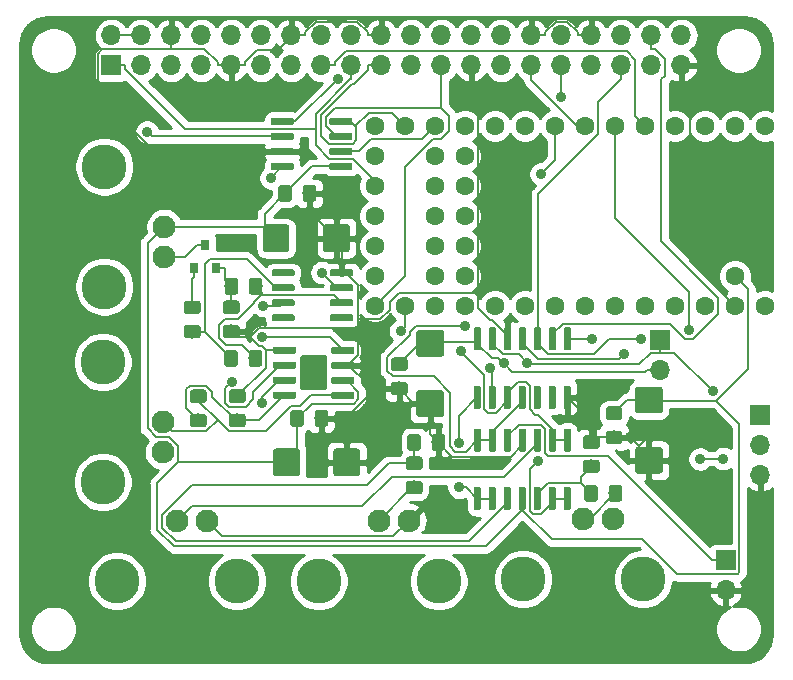
<source format=gtl>
G04 #@! TF.GenerationSoftware,KiCad,Pcbnew,(5.1.4)-1*
G04 #@! TF.CreationDate,2022-07-05T11:37:49+02:00*
G04 #@! TF.ProjectId,InterferometerControl,496e7465-7266-4657-926f-6d6574657243,rev?*
G04 #@! TF.SameCoordinates,Original*
G04 #@! TF.FileFunction,Copper,L1,Top*
G04 #@! TF.FilePolarity,Positive*
%FSLAX46Y46*%
G04 Gerber Fmt 4.6, Leading zero omitted, Abs format (unit mm)*
G04 Created by KiCad (PCBNEW (5.1.4)-1) date 2022-07-05 11:37:49*
%MOMM*%
%LPD*%
G04 APERTURE LIST*
%ADD10C,0.150000*%
%ADD11C,0.600000*%
%ADD12R,1.700000X1.700000*%
%ADD13O,1.700000X1.700000*%
%ADD14C,1.150000*%
%ADD15R,0.800000X0.900000*%
%ADD16C,1.600000*%
%ADD17C,1.930400*%
%ADD18C,3.810000*%
%ADD19C,2.250000*%
%ADD20C,2.290000*%
%ADD21C,0.900000*%
%ADD22C,0.200000*%
%ADD23C,0.254000*%
G04 APERTURE END LIST*
D10*
G36*
X228714703Y-119855722D02*
G01*
X228729264Y-119857882D01*
X228743543Y-119861459D01*
X228757403Y-119866418D01*
X228770710Y-119872712D01*
X228783336Y-119880280D01*
X228795159Y-119889048D01*
X228806066Y-119898934D01*
X228815952Y-119909841D01*
X228824720Y-119921664D01*
X228832288Y-119934290D01*
X228838582Y-119947597D01*
X228843541Y-119961457D01*
X228847118Y-119975736D01*
X228849278Y-119990297D01*
X228850000Y-120005000D01*
X228850000Y-120305000D01*
X228849278Y-120319703D01*
X228847118Y-120334264D01*
X228843541Y-120348543D01*
X228838582Y-120362403D01*
X228832288Y-120375710D01*
X228824720Y-120388336D01*
X228815952Y-120400159D01*
X228806066Y-120411066D01*
X228795159Y-120420952D01*
X228783336Y-120429720D01*
X228770710Y-120437288D01*
X228757403Y-120443582D01*
X228743543Y-120448541D01*
X228729264Y-120452118D01*
X228714703Y-120454278D01*
X228700000Y-120455000D01*
X227050000Y-120455000D01*
X227035297Y-120454278D01*
X227020736Y-120452118D01*
X227006457Y-120448541D01*
X226992597Y-120443582D01*
X226979290Y-120437288D01*
X226966664Y-120429720D01*
X226954841Y-120420952D01*
X226943934Y-120411066D01*
X226934048Y-120400159D01*
X226925280Y-120388336D01*
X226917712Y-120375710D01*
X226911418Y-120362403D01*
X226906459Y-120348543D01*
X226902882Y-120334264D01*
X226900722Y-120319703D01*
X226900000Y-120305000D01*
X226900000Y-120005000D01*
X226900722Y-119990297D01*
X226902882Y-119975736D01*
X226906459Y-119961457D01*
X226911418Y-119947597D01*
X226917712Y-119934290D01*
X226925280Y-119921664D01*
X226934048Y-119909841D01*
X226943934Y-119898934D01*
X226954841Y-119889048D01*
X226966664Y-119880280D01*
X226979290Y-119872712D01*
X226992597Y-119866418D01*
X227006457Y-119861459D01*
X227020736Y-119857882D01*
X227035297Y-119855722D01*
X227050000Y-119855000D01*
X228700000Y-119855000D01*
X228714703Y-119855722D01*
X228714703Y-119855722D01*
G37*
D11*
X227875000Y-120155000D03*
D10*
G36*
X228714703Y-118585722D02*
G01*
X228729264Y-118587882D01*
X228743543Y-118591459D01*
X228757403Y-118596418D01*
X228770710Y-118602712D01*
X228783336Y-118610280D01*
X228795159Y-118619048D01*
X228806066Y-118628934D01*
X228815952Y-118639841D01*
X228824720Y-118651664D01*
X228832288Y-118664290D01*
X228838582Y-118677597D01*
X228843541Y-118691457D01*
X228847118Y-118705736D01*
X228849278Y-118720297D01*
X228850000Y-118735000D01*
X228850000Y-119035000D01*
X228849278Y-119049703D01*
X228847118Y-119064264D01*
X228843541Y-119078543D01*
X228838582Y-119092403D01*
X228832288Y-119105710D01*
X228824720Y-119118336D01*
X228815952Y-119130159D01*
X228806066Y-119141066D01*
X228795159Y-119150952D01*
X228783336Y-119159720D01*
X228770710Y-119167288D01*
X228757403Y-119173582D01*
X228743543Y-119178541D01*
X228729264Y-119182118D01*
X228714703Y-119184278D01*
X228700000Y-119185000D01*
X227050000Y-119185000D01*
X227035297Y-119184278D01*
X227020736Y-119182118D01*
X227006457Y-119178541D01*
X226992597Y-119173582D01*
X226979290Y-119167288D01*
X226966664Y-119159720D01*
X226954841Y-119150952D01*
X226943934Y-119141066D01*
X226934048Y-119130159D01*
X226925280Y-119118336D01*
X226917712Y-119105710D01*
X226911418Y-119092403D01*
X226906459Y-119078543D01*
X226902882Y-119064264D01*
X226900722Y-119049703D01*
X226900000Y-119035000D01*
X226900000Y-118735000D01*
X226900722Y-118720297D01*
X226902882Y-118705736D01*
X226906459Y-118691457D01*
X226911418Y-118677597D01*
X226917712Y-118664290D01*
X226925280Y-118651664D01*
X226934048Y-118639841D01*
X226943934Y-118628934D01*
X226954841Y-118619048D01*
X226966664Y-118610280D01*
X226979290Y-118602712D01*
X226992597Y-118596418D01*
X227006457Y-118591459D01*
X227020736Y-118587882D01*
X227035297Y-118585722D01*
X227050000Y-118585000D01*
X228700000Y-118585000D01*
X228714703Y-118585722D01*
X228714703Y-118585722D01*
G37*
D11*
X227875000Y-118885000D03*
D10*
G36*
X228714703Y-117315722D02*
G01*
X228729264Y-117317882D01*
X228743543Y-117321459D01*
X228757403Y-117326418D01*
X228770710Y-117332712D01*
X228783336Y-117340280D01*
X228795159Y-117349048D01*
X228806066Y-117358934D01*
X228815952Y-117369841D01*
X228824720Y-117381664D01*
X228832288Y-117394290D01*
X228838582Y-117407597D01*
X228843541Y-117421457D01*
X228847118Y-117435736D01*
X228849278Y-117450297D01*
X228850000Y-117465000D01*
X228850000Y-117765000D01*
X228849278Y-117779703D01*
X228847118Y-117794264D01*
X228843541Y-117808543D01*
X228838582Y-117822403D01*
X228832288Y-117835710D01*
X228824720Y-117848336D01*
X228815952Y-117860159D01*
X228806066Y-117871066D01*
X228795159Y-117880952D01*
X228783336Y-117889720D01*
X228770710Y-117897288D01*
X228757403Y-117903582D01*
X228743543Y-117908541D01*
X228729264Y-117912118D01*
X228714703Y-117914278D01*
X228700000Y-117915000D01*
X227050000Y-117915000D01*
X227035297Y-117914278D01*
X227020736Y-117912118D01*
X227006457Y-117908541D01*
X226992597Y-117903582D01*
X226979290Y-117897288D01*
X226966664Y-117889720D01*
X226954841Y-117880952D01*
X226943934Y-117871066D01*
X226934048Y-117860159D01*
X226925280Y-117848336D01*
X226917712Y-117835710D01*
X226911418Y-117822403D01*
X226906459Y-117808543D01*
X226902882Y-117794264D01*
X226900722Y-117779703D01*
X226900000Y-117765000D01*
X226900000Y-117465000D01*
X226900722Y-117450297D01*
X226902882Y-117435736D01*
X226906459Y-117421457D01*
X226911418Y-117407597D01*
X226917712Y-117394290D01*
X226925280Y-117381664D01*
X226934048Y-117369841D01*
X226943934Y-117358934D01*
X226954841Y-117349048D01*
X226966664Y-117340280D01*
X226979290Y-117332712D01*
X226992597Y-117326418D01*
X227006457Y-117321459D01*
X227020736Y-117317882D01*
X227035297Y-117315722D01*
X227050000Y-117315000D01*
X228700000Y-117315000D01*
X228714703Y-117315722D01*
X228714703Y-117315722D01*
G37*
D11*
X227875000Y-117615000D03*
D10*
G36*
X228714703Y-116045722D02*
G01*
X228729264Y-116047882D01*
X228743543Y-116051459D01*
X228757403Y-116056418D01*
X228770710Y-116062712D01*
X228783336Y-116070280D01*
X228795159Y-116079048D01*
X228806066Y-116088934D01*
X228815952Y-116099841D01*
X228824720Y-116111664D01*
X228832288Y-116124290D01*
X228838582Y-116137597D01*
X228843541Y-116151457D01*
X228847118Y-116165736D01*
X228849278Y-116180297D01*
X228850000Y-116195000D01*
X228850000Y-116495000D01*
X228849278Y-116509703D01*
X228847118Y-116524264D01*
X228843541Y-116538543D01*
X228838582Y-116552403D01*
X228832288Y-116565710D01*
X228824720Y-116578336D01*
X228815952Y-116590159D01*
X228806066Y-116601066D01*
X228795159Y-116610952D01*
X228783336Y-116619720D01*
X228770710Y-116627288D01*
X228757403Y-116633582D01*
X228743543Y-116638541D01*
X228729264Y-116642118D01*
X228714703Y-116644278D01*
X228700000Y-116645000D01*
X227050000Y-116645000D01*
X227035297Y-116644278D01*
X227020736Y-116642118D01*
X227006457Y-116638541D01*
X226992597Y-116633582D01*
X226979290Y-116627288D01*
X226966664Y-116619720D01*
X226954841Y-116610952D01*
X226943934Y-116601066D01*
X226934048Y-116590159D01*
X226925280Y-116578336D01*
X226917712Y-116565710D01*
X226911418Y-116552403D01*
X226906459Y-116538543D01*
X226902882Y-116524264D01*
X226900722Y-116509703D01*
X226900000Y-116495000D01*
X226900000Y-116195000D01*
X226900722Y-116180297D01*
X226902882Y-116165736D01*
X226906459Y-116151457D01*
X226911418Y-116137597D01*
X226917712Y-116124290D01*
X226925280Y-116111664D01*
X226934048Y-116099841D01*
X226943934Y-116088934D01*
X226954841Y-116079048D01*
X226966664Y-116070280D01*
X226979290Y-116062712D01*
X226992597Y-116056418D01*
X227006457Y-116051459D01*
X227020736Y-116047882D01*
X227035297Y-116045722D01*
X227050000Y-116045000D01*
X228700000Y-116045000D01*
X228714703Y-116045722D01*
X228714703Y-116045722D01*
G37*
D11*
X227875000Y-116345000D03*
D10*
G36*
X223764703Y-116045722D02*
G01*
X223779264Y-116047882D01*
X223793543Y-116051459D01*
X223807403Y-116056418D01*
X223820710Y-116062712D01*
X223833336Y-116070280D01*
X223845159Y-116079048D01*
X223856066Y-116088934D01*
X223865952Y-116099841D01*
X223874720Y-116111664D01*
X223882288Y-116124290D01*
X223888582Y-116137597D01*
X223893541Y-116151457D01*
X223897118Y-116165736D01*
X223899278Y-116180297D01*
X223900000Y-116195000D01*
X223900000Y-116495000D01*
X223899278Y-116509703D01*
X223897118Y-116524264D01*
X223893541Y-116538543D01*
X223888582Y-116552403D01*
X223882288Y-116565710D01*
X223874720Y-116578336D01*
X223865952Y-116590159D01*
X223856066Y-116601066D01*
X223845159Y-116610952D01*
X223833336Y-116619720D01*
X223820710Y-116627288D01*
X223807403Y-116633582D01*
X223793543Y-116638541D01*
X223779264Y-116642118D01*
X223764703Y-116644278D01*
X223750000Y-116645000D01*
X222100000Y-116645000D01*
X222085297Y-116644278D01*
X222070736Y-116642118D01*
X222056457Y-116638541D01*
X222042597Y-116633582D01*
X222029290Y-116627288D01*
X222016664Y-116619720D01*
X222004841Y-116610952D01*
X221993934Y-116601066D01*
X221984048Y-116590159D01*
X221975280Y-116578336D01*
X221967712Y-116565710D01*
X221961418Y-116552403D01*
X221956459Y-116538543D01*
X221952882Y-116524264D01*
X221950722Y-116509703D01*
X221950000Y-116495000D01*
X221950000Y-116195000D01*
X221950722Y-116180297D01*
X221952882Y-116165736D01*
X221956459Y-116151457D01*
X221961418Y-116137597D01*
X221967712Y-116124290D01*
X221975280Y-116111664D01*
X221984048Y-116099841D01*
X221993934Y-116088934D01*
X222004841Y-116079048D01*
X222016664Y-116070280D01*
X222029290Y-116062712D01*
X222042597Y-116056418D01*
X222056457Y-116051459D01*
X222070736Y-116047882D01*
X222085297Y-116045722D01*
X222100000Y-116045000D01*
X223750000Y-116045000D01*
X223764703Y-116045722D01*
X223764703Y-116045722D01*
G37*
D11*
X222925000Y-116345000D03*
D10*
G36*
X223764703Y-117315722D02*
G01*
X223779264Y-117317882D01*
X223793543Y-117321459D01*
X223807403Y-117326418D01*
X223820710Y-117332712D01*
X223833336Y-117340280D01*
X223845159Y-117349048D01*
X223856066Y-117358934D01*
X223865952Y-117369841D01*
X223874720Y-117381664D01*
X223882288Y-117394290D01*
X223888582Y-117407597D01*
X223893541Y-117421457D01*
X223897118Y-117435736D01*
X223899278Y-117450297D01*
X223900000Y-117465000D01*
X223900000Y-117765000D01*
X223899278Y-117779703D01*
X223897118Y-117794264D01*
X223893541Y-117808543D01*
X223888582Y-117822403D01*
X223882288Y-117835710D01*
X223874720Y-117848336D01*
X223865952Y-117860159D01*
X223856066Y-117871066D01*
X223845159Y-117880952D01*
X223833336Y-117889720D01*
X223820710Y-117897288D01*
X223807403Y-117903582D01*
X223793543Y-117908541D01*
X223779264Y-117912118D01*
X223764703Y-117914278D01*
X223750000Y-117915000D01*
X222100000Y-117915000D01*
X222085297Y-117914278D01*
X222070736Y-117912118D01*
X222056457Y-117908541D01*
X222042597Y-117903582D01*
X222029290Y-117897288D01*
X222016664Y-117889720D01*
X222004841Y-117880952D01*
X221993934Y-117871066D01*
X221984048Y-117860159D01*
X221975280Y-117848336D01*
X221967712Y-117835710D01*
X221961418Y-117822403D01*
X221956459Y-117808543D01*
X221952882Y-117794264D01*
X221950722Y-117779703D01*
X221950000Y-117765000D01*
X221950000Y-117465000D01*
X221950722Y-117450297D01*
X221952882Y-117435736D01*
X221956459Y-117421457D01*
X221961418Y-117407597D01*
X221967712Y-117394290D01*
X221975280Y-117381664D01*
X221984048Y-117369841D01*
X221993934Y-117358934D01*
X222004841Y-117349048D01*
X222016664Y-117340280D01*
X222029290Y-117332712D01*
X222042597Y-117326418D01*
X222056457Y-117321459D01*
X222070736Y-117317882D01*
X222085297Y-117315722D01*
X222100000Y-117315000D01*
X223750000Y-117315000D01*
X223764703Y-117315722D01*
X223764703Y-117315722D01*
G37*
D11*
X222925000Y-117615000D03*
D10*
G36*
X223764703Y-118585722D02*
G01*
X223779264Y-118587882D01*
X223793543Y-118591459D01*
X223807403Y-118596418D01*
X223820710Y-118602712D01*
X223833336Y-118610280D01*
X223845159Y-118619048D01*
X223856066Y-118628934D01*
X223865952Y-118639841D01*
X223874720Y-118651664D01*
X223882288Y-118664290D01*
X223888582Y-118677597D01*
X223893541Y-118691457D01*
X223897118Y-118705736D01*
X223899278Y-118720297D01*
X223900000Y-118735000D01*
X223900000Y-119035000D01*
X223899278Y-119049703D01*
X223897118Y-119064264D01*
X223893541Y-119078543D01*
X223888582Y-119092403D01*
X223882288Y-119105710D01*
X223874720Y-119118336D01*
X223865952Y-119130159D01*
X223856066Y-119141066D01*
X223845159Y-119150952D01*
X223833336Y-119159720D01*
X223820710Y-119167288D01*
X223807403Y-119173582D01*
X223793543Y-119178541D01*
X223779264Y-119182118D01*
X223764703Y-119184278D01*
X223750000Y-119185000D01*
X222100000Y-119185000D01*
X222085297Y-119184278D01*
X222070736Y-119182118D01*
X222056457Y-119178541D01*
X222042597Y-119173582D01*
X222029290Y-119167288D01*
X222016664Y-119159720D01*
X222004841Y-119150952D01*
X221993934Y-119141066D01*
X221984048Y-119130159D01*
X221975280Y-119118336D01*
X221967712Y-119105710D01*
X221961418Y-119092403D01*
X221956459Y-119078543D01*
X221952882Y-119064264D01*
X221950722Y-119049703D01*
X221950000Y-119035000D01*
X221950000Y-118735000D01*
X221950722Y-118720297D01*
X221952882Y-118705736D01*
X221956459Y-118691457D01*
X221961418Y-118677597D01*
X221967712Y-118664290D01*
X221975280Y-118651664D01*
X221984048Y-118639841D01*
X221993934Y-118628934D01*
X222004841Y-118619048D01*
X222016664Y-118610280D01*
X222029290Y-118602712D01*
X222042597Y-118596418D01*
X222056457Y-118591459D01*
X222070736Y-118587882D01*
X222085297Y-118585722D01*
X222100000Y-118585000D01*
X223750000Y-118585000D01*
X223764703Y-118585722D01*
X223764703Y-118585722D01*
G37*
D11*
X222925000Y-118885000D03*
D10*
G36*
X223764703Y-119855722D02*
G01*
X223779264Y-119857882D01*
X223793543Y-119861459D01*
X223807403Y-119866418D01*
X223820710Y-119872712D01*
X223833336Y-119880280D01*
X223845159Y-119889048D01*
X223856066Y-119898934D01*
X223865952Y-119909841D01*
X223874720Y-119921664D01*
X223882288Y-119934290D01*
X223888582Y-119947597D01*
X223893541Y-119961457D01*
X223897118Y-119975736D01*
X223899278Y-119990297D01*
X223900000Y-120005000D01*
X223900000Y-120305000D01*
X223899278Y-120319703D01*
X223897118Y-120334264D01*
X223893541Y-120348543D01*
X223888582Y-120362403D01*
X223882288Y-120375710D01*
X223874720Y-120388336D01*
X223865952Y-120400159D01*
X223856066Y-120411066D01*
X223845159Y-120420952D01*
X223833336Y-120429720D01*
X223820710Y-120437288D01*
X223807403Y-120443582D01*
X223793543Y-120448541D01*
X223779264Y-120452118D01*
X223764703Y-120454278D01*
X223750000Y-120455000D01*
X222100000Y-120455000D01*
X222085297Y-120454278D01*
X222070736Y-120452118D01*
X222056457Y-120448541D01*
X222042597Y-120443582D01*
X222029290Y-120437288D01*
X222016664Y-120429720D01*
X222004841Y-120420952D01*
X221993934Y-120411066D01*
X221984048Y-120400159D01*
X221975280Y-120388336D01*
X221967712Y-120375710D01*
X221961418Y-120362403D01*
X221956459Y-120348543D01*
X221952882Y-120334264D01*
X221950722Y-120319703D01*
X221950000Y-120305000D01*
X221950000Y-120005000D01*
X221950722Y-119990297D01*
X221952882Y-119975736D01*
X221956459Y-119961457D01*
X221961418Y-119947597D01*
X221967712Y-119934290D01*
X221975280Y-119921664D01*
X221984048Y-119909841D01*
X221993934Y-119898934D01*
X222004841Y-119889048D01*
X222016664Y-119880280D01*
X222029290Y-119872712D01*
X222042597Y-119866418D01*
X222056457Y-119861459D01*
X222070736Y-119857882D01*
X222085297Y-119855722D01*
X222100000Y-119855000D01*
X223750000Y-119855000D01*
X223764703Y-119855722D01*
X223764703Y-119855722D01*
G37*
D11*
X222925000Y-120155000D03*
D12*
X208370000Y-98770000D03*
D13*
X208370000Y-96230000D03*
X210910000Y-98770000D03*
X210910000Y-96230000D03*
X213450000Y-98770000D03*
X213450000Y-96230000D03*
X215990000Y-98770000D03*
X215990000Y-96230000D03*
X218530000Y-98770000D03*
X218530000Y-96230000D03*
X221070000Y-98770000D03*
X221070000Y-96230000D03*
X223610000Y-98770000D03*
X223610000Y-96230000D03*
X226150000Y-98770000D03*
X226150000Y-96230000D03*
X228690000Y-98770000D03*
X228690000Y-96230000D03*
X231230000Y-98770000D03*
X231230000Y-96230000D03*
X233770000Y-98770000D03*
X233770000Y-96230000D03*
X236310000Y-98770000D03*
X236310000Y-96230000D03*
X238850000Y-98770000D03*
X238850000Y-96230000D03*
X241390000Y-98770000D03*
X241390000Y-96230000D03*
X243930000Y-98770000D03*
X243930000Y-96230000D03*
X246470000Y-98770000D03*
X246470000Y-96230000D03*
X249010000Y-98770000D03*
X249010000Y-96230000D03*
X251550000Y-98770000D03*
X251550000Y-96230000D03*
X254090000Y-98770000D03*
X254090000Y-96230000D03*
X256630000Y-98770000D03*
X256630000Y-96230000D03*
D10*
G36*
X218882505Y-122885204D02*
G01*
X218906773Y-122888804D01*
X218930572Y-122894765D01*
X218953671Y-122903030D01*
X218975850Y-122913520D01*
X218996893Y-122926132D01*
X219016599Y-122940747D01*
X219034777Y-122957223D01*
X219051253Y-122975401D01*
X219065868Y-122995107D01*
X219078480Y-123016150D01*
X219088970Y-123038329D01*
X219097235Y-123061428D01*
X219103196Y-123085227D01*
X219106796Y-123109495D01*
X219108000Y-123133999D01*
X219108000Y-124034001D01*
X219106796Y-124058505D01*
X219103196Y-124082773D01*
X219097235Y-124106572D01*
X219088970Y-124129671D01*
X219078480Y-124151850D01*
X219065868Y-124172893D01*
X219051253Y-124192599D01*
X219034777Y-124210777D01*
X219016599Y-124227253D01*
X218996893Y-124241868D01*
X218975850Y-124254480D01*
X218953671Y-124264970D01*
X218930572Y-124273235D01*
X218906773Y-124279196D01*
X218882505Y-124282796D01*
X218858001Y-124284000D01*
X218207999Y-124284000D01*
X218183495Y-124282796D01*
X218159227Y-124279196D01*
X218135428Y-124273235D01*
X218112329Y-124264970D01*
X218090150Y-124254480D01*
X218069107Y-124241868D01*
X218049401Y-124227253D01*
X218031223Y-124210777D01*
X218014747Y-124192599D01*
X218000132Y-124172893D01*
X217987520Y-124151850D01*
X217977030Y-124129671D01*
X217968765Y-124106572D01*
X217962804Y-124082773D01*
X217959204Y-124058505D01*
X217958000Y-124034001D01*
X217958000Y-123133999D01*
X217959204Y-123109495D01*
X217962804Y-123085227D01*
X217968765Y-123061428D01*
X217977030Y-123038329D01*
X217987520Y-123016150D01*
X218000132Y-122995107D01*
X218014747Y-122975401D01*
X218031223Y-122957223D01*
X218049401Y-122940747D01*
X218069107Y-122926132D01*
X218090150Y-122913520D01*
X218112329Y-122903030D01*
X218135428Y-122894765D01*
X218159227Y-122888804D01*
X218183495Y-122885204D01*
X218207999Y-122884000D01*
X218858001Y-122884000D01*
X218882505Y-122885204D01*
X218882505Y-122885204D01*
G37*
D14*
X218533000Y-123584000D03*
D10*
G36*
X220932505Y-122885204D02*
G01*
X220956773Y-122888804D01*
X220980572Y-122894765D01*
X221003671Y-122903030D01*
X221025850Y-122913520D01*
X221046893Y-122926132D01*
X221066599Y-122940747D01*
X221084777Y-122957223D01*
X221101253Y-122975401D01*
X221115868Y-122995107D01*
X221128480Y-123016150D01*
X221138970Y-123038329D01*
X221147235Y-123061428D01*
X221153196Y-123085227D01*
X221156796Y-123109495D01*
X221158000Y-123133999D01*
X221158000Y-124034001D01*
X221156796Y-124058505D01*
X221153196Y-124082773D01*
X221147235Y-124106572D01*
X221138970Y-124129671D01*
X221128480Y-124151850D01*
X221115868Y-124172893D01*
X221101253Y-124192599D01*
X221084777Y-124210777D01*
X221066599Y-124227253D01*
X221046893Y-124241868D01*
X221025850Y-124254480D01*
X221003671Y-124264970D01*
X220980572Y-124273235D01*
X220956773Y-124279196D01*
X220932505Y-124282796D01*
X220908001Y-124284000D01*
X220257999Y-124284000D01*
X220233495Y-124282796D01*
X220209227Y-124279196D01*
X220185428Y-124273235D01*
X220162329Y-124264970D01*
X220140150Y-124254480D01*
X220119107Y-124241868D01*
X220099401Y-124227253D01*
X220081223Y-124210777D01*
X220064747Y-124192599D01*
X220050132Y-124172893D01*
X220037520Y-124151850D01*
X220027030Y-124129671D01*
X220018765Y-124106572D01*
X220012804Y-124082773D01*
X220009204Y-124058505D01*
X220008000Y-124034001D01*
X220008000Y-123133999D01*
X220009204Y-123109495D01*
X220012804Y-123085227D01*
X220018765Y-123061428D01*
X220027030Y-123038329D01*
X220037520Y-123016150D01*
X220050132Y-122995107D01*
X220064747Y-122975401D01*
X220081223Y-122957223D01*
X220099401Y-122940747D01*
X220119107Y-122926132D01*
X220140150Y-122913520D01*
X220162329Y-122903030D01*
X220185428Y-122894765D01*
X220209227Y-122888804D01*
X220233495Y-122885204D01*
X220257999Y-122884000D01*
X220908001Y-122884000D01*
X220932505Y-122885204D01*
X220932505Y-122885204D01*
G37*
D14*
X220583000Y-123584000D03*
D10*
G36*
X251419505Y-127655204D02*
G01*
X251443773Y-127658804D01*
X251467572Y-127664765D01*
X251490671Y-127673030D01*
X251512850Y-127683520D01*
X251533893Y-127696132D01*
X251553599Y-127710747D01*
X251571777Y-127727223D01*
X251588253Y-127745401D01*
X251602868Y-127765107D01*
X251615480Y-127786150D01*
X251625970Y-127808329D01*
X251634235Y-127831428D01*
X251640196Y-127855227D01*
X251643796Y-127879495D01*
X251645000Y-127903999D01*
X251645000Y-128554001D01*
X251643796Y-128578505D01*
X251640196Y-128602773D01*
X251634235Y-128626572D01*
X251625970Y-128649671D01*
X251615480Y-128671850D01*
X251602868Y-128692893D01*
X251588253Y-128712599D01*
X251571777Y-128730777D01*
X251553599Y-128747253D01*
X251533893Y-128761868D01*
X251512850Y-128774480D01*
X251490671Y-128784970D01*
X251467572Y-128793235D01*
X251443773Y-128799196D01*
X251419505Y-128802796D01*
X251395001Y-128804000D01*
X250494999Y-128804000D01*
X250470495Y-128802796D01*
X250446227Y-128799196D01*
X250422428Y-128793235D01*
X250399329Y-128784970D01*
X250377150Y-128774480D01*
X250356107Y-128761868D01*
X250336401Y-128747253D01*
X250318223Y-128730777D01*
X250301747Y-128712599D01*
X250287132Y-128692893D01*
X250274520Y-128671850D01*
X250264030Y-128649671D01*
X250255765Y-128626572D01*
X250249804Y-128602773D01*
X250246204Y-128578505D01*
X250245000Y-128554001D01*
X250245000Y-127903999D01*
X250246204Y-127879495D01*
X250249804Y-127855227D01*
X250255765Y-127831428D01*
X250264030Y-127808329D01*
X250274520Y-127786150D01*
X250287132Y-127765107D01*
X250301747Y-127745401D01*
X250318223Y-127727223D01*
X250336401Y-127710747D01*
X250356107Y-127696132D01*
X250377150Y-127683520D01*
X250399329Y-127673030D01*
X250422428Y-127664765D01*
X250446227Y-127658804D01*
X250470495Y-127655204D01*
X250494999Y-127654000D01*
X251395001Y-127654000D01*
X251419505Y-127655204D01*
X251419505Y-127655204D01*
G37*
D14*
X250945000Y-128229000D03*
D10*
G36*
X251419505Y-129705204D02*
G01*
X251443773Y-129708804D01*
X251467572Y-129714765D01*
X251490671Y-129723030D01*
X251512850Y-129733520D01*
X251533893Y-129746132D01*
X251553599Y-129760747D01*
X251571777Y-129777223D01*
X251588253Y-129795401D01*
X251602868Y-129815107D01*
X251615480Y-129836150D01*
X251625970Y-129858329D01*
X251634235Y-129881428D01*
X251640196Y-129905227D01*
X251643796Y-129929495D01*
X251645000Y-129953999D01*
X251645000Y-130604001D01*
X251643796Y-130628505D01*
X251640196Y-130652773D01*
X251634235Y-130676572D01*
X251625970Y-130699671D01*
X251615480Y-130721850D01*
X251602868Y-130742893D01*
X251588253Y-130762599D01*
X251571777Y-130780777D01*
X251553599Y-130797253D01*
X251533893Y-130811868D01*
X251512850Y-130824480D01*
X251490671Y-130834970D01*
X251467572Y-130843235D01*
X251443773Y-130849196D01*
X251419505Y-130852796D01*
X251395001Y-130854000D01*
X250494999Y-130854000D01*
X250470495Y-130852796D01*
X250446227Y-130849196D01*
X250422428Y-130843235D01*
X250399329Y-130834970D01*
X250377150Y-130824480D01*
X250356107Y-130811868D01*
X250336401Y-130797253D01*
X250318223Y-130780777D01*
X250301747Y-130762599D01*
X250287132Y-130742893D01*
X250274520Y-130721850D01*
X250264030Y-130699671D01*
X250255765Y-130676572D01*
X250249804Y-130652773D01*
X250246204Y-130628505D01*
X250245000Y-130604001D01*
X250245000Y-129953999D01*
X250246204Y-129929495D01*
X250249804Y-129905227D01*
X250255765Y-129881428D01*
X250264030Y-129858329D01*
X250274520Y-129836150D01*
X250287132Y-129815107D01*
X250301747Y-129795401D01*
X250318223Y-129777223D01*
X250336401Y-129760747D01*
X250356107Y-129746132D01*
X250377150Y-129733520D01*
X250399329Y-129723030D01*
X250422428Y-129714765D01*
X250446227Y-129708804D01*
X250470495Y-129705204D01*
X250494999Y-129704000D01*
X251395001Y-129704000D01*
X251419505Y-129705204D01*
X251419505Y-129705204D01*
G37*
D14*
X250945000Y-130279000D03*
D10*
G36*
X233240505Y-125559204D02*
G01*
X233264773Y-125562804D01*
X233288572Y-125568765D01*
X233311671Y-125577030D01*
X233333850Y-125587520D01*
X233354893Y-125600132D01*
X233374599Y-125614747D01*
X233392777Y-125631223D01*
X233409253Y-125649401D01*
X233423868Y-125669107D01*
X233436480Y-125690150D01*
X233446970Y-125712329D01*
X233455235Y-125735428D01*
X233461196Y-125759227D01*
X233464796Y-125783495D01*
X233466000Y-125807999D01*
X233466000Y-126458001D01*
X233464796Y-126482505D01*
X233461196Y-126506773D01*
X233455235Y-126530572D01*
X233446970Y-126553671D01*
X233436480Y-126575850D01*
X233423868Y-126596893D01*
X233409253Y-126616599D01*
X233392777Y-126634777D01*
X233374599Y-126651253D01*
X233354893Y-126665868D01*
X233333850Y-126678480D01*
X233311671Y-126688970D01*
X233288572Y-126697235D01*
X233264773Y-126703196D01*
X233240505Y-126706796D01*
X233216001Y-126708000D01*
X232315999Y-126708000D01*
X232291495Y-126706796D01*
X232267227Y-126703196D01*
X232243428Y-126697235D01*
X232220329Y-126688970D01*
X232198150Y-126678480D01*
X232177107Y-126665868D01*
X232157401Y-126651253D01*
X232139223Y-126634777D01*
X232122747Y-126616599D01*
X232108132Y-126596893D01*
X232095520Y-126575850D01*
X232085030Y-126553671D01*
X232076765Y-126530572D01*
X232070804Y-126506773D01*
X232067204Y-126482505D01*
X232066000Y-126458001D01*
X232066000Y-125807999D01*
X232067204Y-125783495D01*
X232070804Y-125759227D01*
X232076765Y-125735428D01*
X232085030Y-125712329D01*
X232095520Y-125690150D01*
X232108132Y-125669107D01*
X232122747Y-125649401D01*
X232139223Y-125631223D01*
X232157401Y-125614747D01*
X232177107Y-125600132D01*
X232198150Y-125587520D01*
X232220329Y-125577030D01*
X232243428Y-125568765D01*
X232267227Y-125562804D01*
X232291495Y-125559204D01*
X232315999Y-125558000D01*
X233216001Y-125558000D01*
X233240505Y-125559204D01*
X233240505Y-125559204D01*
G37*
D14*
X232766000Y-126133000D03*
D10*
G36*
X233240505Y-123509204D02*
G01*
X233264773Y-123512804D01*
X233288572Y-123518765D01*
X233311671Y-123527030D01*
X233333850Y-123537520D01*
X233354893Y-123550132D01*
X233374599Y-123564747D01*
X233392777Y-123581223D01*
X233409253Y-123599401D01*
X233423868Y-123619107D01*
X233436480Y-123640150D01*
X233446970Y-123662329D01*
X233455235Y-123685428D01*
X233461196Y-123709227D01*
X233464796Y-123733495D01*
X233466000Y-123757999D01*
X233466000Y-124408001D01*
X233464796Y-124432505D01*
X233461196Y-124456773D01*
X233455235Y-124480572D01*
X233446970Y-124503671D01*
X233436480Y-124525850D01*
X233423868Y-124546893D01*
X233409253Y-124566599D01*
X233392777Y-124584777D01*
X233374599Y-124601253D01*
X233354893Y-124615868D01*
X233333850Y-124628480D01*
X233311671Y-124638970D01*
X233288572Y-124647235D01*
X233264773Y-124653196D01*
X233240505Y-124656796D01*
X233216001Y-124658000D01*
X232315999Y-124658000D01*
X232291495Y-124656796D01*
X232267227Y-124653196D01*
X232243428Y-124647235D01*
X232220329Y-124638970D01*
X232198150Y-124628480D01*
X232177107Y-124615868D01*
X232157401Y-124601253D01*
X232139223Y-124584777D01*
X232122747Y-124566599D01*
X232108132Y-124546893D01*
X232095520Y-124525850D01*
X232085030Y-124503671D01*
X232076765Y-124480572D01*
X232070804Y-124456773D01*
X232067204Y-124432505D01*
X232066000Y-124408001D01*
X232066000Y-123757999D01*
X232067204Y-123733495D01*
X232070804Y-123709227D01*
X232076765Y-123685428D01*
X232085030Y-123662329D01*
X232095520Y-123640150D01*
X232108132Y-123619107D01*
X232122747Y-123599401D01*
X232139223Y-123581223D01*
X232157401Y-123564747D01*
X232177107Y-123550132D01*
X232198150Y-123537520D01*
X232220329Y-123527030D01*
X232243428Y-123518765D01*
X232267227Y-123512804D01*
X232291495Y-123509204D01*
X232315999Y-123508000D01*
X233216001Y-123508000D01*
X233240505Y-123509204D01*
X233240505Y-123509204D01*
G37*
D14*
X232766000Y-124083000D03*
D10*
G36*
X225504505Y-108915204D02*
G01*
X225528773Y-108918804D01*
X225552572Y-108924765D01*
X225575671Y-108933030D01*
X225597850Y-108943520D01*
X225618893Y-108956132D01*
X225638599Y-108970747D01*
X225656777Y-108987223D01*
X225673253Y-109005401D01*
X225687868Y-109025107D01*
X225700480Y-109046150D01*
X225710970Y-109068329D01*
X225719235Y-109091428D01*
X225725196Y-109115227D01*
X225728796Y-109139495D01*
X225730000Y-109163999D01*
X225730000Y-110064001D01*
X225728796Y-110088505D01*
X225725196Y-110112773D01*
X225719235Y-110136572D01*
X225710970Y-110159671D01*
X225700480Y-110181850D01*
X225687868Y-110202893D01*
X225673253Y-110222599D01*
X225656777Y-110240777D01*
X225638599Y-110257253D01*
X225618893Y-110271868D01*
X225597850Y-110284480D01*
X225575671Y-110294970D01*
X225552572Y-110303235D01*
X225528773Y-110309196D01*
X225504505Y-110312796D01*
X225480001Y-110314000D01*
X224829999Y-110314000D01*
X224805495Y-110312796D01*
X224781227Y-110309196D01*
X224757428Y-110303235D01*
X224734329Y-110294970D01*
X224712150Y-110284480D01*
X224691107Y-110271868D01*
X224671401Y-110257253D01*
X224653223Y-110240777D01*
X224636747Y-110222599D01*
X224622132Y-110202893D01*
X224609520Y-110181850D01*
X224599030Y-110159671D01*
X224590765Y-110136572D01*
X224584804Y-110112773D01*
X224581204Y-110088505D01*
X224580000Y-110064001D01*
X224580000Y-109163999D01*
X224581204Y-109139495D01*
X224584804Y-109115227D01*
X224590765Y-109091428D01*
X224599030Y-109068329D01*
X224609520Y-109046150D01*
X224622132Y-109025107D01*
X224636747Y-109005401D01*
X224653223Y-108987223D01*
X224671401Y-108970747D01*
X224691107Y-108956132D01*
X224712150Y-108943520D01*
X224734329Y-108933030D01*
X224757428Y-108924765D01*
X224781227Y-108918804D01*
X224805495Y-108915204D01*
X224829999Y-108914000D01*
X225480001Y-108914000D01*
X225504505Y-108915204D01*
X225504505Y-108915204D01*
G37*
D14*
X225155000Y-109614000D03*
D10*
G36*
X223454505Y-108915204D02*
G01*
X223478773Y-108918804D01*
X223502572Y-108924765D01*
X223525671Y-108933030D01*
X223547850Y-108943520D01*
X223568893Y-108956132D01*
X223588599Y-108970747D01*
X223606777Y-108987223D01*
X223623253Y-109005401D01*
X223637868Y-109025107D01*
X223650480Y-109046150D01*
X223660970Y-109068329D01*
X223669235Y-109091428D01*
X223675196Y-109115227D01*
X223678796Y-109139495D01*
X223680000Y-109163999D01*
X223680000Y-110064001D01*
X223678796Y-110088505D01*
X223675196Y-110112773D01*
X223669235Y-110136572D01*
X223660970Y-110159671D01*
X223650480Y-110181850D01*
X223637868Y-110202893D01*
X223623253Y-110222599D01*
X223606777Y-110240777D01*
X223588599Y-110257253D01*
X223568893Y-110271868D01*
X223547850Y-110284480D01*
X223525671Y-110294970D01*
X223502572Y-110303235D01*
X223478773Y-110309196D01*
X223454505Y-110312796D01*
X223430001Y-110314000D01*
X222779999Y-110314000D01*
X222755495Y-110312796D01*
X222731227Y-110309196D01*
X222707428Y-110303235D01*
X222684329Y-110294970D01*
X222662150Y-110284480D01*
X222641107Y-110271868D01*
X222621401Y-110257253D01*
X222603223Y-110240777D01*
X222586747Y-110222599D01*
X222572132Y-110202893D01*
X222559520Y-110181850D01*
X222549030Y-110159671D01*
X222540765Y-110136572D01*
X222534804Y-110112773D01*
X222531204Y-110088505D01*
X222530000Y-110064001D01*
X222530000Y-109163999D01*
X222531204Y-109139495D01*
X222534804Y-109115227D01*
X222540765Y-109091428D01*
X222549030Y-109068329D01*
X222559520Y-109046150D01*
X222572132Y-109025107D01*
X222586747Y-109005401D01*
X222603223Y-108987223D01*
X222621401Y-108970747D01*
X222641107Y-108956132D01*
X222662150Y-108943520D01*
X222684329Y-108933030D01*
X222707428Y-108924765D01*
X222731227Y-108918804D01*
X222755495Y-108915204D01*
X222779999Y-108914000D01*
X223430001Y-108914000D01*
X223454505Y-108915204D01*
X223454505Y-108915204D01*
G37*
D14*
X223105000Y-109614000D03*
D10*
G36*
X224461505Y-127965204D02*
G01*
X224485773Y-127968804D01*
X224509572Y-127974765D01*
X224532671Y-127983030D01*
X224554850Y-127993520D01*
X224575893Y-128006132D01*
X224595599Y-128020747D01*
X224613777Y-128037223D01*
X224630253Y-128055401D01*
X224644868Y-128075107D01*
X224657480Y-128096150D01*
X224667970Y-128118329D01*
X224676235Y-128141428D01*
X224682196Y-128165227D01*
X224685796Y-128189495D01*
X224687000Y-128213999D01*
X224687000Y-129114001D01*
X224685796Y-129138505D01*
X224682196Y-129162773D01*
X224676235Y-129186572D01*
X224667970Y-129209671D01*
X224657480Y-129231850D01*
X224644868Y-129252893D01*
X224630253Y-129272599D01*
X224613777Y-129290777D01*
X224595599Y-129307253D01*
X224575893Y-129321868D01*
X224554850Y-129334480D01*
X224532671Y-129344970D01*
X224509572Y-129353235D01*
X224485773Y-129359196D01*
X224461505Y-129362796D01*
X224437001Y-129364000D01*
X223786999Y-129364000D01*
X223762495Y-129362796D01*
X223738227Y-129359196D01*
X223714428Y-129353235D01*
X223691329Y-129344970D01*
X223669150Y-129334480D01*
X223648107Y-129321868D01*
X223628401Y-129307253D01*
X223610223Y-129290777D01*
X223593747Y-129272599D01*
X223579132Y-129252893D01*
X223566520Y-129231850D01*
X223556030Y-129209671D01*
X223547765Y-129186572D01*
X223541804Y-129162773D01*
X223538204Y-129138505D01*
X223537000Y-129114001D01*
X223537000Y-128213999D01*
X223538204Y-128189495D01*
X223541804Y-128165227D01*
X223547765Y-128141428D01*
X223556030Y-128118329D01*
X223566520Y-128096150D01*
X223579132Y-128075107D01*
X223593747Y-128055401D01*
X223610223Y-128037223D01*
X223628401Y-128020747D01*
X223648107Y-128006132D01*
X223669150Y-127993520D01*
X223691329Y-127983030D01*
X223714428Y-127974765D01*
X223738227Y-127968804D01*
X223762495Y-127965204D01*
X223786999Y-127964000D01*
X224437001Y-127964000D01*
X224461505Y-127965204D01*
X224461505Y-127965204D01*
G37*
D14*
X224112000Y-128664000D03*
D10*
G36*
X226511505Y-127965204D02*
G01*
X226535773Y-127968804D01*
X226559572Y-127974765D01*
X226582671Y-127983030D01*
X226604850Y-127993520D01*
X226625893Y-128006132D01*
X226645599Y-128020747D01*
X226663777Y-128037223D01*
X226680253Y-128055401D01*
X226694868Y-128075107D01*
X226707480Y-128096150D01*
X226717970Y-128118329D01*
X226726235Y-128141428D01*
X226732196Y-128165227D01*
X226735796Y-128189495D01*
X226737000Y-128213999D01*
X226737000Y-129114001D01*
X226735796Y-129138505D01*
X226732196Y-129162773D01*
X226726235Y-129186572D01*
X226717970Y-129209671D01*
X226707480Y-129231850D01*
X226694868Y-129252893D01*
X226680253Y-129272599D01*
X226663777Y-129290777D01*
X226645599Y-129307253D01*
X226625893Y-129321868D01*
X226604850Y-129334480D01*
X226582671Y-129344970D01*
X226559572Y-129353235D01*
X226535773Y-129359196D01*
X226511505Y-129362796D01*
X226487001Y-129364000D01*
X225836999Y-129364000D01*
X225812495Y-129362796D01*
X225788227Y-129359196D01*
X225764428Y-129353235D01*
X225741329Y-129344970D01*
X225719150Y-129334480D01*
X225698107Y-129321868D01*
X225678401Y-129307253D01*
X225660223Y-129290777D01*
X225643747Y-129272599D01*
X225629132Y-129252893D01*
X225616520Y-129231850D01*
X225606030Y-129209671D01*
X225597765Y-129186572D01*
X225591804Y-129162773D01*
X225588204Y-129138505D01*
X225587000Y-129114001D01*
X225587000Y-128213999D01*
X225588204Y-128189495D01*
X225591804Y-128165227D01*
X225597765Y-128141428D01*
X225606030Y-128118329D01*
X225616520Y-128096150D01*
X225629132Y-128075107D01*
X225643747Y-128055401D01*
X225660223Y-128037223D01*
X225678401Y-128020747D01*
X225698107Y-128006132D01*
X225719150Y-127993520D01*
X225741329Y-127983030D01*
X225764428Y-127974765D01*
X225788227Y-127968804D01*
X225812495Y-127965204D01*
X225836999Y-127964000D01*
X226487001Y-127964000D01*
X226511505Y-127965204D01*
X226511505Y-127965204D01*
G37*
D14*
X226162000Y-128664000D03*
D15*
X215372000Y-115964000D03*
X217272000Y-115964000D03*
X216322000Y-113964000D03*
D10*
G36*
X216222505Y-126218204D02*
G01*
X216246773Y-126221804D01*
X216270572Y-126227765D01*
X216293671Y-126236030D01*
X216315850Y-126246520D01*
X216336893Y-126259132D01*
X216356599Y-126273747D01*
X216374777Y-126290223D01*
X216391253Y-126308401D01*
X216405868Y-126328107D01*
X216418480Y-126349150D01*
X216428970Y-126371329D01*
X216437235Y-126394428D01*
X216443196Y-126418227D01*
X216446796Y-126442495D01*
X216448000Y-126466999D01*
X216448000Y-127117001D01*
X216446796Y-127141505D01*
X216443196Y-127165773D01*
X216437235Y-127189572D01*
X216428970Y-127212671D01*
X216418480Y-127234850D01*
X216405868Y-127255893D01*
X216391253Y-127275599D01*
X216374777Y-127293777D01*
X216356599Y-127310253D01*
X216336893Y-127324868D01*
X216315850Y-127337480D01*
X216293671Y-127347970D01*
X216270572Y-127356235D01*
X216246773Y-127362196D01*
X216222505Y-127365796D01*
X216198001Y-127367000D01*
X215297999Y-127367000D01*
X215273495Y-127365796D01*
X215249227Y-127362196D01*
X215225428Y-127356235D01*
X215202329Y-127347970D01*
X215180150Y-127337480D01*
X215159107Y-127324868D01*
X215139401Y-127310253D01*
X215121223Y-127293777D01*
X215104747Y-127275599D01*
X215090132Y-127255893D01*
X215077520Y-127234850D01*
X215067030Y-127212671D01*
X215058765Y-127189572D01*
X215052804Y-127165773D01*
X215049204Y-127141505D01*
X215048000Y-127117001D01*
X215048000Y-126466999D01*
X215049204Y-126442495D01*
X215052804Y-126418227D01*
X215058765Y-126394428D01*
X215067030Y-126371329D01*
X215077520Y-126349150D01*
X215090132Y-126328107D01*
X215104747Y-126308401D01*
X215121223Y-126290223D01*
X215139401Y-126273747D01*
X215159107Y-126259132D01*
X215180150Y-126246520D01*
X215202329Y-126236030D01*
X215225428Y-126227765D01*
X215249227Y-126221804D01*
X215273495Y-126218204D01*
X215297999Y-126217000D01*
X216198001Y-126217000D01*
X216222505Y-126218204D01*
X216222505Y-126218204D01*
G37*
D14*
X215748000Y-126792000D03*
D10*
G36*
X216222505Y-128268204D02*
G01*
X216246773Y-128271804D01*
X216270572Y-128277765D01*
X216293671Y-128286030D01*
X216315850Y-128296520D01*
X216336893Y-128309132D01*
X216356599Y-128323747D01*
X216374777Y-128340223D01*
X216391253Y-128358401D01*
X216405868Y-128378107D01*
X216418480Y-128399150D01*
X216428970Y-128421329D01*
X216437235Y-128444428D01*
X216443196Y-128468227D01*
X216446796Y-128492495D01*
X216448000Y-128516999D01*
X216448000Y-129167001D01*
X216446796Y-129191505D01*
X216443196Y-129215773D01*
X216437235Y-129239572D01*
X216428970Y-129262671D01*
X216418480Y-129284850D01*
X216405868Y-129305893D01*
X216391253Y-129325599D01*
X216374777Y-129343777D01*
X216356599Y-129360253D01*
X216336893Y-129374868D01*
X216315850Y-129387480D01*
X216293671Y-129397970D01*
X216270572Y-129406235D01*
X216246773Y-129412196D01*
X216222505Y-129415796D01*
X216198001Y-129417000D01*
X215297999Y-129417000D01*
X215273495Y-129415796D01*
X215249227Y-129412196D01*
X215225428Y-129406235D01*
X215202329Y-129397970D01*
X215180150Y-129387480D01*
X215159107Y-129374868D01*
X215139401Y-129360253D01*
X215121223Y-129343777D01*
X215104747Y-129325599D01*
X215090132Y-129305893D01*
X215077520Y-129284850D01*
X215067030Y-129262671D01*
X215058765Y-129239572D01*
X215052804Y-129215773D01*
X215049204Y-129191505D01*
X215048000Y-129167001D01*
X215048000Y-128516999D01*
X215049204Y-128492495D01*
X215052804Y-128468227D01*
X215058765Y-128444428D01*
X215067030Y-128421329D01*
X215077520Y-128399150D01*
X215090132Y-128378107D01*
X215104747Y-128358401D01*
X215121223Y-128340223D01*
X215139401Y-128323747D01*
X215159107Y-128309132D01*
X215180150Y-128296520D01*
X215202329Y-128286030D01*
X215225428Y-128277765D01*
X215249227Y-128271804D01*
X215273495Y-128268204D01*
X215297999Y-128267000D01*
X216198001Y-128267000D01*
X216222505Y-128268204D01*
X216222505Y-128268204D01*
G37*
D14*
X215748000Y-128842000D03*
D10*
G36*
X219524505Y-126213204D02*
G01*
X219548773Y-126216804D01*
X219572572Y-126222765D01*
X219595671Y-126231030D01*
X219617850Y-126241520D01*
X219638893Y-126254132D01*
X219658599Y-126268747D01*
X219676777Y-126285223D01*
X219693253Y-126303401D01*
X219707868Y-126323107D01*
X219720480Y-126344150D01*
X219730970Y-126366329D01*
X219739235Y-126389428D01*
X219745196Y-126413227D01*
X219748796Y-126437495D01*
X219750000Y-126461999D01*
X219750000Y-127112001D01*
X219748796Y-127136505D01*
X219745196Y-127160773D01*
X219739235Y-127184572D01*
X219730970Y-127207671D01*
X219720480Y-127229850D01*
X219707868Y-127250893D01*
X219693253Y-127270599D01*
X219676777Y-127288777D01*
X219658599Y-127305253D01*
X219638893Y-127319868D01*
X219617850Y-127332480D01*
X219595671Y-127342970D01*
X219572572Y-127351235D01*
X219548773Y-127357196D01*
X219524505Y-127360796D01*
X219500001Y-127362000D01*
X218599999Y-127362000D01*
X218575495Y-127360796D01*
X218551227Y-127357196D01*
X218527428Y-127351235D01*
X218504329Y-127342970D01*
X218482150Y-127332480D01*
X218461107Y-127319868D01*
X218441401Y-127305253D01*
X218423223Y-127288777D01*
X218406747Y-127270599D01*
X218392132Y-127250893D01*
X218379520Y-127229850D01*
X218369030Y-127207671D01*
X218360765Y-127184572D01*
X218354804Y-127160773D01*
X218351204Y-127136505D01*
X218350000Y-127112001D01*
X218350000Y-126461999D01*
X218351204Y-126437495D01*
X218354804Y-126413227D01*
X218360765Y-126389428D01*
X218369030Y-126366329D01*
X218379520Y-126344150D01*
X218392132Y-126323107D01*
X218406747Y-126303401D01*
X218423223Y-126285223D01*
X218441401Y-126268747D01*
X218461107Y-126254132D01*
X218482150Y-126241520D01*
X218504329Y-126231030D01*
X218527428Y-126222765D01*
X218551227Y-126216804D01*
X218575495Y-126213204D01*
X218599999Y-126212000D01*
X219500001Y-126212000D01*
X219524505Y-126213204D01*
X219524505Y-126213204D01*
G37*
D14*
X219050000Y-126787000D03*
D10*
G36*
X219524505Y-128263204D02*
G01*
X219548773Y-128266804D01*
X219572572Y-128272765D01*
X219595671Y-128281030D01*
X219617850Y-128291520D01*
X219638893Y-128304132D01*
X219658599Y-128318747D01*
X219676777Y-128335223D01*
X219693253Y-128353401D01*
X219707868Y-128373107D01*
X219720480Y-128394150D01*
X219730970Y-128416329D01*
X219739235Y-128439428D01*
X219745196Y-128463227D01*
X219748796Y-128487495D01*
X219750000Y-128511999D01*
X219750000Y-129162001D01*
X219748796Y-129186505D01*
X219745196Y-129210773D01*
X219739235Y-129234572D01*
X219730970Y-129257671D01*
X219720480Y-129279850D01*
X219707868Y-129300893D01*
X219693253Y-129320599D01*
X219676777Y-129338777D01*
X219658599Y-129355253D01*
X219638893Y-129369868D01*
X219617850Y-129382480D01*
X219595671Y-129392970D01*
X219572572Y-129401235D01*
X219548773Y-129407196D01*
X219524505Y-129410796D01*
X219500001Y-129412000D01*
X218599999Y-129412000D01*
X218575495Y-129410796D01*
X218551227Y-129407196D01*
X218527428Y-129401235D01*
X218504329Y-129392970D01*
X218482150Y-129382480D01*
X218461107Y-129369868D01*
X218441401Y-129355253D01*
X218423223Y-129338777D01*
X218406747Y-129320599D01*
X218392132Y-129300893D01*
X218379520Y-129279850D01*
X218369030Y-129257671D01*
X218360765Y-129234572D01*
X218354804Y-129210773D01*
X218351204Y-129186505D01*
X218350000Y-129162001D01*
X218350000Y-128511999D01*
X218351204Y-128487495D01*
X218354804Y-128463227D01*
X218360765Y-128439428D01*
X218369030Y-128416329D01*
X218379520Y-128394150D01*
X218392132Y-128373107D01*
X218406747Y-128353401D01*
X218423223Y-128335223D01*
X218441401Y-128318747D01*
X218461107Y-128304132D01*
X218482150Y-128291520D01*
X218504329Y-128281030D01*
X218527428Y-128272765D01*
X218551227Y-128266804D01*
X218575495Y-128263204D01*
X218599999Y-128262000D01*
X219500001Y-128262000D01*
X219524505Y-128263204D01*
X219524505Y-128263204D01*
G37*
D14*
X219050000Y-128837000D03*
D10*
G36*
X220941505Y-116789204D02*
G01*
X220965773Y-116792804D01*
X220989572Y-116798765D01*
X221012671Y-116807030D01*
X221034850Y-116817520D01*
X221055893Y-116830132D01*
X221075599Y-116844747D01*
X221093777Y-116861223D01*
X221110253Y-116879401D01*
X221124868Y-116899107D01*
X221137480Y-116920150D01*
X221147970Y-116942329D01*
X221156235Y-116965428D01*
X221162196Y-116989227D01*
X221165796Y-117013495D01*
X221167000Y-117037999D01*
X221167000Y-117938001D01*
X221165796Y-117962505D01*
X221162196Y-117986773D01*
X221156235Y-118010572D01*
X221147970Y-118033671D01*
X221137480Y-118055850D01*
X221124868Y-118076893D01*
X221110253Y-118096599D01*
X221093777Y-118114777D01*
X221075599Y-118131253D01*
X221055893Y-118145868D01*
X221034850Y-118158480D01*
X221012671Y-118168970D01*
X220989572Y-118177235D01*
X220965773Y-118183196D01*
X220941505Y-118186796D01*
X220917001Y-118188000D01*
X220266999Y-118188000D01*
X220242495Y-118186796D01*
X220218227Y-118183196D01*
X220194428Y-118177235D01*
X220171329Y-118168970D01*
X220149150Y-118158480D01*
X220128107Y-118145868D01*
X220108401Y-118131253D01*
X220090223Y-118114777D01*
X220073747Y-118096599D01*
X220059132Y-118076893D01*
X220046520Y-118055850D01*
X220036030Y-118033671D01*
X220027765Y-118010572D01*
X220021804Y-117986773D01*
X220018204Y-117962505D01*
X220017000Y-117938001D01*
X220017000Y-117037999D01*
X220018204Y-117013495D01*
X220021804Y-116989227D01*
X220027765Y-116965428D01*
X220036030Y-116942329D01*
X220046520Y-116920150D01*
X220059132Y-116899107D01*
X220073747Y-116879401D01*
X220090223Y-116861223D01*
X220108401Y-116844747D01*
X220128107Y-116830132D01*
X220149150Y-116817520D01*
X220171329Y-116807030D01*
X220194428Y-116798765D01*
X220218227Y-116792804D01*
X220242495Y-116789204D01*
X220266999Y-116788000D01*
X220917001Y-116788000D01*
X220941505Y-116789204D01*
X220941505Y-116789204D01*
G37*
D14*
X220592000Y-117488000D03*
D10*
G36*
X218891505Y-116789204D02*
G01*
X218915773Y-116792804D01*
X218939572Y-116798765D01*
X218962671Y-116807030D01*
X218984850Y-116817520D01*
X219005893Y-116830132D01*
X219025599Y-116844747D01*
X219043777Y-116861223D01*
X219060253Y-116879401D01*
X219074868Y-116899107D01*
X219087480Y-116920150D01*
X219097970Y-116942329D01*
X219106235Y-116965428D01*
X219112196Y-116989227D01*
X219115796Y-117013495D01*
X219117000Y-117037999D01*
X219117000Y-117938001D01*
X219115796Y-117962505D01*
X219112196Y-117986773D01*
X219106235Y-118010572D01*
X219097970Y-118033671D01*
X219087480Y-118055850D01*
X219074868Y-118076893D01*
X219060253Y-118096599D01*
X219043777Y-118114777D01*
X219025599Y-118131253D01*
X219005893Y-118145868D01*
X218984850Y-118158480D01*
X218962671Y-118168970D01*
X218939572Y-118177235D01*
X218915773Y-118183196D01*
X218891505Y-118186796D01*
X218867001Y-118188000D01*
X218216999Y-118188000D01*
X218192495Y-118186796D01*
X218168227Y-118183196D01*
X218144428Y-118177235D01*
X218121329Y-118168970D01*
X218099150Y-118158480D01*
X218078107Y-118145868D01*
X218058401Y-118131253D01*
X218040223Y-118114777D01*
X218023747Y-118096599D01*
X218009132Y-118076893D01*
X217996520Y-118055850D01*
X217986030Y-118033671D01*
X217977765Y-118010572D01*
X217971804Y-117986773D01*
X217968204Y-117962505D01*
X217967000Y-117938001D01*
X217967000Y-117037999D01*
X217968204Y-117013495D01*
X217971804Y-116989227D01*
X217977765Y-116965428D01*
X217986030Y-116942329D01*
X217996520Y-116920150D01*
X218009132Y-116899107D01*
X218023747Y-116879401D01*
X218040223Y-116861223D01*
X218058401Y-116844747D01*
X218078107Y-116830132D01*
X218099150Y-116817520D01*
X218121329Y-116807030D01*
X218144428Y-116798765D01*
X218168227Y-116792804D01*
X218192495Y-116789204D01*
X218216999Y-116788000D01*
X218867001Y-116788000D01*
X218891505Y-116789204D01*
X218891505Y-116789204D01*
G37*
D14*
X218542000Y-117488000D03*
D10*
G36*
X234510505Y-133941204D02*
G01*
X234534773Y-133944804D01*
X234558572Y-133950765D01*
X234581671Y-133959030D01*
X234603850Y-133969520D01*
X234624893Y-133982132D01*
X234644599Y-133996747D01*
X234662777Y-134013223D01*
X234679253Y-134031401D01*
X234693868Y-134051107D01*
X234706480Y-134072150D01*
X234716970Y-134094329D01*
X234725235Y-134117428D01*
X234731196Y-134141227D01*
X234734796Y-134165495D01*
X234736000Y-134189999D01*
X234736000Y-134840001D01*
X234734796Y-134864505D01*
X234731196Y-134888773D01*
X234725235Y-134912572D01*
X234716970Y-134935671D01*
X234706480Y-134957850D01*
X234693868Y-134978893D01*
X234679253Y-134998599D01*
X234662777Y-135016777D01*
X234644599Y-135033253D01*
X234624893Y-135047868D01*
X234603850Y-135060480D01*
X234581671Y-135070970D01*
X234558572Y-135079235D01*
X234534773Y-135085196D01*
X234510505Y-135088796D01*
X234486001Y-135090000D01*
X233585999Y-135090000D01*
X233561495Y-135088796D01*
X233537227Y-135085196D01*
X233513428Y-135079235D01*
X233490329Y-135070970D01*
X233468150Y-135060480D01*
X233447107Y-135047868D01*
X233427401Y-135033253D01*
X233409223Y-135016777D01*
X233392747Y-134998599D01*
X233378132Y-134978893D01*
X233365520Y-134957850D01*
X233355030Y-134935671D01*
X233346765Y-134912572D01*
X233340804Y-134888773D01*
X233337204Y-134864505D01*
X233336000Y-134840001D01*
X233336000Y-134189999D01*
X233337204Y-134165495D01*
X233340804Y-134141227D01*
X233346765Y-134117428D01*
X233355030Y-134094329D01*
X233365520Y-134072150D01*
X233378132Y-134051107D01*
X233392747Y-134031401D01*
X233409223Y-134013223D01*
X233427401Y-133996747D01*
X233447107Y-133982132D01*
X233468150Y-133969520D01*
X233490329Y-133959030D01*
X233513428Y-133950765D01*
X233537227Y-133944804D01*
X233561495Y-133941204D01*
X233585999Y-133940000D01*
X234486001Y-133940000D01*
X234510505Y-133941204D01*
X234510505Y-133941204D01*
G37*
D14*
X234036000Y-134515000D03*
D10*
G36*
X234510505Y-131891204D02*
G01*
X234534773Y-131894804D01*
X234558572Y-131900765D01*
X234581671Y-131909030D01*
X234603850Y-131919520D01*
X234624893Y-131932132D01*
X234644599Y-131946747D01*
X234662777Y-131963223D01*
X234679253Y-131981401D01*
X234693868Y-132001107D01*
X234706480Y-132022150D01*
X234716970Y-132044329D01*
X234725235Y-132067428D01*
X234731196Y-132091227D01*
X234734796Y-132115495D01*
X234736000Y-132139999D01*
X234736000Y-132790001D01*
X234734796Y-132814505D01*
X234731196Y-132838773D01*
X234725235Y-132862572D01*
X234716970Y-132885671D01*
X234706480Y-132907850D01*
X234693868Y-132928893D01*
X234679253Y-132948599D01*
X234662777Y-132966777D01*
X234644599Y-132983253D01*
X234624893Y-132997868D01*
X234603850Y-133010480D01*
X234581671Y-133020970D01*
X234558572Y-133029235D01*
X234534773Y-133035196D01*
X234510505Y-133038796D01*
X234486001Y-133040000D01*
X233585999Y-133040000D01*
X233561495Y-133038796D01*
X233537227Y-133035196D01*
X233513428Y-133029235D01*
X233490329Y-133020970D01*
X233468150Y-133010480D01*
X233447107Y-132997868D01*
X233427401Y-132983253D01*
X233409223Y-132966777D01*
X233392747Y-132948599D01*
X233378132Y-132928893D01*
X233365520Y-132907850D01*
X233355030Y-132885671D01*
X233346765Y-132862572D01*
X233340804Y-132838773D01*
X233337204Y-132814505D01*
X233336000Y-132790001D01*
X233336000Y-132139999D01*
X233337204Y-132115495D01*
X233340804Y-132091227D01*
X233346765Y-132067428D01*
X233355030Y-132044329D01*
X233365520Y-132022150D01*
X233378132Y-132001107D01*
X233392747Y-131981401D01*
X233409223Y-131963223D01*
X233427401Y-131946747D01*
X233447107Y-131932132D01*
X233468150Y-131919520D01*
X233490329Y-131909030D01*
X233513428Y-131900765D01*
X233537227Y-131894804D01*
X233561495Y-131891204D01*
X233585999Y-131890000D01*
X234486001Y-131890000D01*
X234510505Y-131891204D01*
X234510505Y-131891204D01*
G37*
D14*
X234036000Y-132465000D03*
D10*
G36*
X236417505Y-129997204D02*
G01*
X236441773Y-130000804D01*
X236465572Y-130006765D01*
X236488671Y-130015030D01*
X236510850Y-130025520D01*
X236531893Y-130038132D01*
X236551599Y-130052747D01*
X236569777Y-130069223D01*
X236586253Y-130087401D01*
X236600868Y-130107107D01*
X236613480Y-130128150D01*
X236623970Y-130150329D01*
X236632235Y-130173428D01*
X236638196Y-130197227D01*
X236641796Y-130221495D01*
X236643000Y-130245999D01*
X236643000Y-131146001D01*
X236641796Y-131170505D01*
X236638196Y-131194773D01*
X236632235Y-131218572D01*
X236623970Y-131241671D01*
X236613480Y-131263850D01*
X236600868Y-131284893D01*
X236586253Y-131304599D01*
X236569777Y-131322777D01*
X236551599Y-131339253D01*
X236531893Y-131353868D01*
X236510850Y-131366480D01*
X236488671Y-131376970D01*
X236465572Y-131385235D01*
X236441773Y-131391196D01*
X236417505Y-131394796D01*
X236393001Y-131396000D01*
X235742999Y-131396000D01*
X235718495Y-131394796D01*
X235694227Y-131391196D01*
X235670428Y-131385235D01*
X235647329Y-131376970D01*
X235625150Y-131366480D01*
X235604107Y-131353868D01*
X235584401Y-131339253D01*
X235566223Y-131322777D01*
X235549747Y-131304599D01*
X235535132Y-131284893D01*
X235522520Y-131263850D01*
X235512030Y-131241671D01*
X235503765Y-131218572D01*
X235497804Y-131194773D01*
X235494204Y-131170505D01*
X235493000Y-131146001D01*
X235493000Y-130245999D01*
X235494204Y-130221495D01*
X235497804Y-130197227D01*
X235503765Y-130173428D01*
X235512030Y-130150329D01*
X235522520Y-130128150D01*
X235535132Y-130107107D01*
X235549747Y-130087401D01*
X235566223Y-130069223D01*
X235584401Y-130052747D01*
X235604107Y-130038132D01*
X235625150Y-130025520D01*
X235647329Y-130015030D01*
X235670428Y-130006765D01*
X235694227Y-130000804D01*
X235718495Y-129997204D01*
X235742999Y-129996000D01*
X236393001Y-129996000D01*
X236417505Y-129997204D01*
X236417505Y-129997204D01*
G37*
D14*
X236068000Y-130696000D03*
D10*
G36*
X234367505Y-129997204D02*
G01*
X234391773Y-130000804D01*
X234415572Y-130006765D01*
X234438671Y-130015030D01*
X234460850Y-130025520D01*
X234481893Y-130038132D01*
X234501599Y-130052747D01*
X234519777Y-130069223D01*
X234536253Y-130087401D01*
X234550868Y-130107107D01*
X234563480Y-130128150D01*
X234573970Y-130150329D01*
X234582235Y-130173428D01*
X234588196Y-130197227D01*
X234591796Y-130221495D01*
X234593000Y-130245999D01*
X234593000Y-131146001D01*
X234591796Y-131170505D01*
X234588196Y-131194773D01*
X234582235Y-131218572D01*
X234573970Y-131241671D01*
X234563480Y-131263850D01*
X234550868Y-131284893D01*
X234536253Y-131304599D01*
X234519777Y-131322777D01*
X234501599Y-131339253D01*
X234481893Y-131353868D01*
X234460850Y-131366480D01*
X234438671Y-131376970D01*
X234415572Y-131385235D01*
X234391773Y-131391196D01*
X234367505Y-131394796D01*
X234343001Y-131396000D01*
X233692999Y-131396000D01*
X233668495Y-131394796D01*
X233644227Y-131391196D01*
X233620428Y-131385235D01*
X233597329Y-131376970D01*
X233575150Y-131366480D01*
X233554107Y-131353868D01*
X233534401Y-131339253D01*
X233516223Y-131322777D01*
X233499747Y-131304599D01*
X233485132Y-131284893D01*
X233472520Y-131263850D01*
X233462030Y-131241671D01*
X233453765Y-131218572D01*
X233447804Y-131194773D01*
X233444204Y-131170505D01*
X233443000Y-131146001D01*
X233443000Y-130245999D01*
X233444204Y-130221495D01*
X233447804Y-130197227D01*
X233453765Y-130173428D01*
X233462030Y-130150329D01*
X233472520Y-130128150D01*
X233485132Y-130107107D01*
X233499747Y-130087401D01*
X233516223Y-130069223D01*
X233534401Y-130052747D01*
X233554107Y-130038132D01*
X233575150Y-130025520D01*
X233597329Y-130015030D01*
X233620428Y-130006765D01*
X233644227Y-130000804D01*
X233668495Y-129997204D01*
X233692999Y-129996000D01*
X234343001Y-129996000D01*
X234367505Y-129997204D01*
X234367505Y-129997204D01*
G37*
D14*
X234018000Y-130696000D03*
D10*
G36*
X215714505Y-120742204D02*
G01*
X215738773Y-120745804D01*
X215762572Y-120751765D01*
X215785671Y-120760030D01*
X215807850Y-120770520D01*
X215828893Y-120783132D01*
X215848599Y-120797747D01*
X215866777Y-120814223D01*
X215883253Y-120832401D01*
X215897868Y-120852107D01*
X215910480Y-120873150D01*
X215920970Y-120895329D01*
X215929235Y-120918428D01*
X215935196Y-120942227D01*
X215938796Y-120966495D01*
X215940000Y-120990999D01*
X215940000Y-121641001D01*
X215938796Y-121665505D01*
X215935196Y-121689773D01*
X215929235Y-121713572D01*
X215920970Y-121736671D01*
X215910480Y-121758850D01*
X215897868Y-121779893D01*
X215883253Y-121799599D01*
X215866777Y-121817777D01*
X215848599Y-121834253D01*
X215828893Y-121848868D01*
X215807850Y-121861480D01*
X215785671Y-121871970D01*
X215762572Y-121880235D01*
X215738773Y-121886196D01*
X215714505Y-121889796D01*
X215690001Y-121891000D01*
X214789999Y-121891000D01*
X214765495Y-121889796D01*
X214741227Y-121886196D01*
X214717428Y-121880235D01*
X214694329Y-121871970D01*
X214672150Y-121861480D01*
X214651107Y-121848868D01*
X214631401Y-121834253D01*
X214613223Y-121817777D01*
X214596747Y-121799599D01*
X214582132Y-121779893D01*
X214569520Y-121758850D01*
X214559030Y-121736671D01*
X214550765Y-121713572D01*
X214544804Y-121689773D01*
X214541204Y-121665505D01*
X214540000Y-121641001D01*
X214540000Y-120990999D01*
X214541204Y-120966495D01*
X214544804Y-120942227D01*
X214550765Y-120918428D01*
X214559030Y-120895329D01*
X214569520Y-120873150D01*
X214582132Y-120852107D01*
X214596747Y-120832401D01*
X214613223Y-120814223D01*
X214631401Y-120797747D01*
X214651107Y-120783132D01*
X214672150Y-120770520D01*
X214694329Y-120760030D01*
X214717428Y-120751765D01*
X214741227Y-120745804D01*
X214765495Y-120742204D01*
X214789999Y-120741000D01*
X215690001Y-120741000D01*
X215714505Y-120742204D01*
X215714505Y-120742204D01*
G37*
D14*
X215240000Y-121316000D03*
D10*
G36*
X215714505Y-118692204D02*
G01*
X215738773Y-118695804D01*
X215762572Y-118701765D01*
X215785671Y-118710030D01*
X215807850Y-118720520D01*
X215828893Y-118733132D01*
X215848599Y-118747747D01*
X215866777Y-118764223D01*
X215883253Y-118782401D01*
X215897868Y-118802107D01*
X215910480Y-118823150D01*
X215920970Y-118845329D01*
X215929235Y-118868428D01*
X215935196Y-118892227D01*
X215938796Y-118916495D01*
X215940000Y-118940999D01*
X215940000Y-119591001D01*
X215938796Y-119615505D01*
X215935196Y-119639773D01*
X215929235Y-119663572D01*
X215920970Y-119686671D01*
X215910480Y-119708850D01*
X215897868Y-119729893D01*
X215883253Y-119749599D01*
X215866777Y-119767777D01*
X215848599Y-119784253D01*
X215828893Y-119798868D01*
X215807850Y-119811480D01*
X215785671Y-119821970D01*
X215762572Y-119830235D01*
X215738773Y-119836196D01*
X215714505Y-119839796D01*
X215690001Y-119841000D01*
X214789999Y-119841000D01*
X214765495Y-119839796D01*
X214741227Y-119836196D01*
X214717428Y-119830235D01*
X214694329Y-119821970D01*
X214672150Y-119811480D01*
X214651107Y-119798868D01*
X214631401Y-119784253D01*
X214613223Y-119767777D01*
X214596747Y-119749599D01*
X214582132Y-119729893D01*
X214569520Y-119708850D01*
X214559030Y-119686671D01*
X214550765Y-119663572D01*
X214544804Y-119639773D01*
X214541204Y-119615505D01*
X214540000Y-119591001D01*
X214540000Y-118940999D01*
X214541204Y-118916495D01*
X214544804Y-118892227D01*
X214550765Y-118868428D01*
X214559030Y-118845329D01*
X214569520Y-118823150D01*
X214582132Y-118802107D01*
X214596747Y-118782401D01*
X214613223Y-118764223D01*
X214631401Y-118747747D01*
X214651107Y-118733132D01*
X214672150Y-118720520D01*
X214694329Y-118710030D01*
X214717428Y-118701765D01*
X214741227Y-118695804D01*
X214765495Y-118692204D01*
X214789999Y-118691000D01*
X215690001Y-118691000D01*
X215714505Y-118692204D01*
X215714505Y-118692204D01*
G37*
D14*
X215240000Y-119266000D03*
D10*
G36*
X249362505Y-134315204D02*
G01*
X249386773Y-134318804D01*
X249410572Y-134324765D01*
X249433671Y-134333030D01*
X249455850Y-134343520D01*
X249476893Y-134356132D01*
X249496599Y-134370747D01*
X249514777Y-134387223D01*
X249531253Y-134405401D01*
X249545868Y-134425107D01*
X249558480Y-134446150D01*
X249568970Y-134468329D01*
X249577235Y-134491428D01*
X249583196Y-134515227D01*
X249586796Y-134539495D01*
X249588000Y-134563999D01*
X249588000Y-135464001D01*
X249586796Y-135488505D01*
X249583196Y-135512773D01*
X249577235Y-135536572D01*
X249568970Y-135559671D01*
X249558480Y-135581850D01*
X249545868Y-135602893D01*
X249531253Y-135622599D01*
X249514777Y-135640777D01*
X249496599Y-135657253D01*
X249476893Y-135671868D01*
X249455850Y-135684480D01*
X249433671Y-135694970D01*
X249410572Y-135703235D01*
X249386773Y-135709196D01*
X249362505Y-135712796D01*
X249338001Y-135714000D01*
X248687999Y-135714000D01*
X248663495Y-135712796D01*
X248639227Y-135709196D01*
X248615428Y-135703235D01*
X248592329Y-135694970D01*
X248570150Y-135684480D01*
X248549107Y-135671868D01*
X248529401Y-135657253D01*
X248511223Y-135640777D01*
X248494747Y-135622599D01*
X248480132Y-135602893D01*
X248467520Y-135581850D01*
X248457030Y-135559671D01*
X248448765Y-135536572D01*
X248442804Y-135512773D01*
X248439204Y-135488505D01*
X248438000Y-135464001D01*
X248438000Y-134563999D01*
X248439204Y-134539495D01*
X248442804Y-134515227D01*
X248448765Y-134491428D01*
X248457030Y-134468329D01*
X248467520Y-134446150D01*
X248480132Y-134425107D01*
X248494747Y-134405401D01*
X248511223Y-134387223D01*
X248529401Y-134370747D01*
X248549107Y-134356132D01*
X248570150Y-134343520D01*
X248592329Y-134333030D01*
X248615428Y-134324765D01*
X248639227Y-134318804D01*
X248663495Y-134315204D01*
X248687999Y-134314000D01*
X249338001Y-134314000D01*
X249362505Y-134315204D01*
X249362505Y-134315204D01*
G37*
D14*
X249013000Y-135014000D03*
D10*
G36*
X251412505Y-134315204D02*
G01*
X251436773Y-134318804D01*
X251460572Y-134324765D01*
X251483671Y-134333030D01*
X251505850Y-134343520D01*
X251526893Y-134356132D01*
X251546599Y-134370747D01*
X251564777Y-134387223D01*
X251581253Y-134405401D01*
X251595868Y-134425107D01*
X251608480Y-134446150D01*
X251618970Y-134468329D01*
X251627235Y-134491428D01*
X251633196Y-134515227D01*
X251636796Y-134539495D01*
X251638000Y-134563999D01*
X251638000Y-135464001D01*
X251636796Y-135488505D01*
X251633196Y-135512773D01*
X251627235Y-135536572D01*
X251618970Y-135559671D01*
X251608480Y-135581850D01*
X251595868Y-135602893D01*
X251581253Y-135622599D01*
X251564777Y-135640777D01*
X251546599Y-135657253D01*
X251526893Y-135671868D01*
X251505850Y-135684480D01*
X251483671Y-135694970D01*
X251460572Y-135703235D01*
X251436773Y-135709196D01*
X251412505Y-135712796D01*
X251388001Y-135714000D01*
X250737999Y-135714000D01*
X250713495Y-135712796D01*
X250689227Y-135709196D01*
X250665428Y-135703235D01*
X250642329Y-135694970D01*
X250620150Y-135684480D01*
X250599107Y-135671868D01*
X250579401Y-135657253D01*
X250561223Y-135640777D01*
X250544747Y-135622599D01*
X250530132Y-135602893D01*
X250517520Y-135581850D01*
X250507030Y-135559671D01*
X250498765Y-135536572D01*
X250492804Y-135512773D01*
X250489204Y-135488505D01*
X250488000Y-135464001D01*
X250488000Y-134563999D01*
X250489204Y-134539495D01*
X250492804Y-134515227D01*
X250498765Y-134491428D01*
X250507030Y-134468329D01*
X250517520Y-134446150D01*
X250530132Y-134425107D01*
X250544747Y-134405401D01*
X250561223Y-134387223D01*
X250579401Y-134370747D01*
X250599107Y-134356132D01*
X250620150Y-134343520D01*
X250642329Y-134333030D01*
X250665428Y-134324765D01*
X250689227Y-134318804D01*
X250713495Y-134315204D01*
X250737999Y-134314000D01*
X251388001Y-134314000D01*
X251412505Y-134315204D01*
X251412505Y-134315204D01*
G37*
D14*
X251063000Y-135014000D03*
D10*
G36*
X249496505Y-132154204D02*
G01*
X249520773Y-132157804D01*
X249544572Y-132163765D01*
X249567671Y-132172030D01*
X249589850Y-132182520D01*
X249610893Y-132195132D01*
X249630599Y-132209747D01*
X249648777Y-132226223D01*
X249665253Y-132244401D01*
X249679868Y-132264107D01*
X249692480Y-132285150D01*
X249702970Y-132307329D01*
X249711235Y-132330428D01*
X249717196Y-132354227D01*
X249720796Y-132378495D01*
X249722000Y-132402999D01*
X249722000Y-133053001D01*
X249720796Y-133077505D01*
X249717196Y-133101773D01*
X249711235Y-133125572D01*
X249702970Y-133148671D01*
X249692480Y-133170850D01*
X249679868Y-133191893D01*
X249665253Y-133211599D01*
X249648777Y-133229777D01*
X249630599Y-133246253D01*
X249610893Y-133260868D01*
X249589850Y-133273480D01*
X249567671Y-133283970D01*
X249544572Y-133292235D01*
X249520773Y-133298196D01*
X249496505Y-133301796D01*
X249472001Y-133303000D01*
X248571999Y-133303000D01*
X248547495Y-133301796D01*
X248523227Y-133298196D01*
X248499428Y-133292235D01*
X248476329Y-133283970D01*
X248454150Y-133273480D01*
X248433107Y-133260868D01*
X248413401Y-133246253D01*
X248395223Y-133229777D01*
X248378747Y-133211599D01*
X248364132Y-133191893D01*
X248351520Y-133170850D01*
X248341030Y-133148671D01*
X248332765Y-133125572D01*
X248326804Y-133101773D01*
X248323204Y-133077505D01*
X248322000Y-133053001D01*
X248322000Y-132402999D01*
X248323204Y-132378495D01*
X248326804Y-132354227D01*
X248332765Y-132330428D01*
X248341030Y-132307329D01*
X248351520Y-132285150D01*
X248364132Y-132264107D01*
X248378747Y-132244401D01*
X248395223Y-132226223D01*
X248413401Y-132209747D01*
X248433107Y-132195132D01*
X248454150Y-132182520D01*
X248476329Y-132172030D01*
X248499428Y-132163765D01*
X248523227Y-132157804D01*
X248547495Y-132154204D01*
X248571999Y-132153000D01*
X249472001Y-132153000D01*
X249496505Y-132154204D01*
X249496505Y-132154204D01*
G37*
D14*
X249022000Y-132728000D03*
D10*
G36*
X249496505Y-130104204D02*
G01*
X249520773Y-130107804D01*
X249544572Y-130113765D01*
X249567671Y-130122030D01*
X249589850Y-130132520D01*
X249610893Y-130145132D01*
X249630599Y-130159747D01*
X249648777Y-130176223D01*
X249665253Y-130194401D01*
X249679868Y-130214107D01*
X249692480Y-130235150D01*
X249702970Y-130257329D01*
X249711235Y-130280428D01*
X249717196Y-130304227D01*
X249720796Y-130328495D01*
X249722000Y-130352999D01*
X249722000Y-131003001D01*
X249720796Y-131027505D01*
X249717196Y-131051773D01*
X249711235Y-131075572D01*
X249702970Y-131098671D01*
X249692480Y-131120850D01*
X249679868Y-131141893D01*
X249665253Y-131161599D01*
X249648777Y-131179777D01*
X249630599Y-131196253D01*
X249610893Y-131210868D01*
X249589850Y-131223480D01*
X249567671Y-131233970D01*
X249544572Y-131242235D01*
X249520773Y-131248196D01*
X249496505Y-131251796D01*
X249472001Y-131253000D01*
X248571999Y-131253000D01*
X248547495Y-131251796D01*
X248523227Y-131248196D01*
X248499428Y-131242235D01*
X248476329Y-131233970D01*
X248454150Y-131223480D01*
X248433107Y-131210868D01*
X248413401Y-131196253D01*
X248395223Y-131179777D01*
X248378747Y-131161599D01*
X248364132Y-131141893D01*
X248351520Y-131120850D01*
X248341030Y-131098671D01*
X248332765Y-131075572D01*
X248326804Y-131051773D01*
X248323204Y-131027505D01*
X248322000Y-131003001D01*
X248322000Y-130352999D01*
X248323204Y-130328495D01*
X248326804Y-130304227D01*
X248332765Y-130280428D01*
X248341030Y-130257329D01*
X248351520Y-130235150D01*
X248364132Y-130214107D01*
X248378747Y-130194401D01*
X248395223Y-130176223D01*
X248413401Y-130159747D01*
X248433107Y-130145132D01*
X248454150Y-130132520D01*
X248476329Y-130122030D01*
X248499428Y-130113765D01*
X248523227Y-130107804D01*
X248547495Y-130104204D01*
X248571999Y-130103000D01*
X249472001Y-130103000D01*
X249496505Y-130104204D01*
X249496505Y-130104204D01*
G37*
D14*
X249022000Y-130678000D03*
D10*
G36*
X219016505Y-120733204D02*
G01*
X219040773Y-120736804D01*
X219064572Y-120742765D01*
X219087671Y-120751030D01*
X219109850Y-120761520D01*
X219130893Y-120774132D01*
X219150599Y-120788747D01*
X219168777Y-120805223D01*
X219185253Y-120823401D01*
X219199868Y-120843107D01*
X219212480Y-120864150D01*
X219222970Y-120886329D01*
X219231235Y-120909428D01*
X219237196Y-120933227D01*
X219240796Y-120957495D01*
X219242000Y-120981999D01*
X219242000Y-121632001D01*
X219240796Y-121656505D01*
X219237196Y-121680773D01*
X219231235Y-121704572D01*
X219222970Y-121727671D01*
X219212480Y-121749850D01*
X219199868Y-121770893D01*
X219185253Y-121790599D01*
X219168777Y-121808777D01*
X219150599Y-121825253D01*
X219130893Y-121839868D01*
X219109850Y-121852480D01*
X219087671Y-121862970D01*
X219064572Y-121871235D01*
X219040773Y-121877196D01*
X219016505Y-121880796D01*
X218992001Y-121882000D01*
X218091999Y-121882000D01*
X218067495Y-121880796D01*
X218043227Y-121877196D01*
X218019428Y-121871235D01*
X217996329Y-121862970D01*
X217974150Y-121852480D01*
X217953107Y-121839868D01*
X217933401Y-121825253D01*
X217915223Y-121808777D01*
X217898747Y-121790599D01*
X217884132Y-121770893D01*
X217871520Y-121749850D01*
X217861030Y-121727671D01*
X217852765Y-121704572D01*
X217846804Y-121680773D01*
X217843204Y-121656505D01*
X217842000Y-121632001D01*
X217842000Y-120981999D01*
X217843204Y-120957495D01*
X217846804Y-120933227D01*
X217852765Y-120909428D01*
X217861030Y-120886329D01*
X217871520Y-120864150D01*
X217884132Y-120843107D01*
X217898747Y-120823401D01*
X217915223Y-120805223D01*
X217933401Y-120788747D01*
X217953107Y-120774132D01*
X217974150Y-120761520D01*
X217996329Y-120751030D01*
X218019428Y-120742765D01*
X218043227Y-120736804D01*
X218067495Y-120733204D01*
X218091999Y-120732000D01*
X218992001Y-120732000D01*
X219016505Y-120733204D01*
X219016505Y-120733204D01*
G37*
D14*
X218542000Y-121307000D03*
D10*
G36*
X219016505Y-118683204D02*
G01*
X219040773Y-118686804D01*
X219064572Y-118692765D01*
X219087671Y-118701030D01*
X219109850Y-118711520D01*
X219130893Y-118724132D01*
X219150599Y-118738747D01*
X219168777Y-118755223D01*
X219185253Y-118773401D01*
X219199868Y-118793107D01*
X219212480Y-118814150D01*
X219222970Y-118836329D01*
X219231235Y-118859428D01*
X219237196Y-118883227D01*
X219240796Y-118907495D01*
X219242000Y-118931999D01*
X219242000Y-119582001D01*
X219240796Y-119606505D01*
X219237196Y-119630773D01*
X219231235Y-119654572D01*
X219222970Y-119677671D01*
X219212480Y-119699850D01*
X219199868Y-119720893D01*
X219185253Y-119740599D01*
X219168777Y-119758777D01*
X219150599Y-119775253D01*
X219130893Y-119789868D01*
X219109850Y-119802480D01*
X219087671Y-119812970D01*
X219064572Y-119821235D01*
X219040773Y-119827196D01*
X219016505Y-119830796D01*
X218992001Y-119832000D01*
X218091999Y-119832000D01*
X218067495Y-119830796D01*
X218043227Y-119827196D01*
X218019428Y-119821235D01*
X217996329Y-119812970D01*
X217974150Y-119802480D01*
X217953107Y-119789868D01*
X217933401Y-119775253D01*
X217915223Y-119758777D01*
X217898747Y-119740599D01*
X217884132Y-119720893D01*
X217871520Y-119699850D01*
X217861030Y-119677671D01*
X217852765Y-119654572D01*
X217846804Y-119630773D01*
X217843204Y-119606505D01*
X217842000Y-119582001D01*
X217842000Y-118931999D01*
X217843204Y-118907495D01*
X217846804Y-118883227D01*
X217852765Y-118859428D01*
X217861030Y-118836329D01*
X217871520Y-118814150D01*
X217884132Y-118793107D01*
X217898747Y-118773401D01*
X217915223Y-118755223D01*
X217933401Y-118738747D01*
X217953107Y-118724132D01*
X217974150Y-118711520D01*
X217996329Y-118701030D01*
X218019428Y-118692765D01*
X218043227Y-118686804D01*
X218067495Y-118683204D01*
X218091999Y-118682000D01*
X218992001Y-118682000D01*
X219016505Y-118683204D01*
X219016505Y-118683204D01*
G37*
D14*
X218542000Y-119257000D03*
D16*
X230716000Y-111539000D03*
X230716000Y-114079000D03*
X230716000Y-116619000D03*
X230716000Y-119159000D03*
X230716000Y-108999000D03*
X230716000Y-106459000D03*
X230716000Y-103919000D03*
X233256000Y-119159000D03*
X235796000Y-119159000D03*
X238336000Y-119159000D03*
X240876000Y-119159000D03*
X243416000Y-119159000D03*
X245956000Y-119159000D03*
X248496000Y-119159000D03*
X251036000Y-119159000D03*
X253576000Y-119159000D03*
X256116000Y-119159000D03*
X258656000Y-119159000D03*
X261196000Y-119159000D03*
X263736000Y-119159000D03*
X261196000Y-116619000D03*
X233256000Y-103919000D03*
X235796000Y-103919000D03*
X238336000Y-103919000D03*
X240876000Y-103919000D03*
X243416000Y-103919000D03*
X245956000Y-103919000D03*
X248496000Y-103919000D03*
X251036000Y-103919000D03*
X253576000Y-103919000D03*
X256116000Y-103919000D03*
X258656000Y-103919000D03*
X261196000Y-103919000D03*
X263736000Y-103919000D03*
X235796000Y-116619000D03*
X238336000Y-116619000D03*
X235796000Y-114079000D03*
X238336000Y-114079000D03*
X235796000Y-111539000D03*
X238336000Y-111539000D03*
X235796000Y-108999000D03*
X238336000Y-108999000D03*
X235796000Y-106459000D03*
X238336000Y-106459000D03*
D10*
G36*
X239534703Y-129532722D02*
G01*
X239549264Y-129534882D01*
X239563543Y-129538459D01*
X239577403Y-129543418D01*
X239590710Y-129549712D01*
X239603336Y-129557280D01*
X239615159Y-129566048D01*
X239626066Y-129575934D01*
X239635952Y-129586841D01*
X239644720Y-129598664D01*
X239652288Y-129611290D01*
X239658582Y-129624597D01*
X239663541Y-129638457D01*
X239667118Y-129652736D01*
X239669278Y-129667297D01*
X239670000Y-129682000D01*
X239670000Y-131332000D01*
X239669278Y-131346703D01*
X239667118Y-131361264D01*
X239663541Y-131375543D01*
X239658582Y-131389403D01*
X239652288Y-131402710D01*
X239644720Y-131415336D01*
X239635952Y-131427159D01*
X239626066Y-131438066D01*
X239615159Y-131447952D01*
X239603336Y-131456720D01*
X239590710Y-131464288D01*
X239577403Y-131470582D01*
X239563543Y-131475541D01*
X239549264Y-131479118D01*
X239534703Y-131481278D01*
X239520000Y-131482000D01*
X239220000Y-131482000D01*
X239205297Y-131481278D01*
X239190736Y-131479118D01*
X239176457Y-131475541D01*
X239162597Y-131470582D01*
X239149290Y-131464288D01*
X239136664Y-131456720D01*
X239124841Y-131447952D01*
X239113934Y-131438066D01*
X239104048Y-131427159D01*
X239095280Y-131415336D01*
X239087712Y-131402710D01*
X239081418Y-131389403D01*
X239076459Y-131375543D01*
X239072882Y-131361264D01*
X239070722Y-131346703D01*
X239070000Y-131332000D01*
X239070000Y-129682000D01*
X239070722Y-129667297D01*
X239072882Y-129652736D01*
X239076459Y-129638457D01*
X239081418Y-129624597D01*
X239087712Y-129611290D01*
X239095280Y-129598664D01*
X239104048Y-129586841D01*
X239113934Y-129575934D01*
X239124841Y-129566048D01*
X239136664Y-129557280D01*
X239149290Y-129549712D01*
X239162597Y-129543418D01*
X239176457Y-129538459D01*
X239190736Y-129534882D01*
X239205297Y-129532722D01*
X239220000Y-129532000D01*
X239520000Y-129532000D01*
X239534703Y-129532722D01*
X239534703Y-129532722D01*
G37*
D11*
X239370000Y-130507000D03*
D10*
G36*
X240804703Y-129532722D02*
G01*
X240819264Y-129534882D01*
X240833543Y-129538459D01*
X240847403Y-129543418D01*
X240860710Y-129549712D01*
X240873336Y-129557280D01*
X240885159Y-129566048D01*
X240896066Y-129575934D01*
X240905952Y-129586841D01*
X240914720Y-129598664D01*
X240922288Y-129611290D01*
X240928582Y-129624597D01*
X240933541Y-129638457D01*
X240937118Y-129652736D01*
X240939278Y-129667297D01*
X240940000Y-129682000D01*
X240940000Y-131332000D01*
X240939278Y-131346703D01*
X240937118Y-131361264D01*
X240933541Y-131375543D01*
X240928582Y-131389403D01*
X240922288Y-131402710D01*
X240914720Y-131415336D01*
X240905952Y-131427159D01*
X240896066Y-131438066D01*
X240885159Y-131447952D01*
X240873336Y-131456720D01*
X240860710Y-131464288D01*
X240847403Y-131470582D01*
X240833543Y-131475541D01*
X240819264Y-131479118D01*
X240804703Y-131481278D01*
X240790000Y-131482000D01*
X240490000Y-131482000D01*
X240475297Y-131481278D01*
X240460736Y-131479118D01*
X240446457Y-131475541D01*
X240432597Y-131470582D01*
X240419290Y-131464288D01*
X240406664Y-131456720D01*
X240394841Y-131447952D01*
X240383934Y-131438066D01*
X240374048Y-131427159D01*
X240365280Y-131415336D01*
X240357712Y-131402710D01*
X240351418Y-131389403D01*
X240346459Y-131375543D01*
X240342882Y-131361264D01*
X240340722Y-131346703D01*
X240340000Y-131332000D01*
X240340000Y-129682000D01*
X240340722Y-129667297D01*
X240342882Y-129652736D01*
X240346459Y-129638457D01*
X240351418Y-129624597D01*
X240357712Y-129611290D01*
X240365280Y-129598664D01*
X240374048Y-129586841D01*
X240383934Y-129575934D01*
X240394841Y-129566048D01*
X240406664Y-129557280D01*
X240419290Y-129549712D01*
X240432597Y-129543418D01*
X240446457Y-129538459D01*
X240460736Y-129534882D01*
X240475297Y-129532722D01*
X240490000Y-129532000D01*
X240790000Y-129532000D01*
X240804703Y-129532722D01*
X240804703Y-129532722D01*
G37*
D11*
X240640000Y-130507000D03*
D10*
G36*
X242074703Y-129532722D02*
G01*
X242089264Y-129534882D01*
X242103543Y-129538459D01*
X242117403Y-129543418D01*
X242130710Y-129549712D01*
X242143336Y-129557280D01*
X242155159Y-129566048D01*
X242166066Y-129575934D01*
X242175952Y-129586841D01*
X242184720Y-129598664D01*
X242192288Y-129611290D01*
X242198582Y-129624597D01*
X242203541Y-129638457D01*
X242207118Y-129652736D01*
X242209278Y-129667297D01*
X242210000Y-129682000D01*
X242210000Y-131332000D01*
X242209278Y-131346703D01*
X242207118Y-131361264D01*
X242203541Y-131375543D01*
X242198582Y-131389403D01*
X242192288Y-131402710D01*
X242184720Y-131415336D01*
X242175952Y-131427159D01*
X242166066Y-131438066D01*
X242155159Y-131447952D01*
X242143336Y-131456720D01*
X242130710Y-131464288D01*
X242117403Y-131470582D01*
X242103543Y-131475541D01*
X242089264Y-131479118D01*
X242074703Y-131481278D01*
X242060000Y-131482000D01*
X241760000Y-131482000D01*
X241745297Y-131481278D01*
X241730736Y-131479118D01*
X241716457Y-131475541D01*
X241702597Y-131470582D01*
X241689290Y-131464288D01*
X241676664Y-131456720D01*
X241664841Y-131447952D01*
X241653934Y-131438066D01*
X241644048Y-131427159D01*
X241635280Y-131415336D01*
X241627712Y-131402710D01*
X241621418Y-131389403D01*
X241616459Y-131375543D01*
X241612882Y-131361264D01*
X241610722Y-131346703D01*
X241610000Y-131332000D01*
X241610000Y-129682000D01*
X241610722Y-129667297D01*
X241612882Y-129652736D01*
X241616459Y-129638457D01*
X241621418Y-129624597D01*
X241627712Y-129611290D01*
X241635280Y-129598664D01*
X241644048Y-129586841D01*
X241653934Y-129575934D01*
X241664841Y-129566048D01*
X241676664Y-129557280D01*
X241689290Y-129549712D01*
X241702597Y-129543418D01*
X241716457Y-129538459D01*
X241730736Y-129534882D01*
X241745297Y-129532722D01*
X241760000Y-129532000D01*
X242060000Y-129532000D01*
X242074703Y-129532722D01*
X242074703Y-129532722D01*
G37*
D11*
X241910000Y-130507000D03*
D10*
G36*
X243344703Y-129532722D02*
G01*
X243359264Y-129534882D01*
X243373543Y-129538459D01*
X243387403Y-129543418D01*
X243400710Y-129549712D01*
X243413336Y-129557280D01*
X243425159Y-129566048D01*
X243436066Y-129575934D01*
X243445952Y-129586841D01*
X243454720Y-129598664D01*
X243462288Y-129611290D01*
X243468582Y-129624597D01*
X243473541Y-129638457D01*
X243477118Y-129652736D01*
X243479278Y-129667297D01*
X243480000Y-129682000D01*
X243480000Y-131332000D01*
X243479278Y-131346703D01*
X243477118Y-131361264D01*
X243473541Y-131375543D01*
X243468582Y-131389403D01*
X243462288Y-131402710D01*
X243454720Y-131415336D01*
X243445952Y-131427159D01*
X243436066Y-131438066D01*
X243425159Y-131447952D01*
X243413336Y-131456720D01*
X243400710Y-131464288D01*
X243387403Y-131470582D01*
X243373543Y-131475541D01*
X243359264Y-131479118D01*
X243344703Y-131481278D01*
X243330000Y-131482000D01*
X243030000Y-131482000D01*
X243015297Y-131481278D01*
X243000736Y-131479118D01*
X242986457Y-131475541D01*
X242972597Y-131470582D01*
X242959290Y-131464288D01*
X242946664Y-131456720D01*
X242934841Y-131447952D01*
X242923934Y-131438066D01*
X242914048Y-131427159D01*
X242905280Y-131415336D01*
X242897712Y-131402710D01*
X242891418Y-131389403D01*
X242886459Y-131375543D01*
X242882882Y-131361264D01*
X242880722Y-131346703D01*
X242880000Y-131332000D01*
X242880000Y-129682000D01*
X242880722Y-129667297D01*
X242882882Y-129652736D01*
X242886459Y-129638457D01*
X242891418Y-129624597D01*
X242897712Y-129611290D01*
X242905280Y-129598664D01*
X242914048Y-129586841D01*
X242923934Y-129575934D01*
X242934841Y-129566048D01*
X242946664Y-129557280D01*
X242959290Y-129549712D01*
X242972597Y-129543418D01*
X242986457Y-129538459D01*
X243000736Y-129534882D01*
X243015297Y-129532722D01*
X243030000Y-129532000D01*
X243330000Y-129532000D01*
X243344703Y-129532722D01*
X243344703Y-129532722D01*
G37*
D11*
X243180000Y-130507000D03*
D10*
G36*
X244614703Y-129532722D02*
G01*
X244629264Y-129534882D01*
X244643543Y-129538459D01*
X244657403Y-129543418D01*
X244670710Y-129549712D01*
X244683336Y-129557280D01*
X244695159Y-129566048D01*
X244706066Y-129575934D01*
X244715952Y-129586841D01*
X244724720Y-129598664D01*
X244732288Y-129611290D01*
X244738582Y-129624597D01*
X244743541Y-129638457D01*
X244747118Y-129652736D01*
X244749278Y-129667297D01*
X244750000Y-129682000D01*
X244750000Y-131332000D01*
X244749278Y-131346703D01*
X244747118Y-131361264D01*
X244743541Y-131375543D01*
X244738582Y-131389403D01*
X244732288Y-131402710D01*
X244724720Y-131415336D01*
X244715952Y-131427159D01*
X244706066Y-131438066D01*
X244695159Y-131447952D01*
X244683336Y-131456720D01*
X244670710Y-131464288D01*
X244657403Y-131470582D01*
X244643543Y-131475541D01*
X244629264Y-131479118D01*
X244614703Y-131481278D01*
X244600000Y-131482000D01*
X244300000Y-131482000D01*
X244285297Y-131481278D01*
X244270736Y-131479118D01*
X244256457Y-131475541D01*
X244242597Y-131470582D01*
X244229290Y-131464288D01*
X244216664Y-131456720D01*
X244204841Y-131447952D01*
X244193934Y-131438066D01*
X244184048Y-131427159D01*
X244175280Y-131415336D01*
X244167712Y-131402710D01*
X244161418Y-131389403D01*
X244156459Y-131375543D01*
X244152882Y-131361264D01*
X244150722Y-131346703D01*
X244150000Y-131332000D01*
X244150000Y-129682000D01*
X244150722Y-129667297D01*
X244152882Y-129652736D01*
X244156459Y-129638457D01*
X244161418Y-129624597D01*
X244167712Y-129611290D01*
X244175280Y-129598664D01*
X244184048Y-129586841D01*
X244193934Y-129575934D01*
X244204841Y-129566048D01*
X244216664Y-129557280D01*
X244229290Y-129549712D01*
X244242597Y-129543418D01*
X244256457Y-129538459D01*
X244270736Y-129534882D01*
X244285297Y-129532722D01*
X244300000Y-129532000D01*
X244600000Y-129532000D01*
X244614703Y-129532722D01*
X244614703Y-129532722D01*
G37*
D11*
X244450000Y-130507000D03*
D10*
G36*
X245884703Y-129532722D02*
G01*
X245899264Y-129534882D01*
X245913543Y-129538459D01*
X245927403Y-129543418D01*
X245940710Y-129549712D01*
X245953336Y-129557280D01*
X245965159Y-129566048D01*
X245976066Y-129575934D01*
X245985952Y-129586841D01*
X245994720Y-129598664D01*
X246002288Y-129611290D01*
X246008582Y-129624597D01*
X246013541Y-129638457D01*
X246017118Y-129652736D01*
X246019278Y-129667297D01*
X246020000Y-129682000D01*
X246020000Y-131332000D01*
X246019278Y-131346703D01*
X246017118Y-131361264D01*
X246013541Y-131375543D01*
X246008582Y-131389403D01*
X246002288Y-131402710D01*
X245994720Y-131415336D01*
X245985952Y-131427159D01*
X245976066Y-131438066D01*
X245965159Y-131447952D01*
X245953336Y-131456720D01*
X245940710Y-131464288D01*
X245927403Y-131470582D01*
X245913543Y-131475541D01*
X245899264Y-131479118D01*
X245884703Y-131481278D01*
X245870000Y-131482000D01*
X245570000Y-131482000D01*
X245555297Y-131481278D01*
X245540736Y-131479118D01*
X245526457Y-131475541D01*
X245512597Y-131470582D01*
X245499290Y-131464288D01*
X245486664Y-131456720D01*
X245474841Y-131447952D01*
X245463934Y-131438066D01*
X245454048Y-131427159D01*
X245445280Y-131415336D01*
X245437712Y-131402710D01*
X245431418Y-131389403D01*
X245426459Y-131375543D01*
X245422882Y-131361264D01*
X245420722Y-131346703D01*
X245420000Y-131332000D01*
X245420000Y-129682000D01*
X245420722Y-129667297D01*
X245422882Y-129652736D01*
X245426459Y-129638457D01*
X245431418Y-129624597D01*
X245437712Y-129611290D01*
X245445280Y-129598664D01*
X245454048Y-129586841D01*
X245463934Y-129575934D01*
X245474841Y-129566048D01*
X245486664Y-129557280D01*
X245499290Y-129549712D01*
X245512597Y-129543418D01*
X245526457Y-129538459D01*
X245540736Y-129534882D01*
X245555297Y-129532722D01*
X245570000Y-129532000D01*
X245870000Y-129532000D01*
X245884703Y-129532722D01*
X245884703Y-129532722D01*
G37*
D11*
X245720000Y-130507000D03*
D10*
G36*
X247154703Y-129532722D02*
G01*
X247169264Y-129534882D01*
X247183543Y-129538459D01*
X247197403Y-129543418D01*
X247210710Y-129549712D01*
X247223336Y-129557280D01*
X247235159Y-129566048D01*
X247246066Y-129575934D01*
X247255952Y-129586841D01*
X247264720Y-129598664D01*
X247272288Y-129611290D01*
X247278582Y-129624597D01*
X247283541Y-129638457D01*
X247287118Y-129652736D01*
X247289278Y-129667297D01*
X247290000Y-129682000D01*
X247290000Y-131332000D01*
X247289278Y-131346703D01*
X247287118Y-131361264D01*
X247283541Y-131375543D01*
X247278582Y-131389403D01*
X247272288Y-131402710D01*
X247264720Y-131415336D01*
X247255952Y-131427159D01*
X247246066Y-131438066D01*
X247235159Y-131447952D01*
X247223336Y-131456720D01*
X247210710Y-131464288D01*
X247197403Y-131470582D01*
X247183543Y-131475541D01*
X247169264Y-131479118D01*
X247154703Y-131481278D01*
X247140000Y-131482000D01*
X246840000Y-131482000D01*
X246825297Y-131481278D01*
X246810736Y-131479118D01*
X246796457Y-131475541D01*
X246782597Y-131470582D01*
X246769290Y-131464288D01*
X246756664Y-131456720D01*
X246744841Y-131447952D01*
X246733934Y-131438066D01*
X246724048Y-131427159D01*
X246715280Y-131415336D01*
X246707712Y-131402710D01*
X246701418Y-131389403D01*
X246696459Y-131375543D01*
X246692882Y-131361264D01*
X246690722Y-131346703D01*
X246690000Y-131332000D01*
X246690000Y-129682000D01*
X246690722Y-129667297D01*
X246692882Y-129652736D01*
X246696459Y-129638457D01*
X246701418Y-129624597D01*
X246707712Y-129611290D01*
X246715280Y-129598664D01*
X246724048Y-129586841D01*
X246733934Y-129575934D01*
X246744841Y-129566048D01*
X246756664Y-129557280D01*
X246769290Y-129549712D01*
X246782597Y-129543418D01*
X246796457Y-129538459D01*
X246810736Y-129534882D01*
X246825297Y-129532722D01*
X246840000Y-129532000D01*
X247140000Y-129532000D01*
X247154703Y-129532722D01*
X247154703Y-129532722D01*
G37*
D11*
X246990000Y-130507000D03*
D10*
G36*
X247154703Y-134482722D02*
G01*
X247169264Y-134484882D01*
X247183543Y-134488459D01*
X247197403Y-134493418D01*
X247210710Y-134499712D01*
X247223336Y-134507280D01*
X247235159Y-134516048D01*
X247246066Y-134525934D01*
X247255952Y-134536841D01*
X247264720Y-134548664D01*
X247272288Y-134561290D01*
X247278582Y-134574597D01*
X247283541Y-134588457D01*
X247287118Y-134602736D01*
X247289278Y-134617297D01*
X247290000Y-134632000D01*
X247290000Y-136282000D01*
X247289278Y-136296703D01*
X247287118Y-136311264D01*
X247283541Y-136325543D01*
X247278582Y-136339403D01*
X247272288Y-136352710D01*
X247264720Y-136365336D01*
X247255952Y-136377159D01*
X247246066Y-136388066D01*
X247235159Y-136397952D01*
X247223336Y-136406720D01*
X247210710Y-136414288D01*
X247197403Y-136420582D01*
X247183543Y-136425541D01*
X247169264Y-136429118D01*
X247154703Y-136431278D01*
X247140000Y-136432000D01*
X246840000Y-136432000D01*
X246825297Y-136431278D01*
X246810736Y-136429118D01*
X246796457Y-136425541D01*
X246782597Y-136420582D01*
X246769290Y-136414288D01*
X246756664Y-136406720D01*
X246744841Y-136397952D01*
X246733934Y-136388066D01*
X246724048Y-136377159D01*
X246715280Y-136365336D01*
X246707712Y-136352710D01*
X246701418Y-136339403D01*
X246696459Y-136325543D01*
X246692882Y-136311264D01*
X246690722Y-136296703D01*
X246690000Y-136282000D01*
X246690000Y-134632000D01*
X246690722Y-134617297D01*
X246692882Y-134602736D01*
X246696459Y-134588457D01*
X246701418Y-134574597D01*
X246707712Y-134561290D01*
X246715280Y-134548664D01*
X246724048Y-134536841D01*
X246733934Y-134525934D01*
X246744841Y-134516048D01*
X246756664Y-134507280D01*
X246769290Y-134499712D01*
X246782597Y-134493418D01*
X246796457Y-134488459D01*
X246810736Y-134484882D01*
X246825297Y-134482722D01*
X246840000Y-134482000D01*
X247140000Y-134482000D01*
X247154703Y-134482722D01*
X247154703Y-134482722D01*
G37*
D11*
X246990000Y-135457000D03*
D10*
G36*
X245884703Y-134482722D02*
G01*
X245899264Y-134484882D01*
X245913543Y-134488459D01*
X245927403Y-134493418D01*
X245940710Y-134499712D01*
X245953336Y-134507280D01*
X245965159Y-134516048D01*
X245976066Y-134525934D01*
X245985952Y-134536841D01*
X245994720Y-134548664D01*
X246002288Y-134561290D01*
X246008582Y-134574597D01*
X246013541Y-134588457D01*
X246017118Y-134602736D01*
X246019278Y-134617297D01*
X246020000Y-134632000D01*
X246020000Y-136282000D01*
X246019278Y-136296703D01*
X246017118Y-136311264D01*
X246013541Y-136325543D01*
X246008582Y-136339403D01*
X246002288Y-136352710D01*
X245994720Y-136365336D01*
X245985952Y-136377159D01*
X245976066Y-136388066D01*
X245965159Y-136397952D01*
X245953336Y-136406720D01*
X245940710Y-136414288D01*
X245927403Y-136420582D01*
X245913543Y-136425541D01*
X245899264Y-136429118D01*
X245884703Y-136431278D01*
X245870000Y-136432000D01*
X245570000Y-136432000D01*
X245555297Y-136431278D01*
X245540736Y-136429118D01*
X245526457Y-136425541D01*
X245512597Y-136420582D01*
X245499290Y-136414288D01*
X245486664Y-136406720D01*
X245474841Y-136397952D01*
X245463934Y-136388066D01*
X245454048Y-136377159D01*
X245445280Y-136365336D01*
X245437712Y-136352710D01*
X245431418Y-136339403D01*
X245426459Y-136325543D01*
X245422882Y-136311264D01*
X245420722Y-136296703D01*
X245420000Y-136282000D01*
X245420000Y-134632000D01*
X245420722Y-134617297D01*
X245422882Y-134602736D01*
X245426459Y-134588457D01*
X245431418Y-134574597D01*
X245437712Y-134561290D01*
X245445280Y-134548664D01*
X245454048Y-134536841D01*
X245463934Y-134525934D01*
X245474841Y-134516048D01*
X245486664Y-134507280D01*
X245499290Y-134499712D01*
X245512597Y-134493418D01*
X245526457Y-134488459D01*
X245540736Y-134484882D01*
X245555297Y-134482722D01*
X245570000Y-134482000D01*
X245870000Y-134482000D01*
X245884703Y-134482722D01*
X245884703Y-134482722D01*
G37*
D11*
X245720000Y-135457000D03*
D10*
G36*
X244614703Y-134482722D02*
G01*
X244629264Y-134484882D01*
X244643543Y-134488459D01*
X244657403Y-134493418D01*
X244670710Y-134499712D01*
X244683336Y-134507280D01*
X244695159Y-134516048D01*
X244706066Y-134525934D01*
X244715952Y-134536841D01*
X244724720Y-134548664D01*
X244732288Y-134561290D01*
X244738582Y-134574597D01*
X244743541Y-134588457D01*
X244747118Y-134602736D01*
X244749278Y-134617297D01*
X244750000Y-134632000D01*
X244750000Y-136282000D01*
X244749278Y-136296703D01*
X244747118Y-136311264D01*
X244743541Y-136325543D01*
X244738582Y-136339403D01*
X244732288Y-136352710D01*
X244724720Y-136365336D01*
X244715952Y-136377159D01*
X244706066Y-136388066D01*
X244695159Y-136397952D01*
X244683336Y-136406720D01*
X244670710Y-136414288D01*
X244657403Y-136420582D01*
X244643543Y-136425541D01*
X244629264Y-136429118D01*
X244614703Y-136431278D01*
X244600000Y-136432000D01*
X244300000Y-136432000D01*
X244285297Y-136431278D01*
X244270736Y-136429118D01*
X244256457Y-136425541D01*
X244242597Y-136420582D01*
X244229290Y-136414288D01*
X244216664Y-136406720D01*
X244204841Y-136397952D01*
X244193934Y-136388066D01*
X244184048Y-136377159D01*
X244175280Y-136365336D01*
X244167712Y-136352710D01*
X244161418Y-136339403D01*
X244156459Y-136325543D01*
X244152882Y-136311264D01*
X244150722Y-136296703D01*
X244150000Y-136282000D01*
X244150000Y-134632000D01*
X244150722Y-134617297D01*
X244152882Y-134602736D01*
X244156459Y-134588457D01*
X244161418Y-134574597D01*
X244167712Y-134561290D01*
X244175280Y-134548664D01*
X244184048Y-134536841D01*
X244193934Y-134525934D01*
X244204841Y-134516048D01*
X244216664Y-134507280D01*
X244229290Y-134499712D01*
X244242597Y-134493418D01*
X244256457Y-134488459D01*
X244270736Y-134484882D01*
X244285297Y-134482722D01*
X244300000Y-134482000D01*
X244600000Y-134482000D01*
X244614703Y-134482722D01*
X244614703Y-134482722D01*
G37*
D11*
X244450000Y-135457000D03*
D10*
G36*
X243344703Y-134482722D02*
G01*
X243359264Y-134484882D01*
X243373543Y-134488459D01*
X243387403Y-134493418D01*
X243400710Y-134499712D01*
X243413336Y-134507280D01*
X243425159Y-134516048D01*
X243436066Y-134525934D01*
X243445952Y-134536841D01*
X243454720Y-134548664D01*
X243462288Y-134561290D01*
X243468582Y-134574597D01*
X243473541Y-134588457D01*
X243477118Y-134602736D01*
X243479278Y-134617297D01*
X243480000Y-134632000D01*
X243480000Y-136282000D01*
X243479278Y-136296703D01*
X243477118Y-136311264D01*
X243473541Y-136325543D01*
X243468582Y-136339403D01*
X243462288Y-136352710D01*
X243454720Y-136365336D01*
X243445952Y-136377159D01*
X243436066Y-136388066D01*
X243425159Y-136397952D01*
X243413336Y-136406720D01*
X243400710Y-136414288D01*
X243387403Y-136420582D01*
X243373543Y-136425541D01*
X243359264Y-136429118D01*
X243344703Y-136431278D01*
X243330000Y-136432000D01*
X243030000Y-136432000D01*
X243015297Y-136431278D01*
X243000736Y-136429118D01*
X242986457Y-136425541D01*
X242972597Y-136420582D01*
X242959290Y-136414288D01*
X242946664Y-136406720D01*
X242934841Y-136397952D01*
X242923934Y-136388066D01*
X242914048Y-136377159D01*
X242905280Y-136365336D01*
X242897712Y-136352710D01*
X242891418Y-136339403D01*
X242886459Y-136325543D01*
X242882882Y-136311264D01*
X242880722Y-136296703D01*
X242880000Y-136282000D01*
X242880000Y-134632000D01*
X242880722Y-134617297D01*
X242882882Y-134602736D01*
X242886459Y-134588457D01*
X242891418Y-134574597D01*
X242897712Y-134561290D01*
X242905280Y-134548664D01*
X242914048Y-134536841D01*
X242923934Y-134525934D01*
X242934841Y-134516048D01*
X242946664Y-134507280D01*
X242959290Y-134499712D01*
X242972597Y-134493418D01*
X242986457Y-134488459D01*
X243000736Y-134484882D01*
X243015297Y-134482722D01*
X243030000Y-134482000D01*
X243330000Y-134482000D01*
X243344703Y-134482722D01*
X243344703Y-134482722D01*
G37*
D11*
X243180000Y-135457000D03*
D10*
G36*
X242074703Y-134482722D02*
G01*
X242089264Y-134484882D01*
X242103543Y-134488459D01*
X242117403Y-134493418D01*
X242130710Y-134499712D01*
X242143336Y-134507280D01*
X242155159Y-134516048D01*
X242166066Y-134525934D01*
X242175952Y-134536841D01*
X242184720Y-134548664D01*
X242192288Y-134561290D01*
X242198582Y-134574597D01*
X242203541Y-134588457D01*
X242207118Y-134602736D01*
X242209278Y-134617297D01*
X242210000Y-134632000D01*
X242210000Y-136282000D01*
X242209278Y-136296703D01*
X242207118Y-136311264D01*
X242203541Y-136325543D01*
X242198582Y-136339403D01*
X242192288Y-136352710D01*
X242184720Y-136365336D01*
X242175952Y-136377159D01*
X242166066Y-136388066D01*
X242155159Y-136397952D01*
X242143336Y-136406720D01*
X242130710Y-136414288D01*
X242117403Y-136420582D01*
X242103543Y-136425541D01*
X242089264Y-136429118D01*
X242074703Y-136431278D01*
X242060000Y-136432000D01*
X241760000Y-136432000D01*
X241745297Y-136431278D01*
X241730736Y-136429118D01*
X241716457Y-136425541D01*
X241702597Y-136420582D01*
X241689290Y-136414288D01*
X241676664Y-136406720D01*
X241664841Y-136397952D01*
X241653934Y-136388066D01*
X241644048Y-136377159D01*
X241635280Y-136365336D01*
X241627712Y-136352710D01*
X241621418Y-136339403D01*
X241616459Y-136325543D01*
X241612882Y-136311264D01*
X241610722Y-136296703D01*
X241610000Y-136282000D01*
X241610000Y-134632000D01*
X241610722Y-134617297D01*
X241612882Y-134602736D01*
X241616459Y-134588457D01*
X241621418Y-134574597D01*
X241627712Y-134561290D01*
X241635280Y-134548664D01*
X241644048Y-134536841D01*
X241653934Y-134525934D01*
X241664841Y-134516048D01*
X241676664Y-134507280D01*
X241689290Y-134499712D01*
X241702597Y-134493418D01*
X241716457Y-134488459D01*
X241730736Y-134484882D01*
X241745297Y-134482722D01*
X241760000Y-134482000D01*
X242060000Y-134482000D01*
X242074703Y-134482722D01*
X242074703Y-134482722D01*
G37*
D11*
X241910000Y-135457000D03*
D10*
G36*
X240804703Y-134482722D02*
G01*
X240819264Y-134484882D01*
X240833543Y-134488459D01*
X240847403Y-134493418D01*
X240860710Y-134499712D01*
X240873336Y-134507280D01*
X240885159Y-134516048D01*
X240896066Y-134525934D01*
X240905952Y-134536841D01*
X240914720Y-134548664D01*
X240922288Y-134561290D01*
X240928582Y-134574597D01*
X240933541Y-134588457D01*
X240937118Y-134602736D01*
X240939278Y-134617297D01*
X240940000Y-134632000D01*
X240940000Y-136282000D01*
X240939278Y-136296703D01*
X240937118Y-136311264D01*
X240933541Y-136325543D01*
X240928582Y-136339403D01*
X240922288Y-136352710D01*
X240914720Y-136365336D01*
X240905952Y-136377159D01*
X240896066Y-136388066D01*
X240885159Y-136397952D01*
X240873336Y-136406720D01*
X240860710Y-136414288D01*
X240847403Y-136420582D01*
X240833543Y-136425541D01*
X240819264Y-136429118D01*
X240804703Y-136431278D01*
X240790000Y-136432000D01*
X240490000Y-136432000D01*
X240475297Y-136431278D01*
X240460736Y-136429118D01*
X240446457Y-136425541D01*
X240432597Y-136420582D01*
X240419290Y-136414288D01*
X240406664Y-136406720D01*
X240394841Y-136397952D01*
X240383934Y-136388066D01*
X240374048Y-136377159D01*
X240365280Y-136365336D01*
X240357712Y-136352710D01*
X240351418Y-136339403D01*
X240346459Y-136325543D01*
X240342882Y-136311264D01*
X240340722Y-136296703D01*
X240340000Y-136282000D01*
X240340000Y-134632000D01*
X240340722Y-134617297D01*
X240342882Y-134602736D01*
X240346459Y-134588457D01*
X240351418Y-134574597D01*
X240357712Y-134561290D01*
X240365280Y-134548664D01*
X240374048Y-134536841D01*
X240383934Y-134525934D01*
X240394841Y-134516048D01*
X240406664Y-134507280D01*
X240419290Y-134499712D01*
X240432597Y-134493418D01*
X240446457Y-134488459D01*
X240460736Y-134484882D01*
X240475297Y-134482722D01*
X240490000Y-134482000D01*
X240790000Y-134482000D01*
X240804703Y-134482722D01*
X240804703Y-134482722D01*
G37*
D11*
X240640000Y-135457000D03*
D10*
G36*
X239534703Y-134482722D02*
G01*
X239549264Y-134484882D01*
X239563543Y-134488459D01*
X239577403Y-134493418D01*
X239590710Y-134499712D01*
X239603336Y-134507280D01*
X239615159Y-134516048D01*
X239626066Y-134525934D01*
X239635952Y-134536841D01*
X239644720Y-134548664D01*
X239652288Y-134561290D01*
X239658582Y-134574597D01*
X239663541Y-134588457D01*
X239667118Y-134602736D01*
X239669278Y-134617297D01*
X239670000Y-134632000D01*
X239670000Y-136282000D01*
X239669278Y-136296703D01*
X239667118Y-136311264D01*
X239663541Y-136325543D01*
X239658582Y-136339403D01*
X239652288Y-136352710D01*
X239644720Y-136365336D01*
X239635952Y-136377159D01*
X239626066Y-136388066D01*
X239615159Y-136397952D01*
X239603336Y-136406720D01*
X239590710Y-136414288D01*
X239577403Y-136420582D01*
X239563543Y-136425541D01*
X239549264Y-136429118D01*
X239534703Y-136431278D01*
X239520000Y-136432000D01*
X239220000Y-136432000D01*
X239205297Y-136431278D01*
X239190736Y-136429118D01*
X239176457Y-136425541D01*
X239162597Y-136420582D01*
X239149290Y-136414288D01*
X239136664Y-136406720D01*
X239124841Y-136397952D01*
X239113934Y-136388066D01*
X239104048Y-136377159D01*
X239095280Y-136365336D01*
X239087712Y-136352710D01*
X239081418Y-136339403D01*
X239076459Y-136325543D01*
X239072882Y-136311264D01*
X239070722Y-136296703D01*
X239070000Y-136282000D01*
X239070000Y-134632000D01*
X239070722Y-134617297D01*
X239072882Y-134602736D01*
X239076459Y-134588457D01*
X239081418Y-134574597D01*
X239087712Y-134561290D01*
X239095280Y-134548664D01*
X239104048Y-134536841D01*
X239113934Y-134525934D01*
X239124841Y-134516048D01*
X239136664Y-134507280D01*
X239149290Y-134499712D01*
X239162597Y-134493418D01*
X239176457Y-134488459D01*
X239190736Y-134484882D01*
X239205297Y-134482722D01*
X239220000Y-134482000D01*
X239520000Y-134482000D01*
X239534703Y-134482722D01*
X239534703Y-134482722D01*
G37*
D11*
X239370000Y-135457000D03*
D10*
G36*
X228649703Y-107028722D02*
G01*
X228664264Y-107030882D01*
X228678543Y-107034459D01*
X228692403Y-107039418D01*
X228705710Y-107045712D01*
X228718336Y-107053280D01*
X228730159Y-107062048D01*
X228741066Y-107071934D01*
X228750952Y-107082841D01*
X228759720Y-107094664D01*
X228767288Y-107107290D01*
X228773582Y-107120597D01*
X228778541Y-107134457D01*
X228782118Y-107148736D01*
X228784278Y-107163297D01*
X228785000Y-107178000D01*
X228785000Y-107478000D01*
X228784278Y-107492703D01*
X228782118Y-107507264D01*
X228778541Y-107521543D01*
X228773582Y-107535403D01*
X228767288Y-107548710D01*
X228759720Y-107561336D01*
X228750952Y-107573159D01*
X228741066Y-107584066D01*
X228730159Y-107593952D01*
X228718336Y-107602720D01*
X228705710Y-107610288D01*
X228692403Y-107616582D01*
X228678543Y-107621541D01*
X228664264Y-107625118D01*
X228649703Y-107627278D01*
X228635000Y-107628000D01*
X226985000Y-107628000D01*
X226970297Y-107627278D01*
X226955736Y-107625118D01*
X226941457Y-107621541D01*
X226927597Y-107616582D01*
X226914290Y-107610288D01*
X226901664Y-107602720D01*
X226889841Y-107593952D01*
X226878934Y-107584066D01*
X226869048Y-107573159D01*
X226860280Y-107561336D01*
X226852712Y-107548710D01*
X226846418Y-107535403D01*
X226841459Y-107521543D01*
X226837882Y-107507264D01*
X226835722Y-107492703D01*
X226835000Y-107478000D01*
X226835000Y-107178000D01*
X226835722Y-107163297D01*
X226837882Y-107148736D01*
X226841459Y-107134457D01*
X226846418Y-107120597D01*
X226852712Y-107107290D01*
X226860280Y-107094664D01*
X226869048Y-107082841D01*
X226878934Y-107071934D01*
X226889841Y-107062048D01*
X226901664Y-107053280D01*
X226914290Y-107045712D01*
X226927597Y-107039418D01*
X226941457Y-107034459D01*
X226955736Y-107030882D01*
X226970297Y-107028722D01*
X226985000Y-107028000D01*
X228635000Y-107028000D01*
X228649703Y-107028722D01*
X228649703Y-107028722D01*
G37*
D11*
X227810000Y-107328000D03*
D10*
G36*
X228649703Y-105758722D02*
G01*
X228664264Y-105760882D01*
X228678543Y-105764459D01*
X228692403Y-105769418D01*
X228705710Y-105775712D01*
X228718336Y-105783280D01*
X228730159Y-105792048D01*
X228741066Y-105801934D01*
X228750952Y-105812841D01*
X228759720Y-105824664D01*
X228767288Y-105837290D01*
X228773582Y-105850597D01*
X228778541Y-105864457D01*
X228782118Y-105878736D01*
X228784278Y-105893297D01*
X228785000Y-105908000D01*
X228785000Y-106208000D01*
X228784278Y-106222703D01*
X228782118Y-106237264D01*
X228778541Y-106251543D01*
X228773582Y-106265403D01*
X228767288Y-106278710D01*
X228759720Y-106291336D01*
X228750952Y-106303159D01*
X228741066Y-106314066D01*
X228730159Y-106323952D01*
X228718336Y-106332720D01*
X228705710Y-106340288D01*
X228692403Y-106346582D01*
X228678543Y-106351541D01*
X228664264Y-106355118D01*
X228649703Y-106357278D01*
X228635000Y-106358000D01*
X226985000Y-106358000D01*
X226970297Y-106357278D01*
X226955736Y-106355118D01*
X226941457Y-106351541D01*
X226927597Y-106346582D01*
X226914290Y-106340288D01*
X226901664Y-106332720D01*
X226889841Y-106323952D01*
X226878934Y-106314066D01*
X226869048Y-106303159D01*
X226860280Y-106291336D01*
X226852712Y-106278710D01*
X226846418Y-106265403D01*
X226841459Y-106251543D01*
X226837882Y-106237264D01*
X226835722Y-106222703D01*
X226835000Y-106208000D01*
X226835000Y-105908000D01*
X226835722Y-105893297D01*
X226837882Y-105878736D01*
X226841459Y-105864457D01*
X226846418Y-105850597D01*
X226852712Y-105837290D01*
X226860280Y-105824664D01*
X226869048Y-105812841D01*
X226878934Y-105801934D01*
X226889841Y-105792048D01*
X226901664Y-105783280D01*
X226914290Y-105775712D01*
X226927597Y-105769418D01*
X226941457Y-105764459D01*
X226955736Y-105760882D01*
X226970297Y-105758722D01*
X226985000Y-105758000D01*
X228635000Y-105758000D01*
X228649703Y-105758722D01*
X228649703Y-105758722D01*
G37*
D11*
X227810000Y-106058000D03*
D10*
G36*
X228649703Y-104488722D02*
G01*
X228664264Y-104490882D01*
X228678543Y-104494459D01*
X228692403Y-104499418D01*
X228705710Y-104505712D01*
X228718336Y-104513280D01*
X228730159Y-104522048D01*
X228741066Y-104531934D01*
X228750952Y-104542841D01*
X228759720Y-104554664D01*
X228767288Y-104567290D01*
X228773582Y-104580597D01*
X228778541Y-104594457D01*
X228782118Y-104608736D01*
X228784278Y-104623297D01*
X228785000Y-104638000D01*
X228785000Y-104938000D01*
X228784278Y-104952703D01*
X228782118Y-104967264D01*
X228778541Y-104981543D01*
X228773582Y-104995403D01*
X228767288Y-105008710D01*
X228759720Y-105021336D01*
X228750952Y-105033159D01*
X228741066Y-105044066D01*
X228730159Y-105053952D01*
X228718336Y-105062720D01*
X228705710Y-105070288D01*
X228692403Y-105076582D01*
X228678543Y-105081541D01*
X228664264Y-105085118D01*
X228649703Y-105087278D01*
X228635000Y-105088000D01*
X226985000Y-105088000D01*
X226970297Y-105087278D01*
X226955736Y-105085118D01*
X226941457Y-105081541D01*
X226927597Y-105076582D01*
X226914290Y-105070288D01*
X226901664Y-105062720D01*
X226889841Y-105053952D01*
X226878934Y-105044066D01*
X226869048Y-105033159D01*
X226860280Y-105021336D01*
X226852712Y-105008710D01*
X226846418Y-104995403D01*
X226841459Y-104981543D01*
X226837882Y-104967264D01*
X226835722Y-104952703D01*
X226835000Y-104938000D01*
X226835000Y-104638000D01*
X226835722Y-104623297D01*
X226837882Y-104608736D01*
X226841459Y-104594457D01*
X226846418Y-104580597D01*
X226852712Y-104567290D01*
X226860280Y-104554664D01*
X226869048Y-104542841D01*
X226878934Y-104531934D01*
X226889841Y-104522048D01*
X226901664Y-104513280D01*
X226914290Y-104505712D01*
X226927597Y-104499418D01*
X226941457Y-104494459D01*
X226955736Y-104490882D01*
X226970297Y-104488722D01*
X226985000Y-104488000D01*
X228635000Y-104488000D01*
X228649703Y-104488722D01*
X228649703Y-104488722D01*
G37*
D11*
X227810000Y-104788000D03*
D10*
G36*
X228649703Y-103218722D02*
G01*
X228664264Y-103220882D01*
X228678543Y-103224459D01*
X228692403Y-103229418D01*
X228705710Y-103235712D01*
X228718336Y-103243280D01*
X228730159Y-103252048D01*
X228741066Y-103261934D01*
X228750952Y-103272841D01*
X228759720Y-103284664D01*
X228767288Y-103297290D01*
X228773582Y-103310597D01*
X228778541Y-103324457D01*
X228782118Y-103338736D01*
X228784278Y-103353297D01*
X228785000Y-103368000D01*
X228785000Y-103668000D01*
X228784278Y-103682703D01*
X228782118Y-103697264D01*
X228778541Y-103711543D01*
X228773582Y-103725403D01*
X228767288Y-103738710D01*
X228759720Y-103751336D01*
X228750952Y-103763159D01*
X228741066Y-103774066D01*
X228730159Y-103783952D01*
X228718336Y-103792720D01*
X228705710Y-103800288D01*
X228692403Y-103806582D01*
X228678543Y-103811541D01*
X228664264Y-103815118D01*
X228649703Y-103817278D01*
X228635000Y-103818000D01*
X226985000Y-103818000D01*
X226970297Y-103817278D01*
X226955736Y-103815118D01*
X226941457Y-103811541D01*
X226927597Y-103806582D01*
X226914290Y-103800288D01*
X226901664Y-103792720D01*
X226889841Y-103783952D01*
X226878934Y-103774066D01*
X226869048Y-103763159D01*
X226860280Y-103751336D01*
X226852712Y-103738710D01*
X226846418Y-103725403D01*
X226841459Y-103711543D01*
X226837882Y-103697264D01*
X226835722Y-103682703D01*
X226835000Y-103668000D01*
X226835000Y-103368000D01*
X226835722Y-103353297D01*
X226837882Y-103338736D01*
X226841459Y-103324457D01*
X226846418Y-103310597D01*
X226852712Y-103297290D01*
X226860280Y-103284664D01*
X226869048Y-103272841D01*
X226878934Y-103261934D01*
X226889841Y-103252048D01*
X226901664Y-103243280D01*
X226914290Y-103235712D01*
X226927597Y-103229418D01*
X226941457Y-103224459D01*
X226955736Y-103220882D01*
X226970297Y-103218722D01*
X226985000Y-103218000D01*
X228635000Y-103218000D01*
X228649703Y-103218722D01*
X228649703Y-103218722D01*
G37*
D11*
X227810000Y-103518000D03*
D10*
G36*
X223699703Y-103218722D02*
G01*
X223714264Y-103220882D01*
X223728543Y-103224459D01*
X223742403Y-103229418D01*
X223755710Y-103235712D01*
X223768336Y-103243280D01*
X223780159Y-103252048D01*
X223791066Y-103261934D01*
X223800952Y-103272841D01*
X223809720Y-103284664D01*
X223817288Y-103297290D01*
X223823582Y-103310597D01*
X223828541Y-103324457D01*
X223832118Y-103338736D01*
X223834278Y-103353297D01*
X223835000Y-103368000D01*
X223835000Y-103668000D01*
X223834278Y-103682703D01*
X223832118Y-103697264D01*
X223828541Y-103711543D01*
X223823582Y-103725403D01*
X223817288Y-103738710D01*
X223809720Y-103751336D01*
X223800952Y-103763159D01*
X223791066Y-103774066D01*
X223780159Y-103783952D01*
X223768336Y-103792720D01*
X223755710Y-103800288D01*
X223742403Y-103806582D01*
X223728543Y-103811541D01*
X223714264Y-103815118D01*
X223699703Y-103817278D01*
X223685000Y-103818000D01*
X222035000Y-103818000D01*
X222020297Y-103817278D01*
X222005736Y-103815118D01*
X221991457Y-103811541D01*
X221977597Y-103806582D01*
X221964290Y-103800288D01*
X221951664Y-103792720D01*
X221939841Y-103783952D01*
X221928934Y-103774066D01*
X221919048Y-103763159D01*
X221910280Y-103751336D01*
X221902712Y-103738710D01*
X221896418Y-103725403D01*
X221891459Y-103711543D01*
X221887882Y-103697264D01*
X221885722Y-103682703D01*
X221885000Y-103668000D01*
X221885000Y-103368000D01*
X221885722Y-103353297D01*
X221887882Y-103338736D01*
X221891459Y-103324457D01*
X221896418Y-103310597D01*
X221902712Y-103297290D01*
X221910280Y-103284664D01*
X221919048Y-103272841D01*
X221928934Y-103261934D01*
X221939841Y-103252048D01*
X221951664Y-103243280D01*
X221964290Y-103235712D01*
X221977597Y-103229418D01*
X221991457Y-103224459D01*
X222005736Y-103220882D01*
X222020297Y-103218722D01*
X222035000Y-103218000D01*
X223685000Y-103218000D01*
X223699703Y-103218722D01*
X223699703Y-103218722D01*
G37*
D11*
X222860000Y-103518000D03*
D10*
G36*
X223699703Y-104488722D02*
G01*
X223714264Y-104490882D01*
X223728543Y-104494459D01*
X223742403Y-104499418D01*
X223755710Y-104505712D01*
X223768336Y-104513280D01*
X223780159Y-104522048D01*
X223791066Y-104531934D01*
X223800952Y-104542841D01*
X223809720Y-104554664D01*
X223817288Y-104567290D01*
X223823582Y-104580597D01*
X223828541Y-104594457D01*
X223832118Y-104608736D01*
X223834278Y-104623297D01*
X223835000Y-104638000D01*
X223835000Y-104938000D01*
X223834278Y-104952703D01*
X223832118Y-104967264D01*
X223828541Y-104981543D01*
X223823582Y-104995403D01*
X223817288Y-105008710D01*
X223809720Y-105021336D01*
X223800952Y-105033159D01*
X223791066Y-105044066D01*
X223780159Y-105053952D01*
X223768336Y-105062720D01*
X223755710Y-105070288D01*
X223742403Y-105076582D01*
X223728543Y-105081541D01*
X223714264Y-105085118D01*
X223699703Y-105087278D01*
X223685000Y-105088000D01*
X222035000Y-105088000D01*
X222020297Y-105087278D01*
X222005736Y-105085118D01*
X221991457Y-105081541D01*
X221977597Y-105076582D01*
X221964290Y-105070288D01*
X221951664Y-105062720D01*
X221939841Y-105053952D01*
X221928934Y-105044066D01*
X221919048Y-105033159D01*
X221910280Y-105021336D01*
X221902712Y-105008710D01*
X221896418Y-104995403D01*
X221891459Y-104981543D01*
X221887882Y-104967264D01*
X221885722Y-104952703D01*
X221885000Y-104938000D01*
X221885000Y-104638000D01*
X221885722Y-104623297D01*
X221887882Y-104608736D01*
X221891459Y-104594457D01*
X221896418Y-104580597D01*
X221902712Y-104567290D01*
X221910280Y-104554664D01*
X221919048Y-104542841D01*
X221928934Y-104531934D01*
X221939841Y-104522048D01*
X221951664Y-104513280D01*
X221964290Y-104505712D01*
X221977597Y-104499418D01*
X221991457Y-104494459D01*
X222005736Y-104490882D01*
X222020297Y-104488722D01*
X222035000Y-104488000D01*
X223685000Y-104488000D01*
X223699703Y-104488722D01*
X223699703Y-104488722D01*
G37*
D11*
X222860000Y-104788000D03*
D10*
G36*
X223699703Y-105758722D02*
G01*
X223714264Y-105760882D01*
X223728543Y-105764459D01*
X223742403Y-105769418D01*
X223755710Y-105775712D01*
X223768336Y-105783280D01*
X223780159Y-105792048D01*
X223791066Y-105801934D01*
X223800952Y-105812841D01*
X223809720Y-105824664D01*
X223817288Y-105837290D01*
X223823582Y-105850597D01*
X223828541Y-105864457D01*
X223832118Y-105878736D01*
X223834278Y-105893297D01*
X223835000Y-105908000D01*
X223835000Y-106208000D01*
X223834278Y-106222703D01*
X223832118Y-106237264D01*
X223828541Y-106251543D01*
X223823582Y-106265403D01*
X223817288Y-106278710D01*
X223809720Y-106291336D01*
X223800952Y-106303159D01*
X223791066Y-106314066D01*
X223780159Y-106323952D01*
X223768336Y-106332720D01*
X223755710Y-106340288D01*
X223742403Y-106346582D01*
X223728543Y-106351541D01*
X223714264Y-106355118D01*
X223699703Y-106357278D01*
X223685000Y-106358000D01*
X222035000Y-106358000D01*
X222020297Y-106357278D01*
X222005736Y-106355118D01*
X221991457Y-106351541D01*
X221977597Y-106346582D01*
X221964290Y-106340288D01*
X221951664Y-106332720D01*
X221939841Y-106323952D01*
X221928934Y-106314066D01*
X221919048Y-106303159D01*
X221910280Y-106291336D01*
X221902712Y-106278710D01*
X221896418Y-106265403D01*
X221891459Y-106251543D01*
X221887882Y-106237264D01*
X221885722Y-106222703D01*
X221885000Y-106208000D01*
X221885000Y-105908000D01*
X221885722Y-105893297D01*
X221887882Y-105878736D01*
X221891459Y-105864457D01*
X221896418Y-105850597D01*
X221902712Y-105837290D01*
X221910280Y-105824664D01*
X221919048Y-105812841D01*
X221928934Y-105801934D01*
X221939841Y-105792048D01*
X221951664Y-105783280D01*
X221964290Y-105775712D01*
X221977597Y-105769418D01*
X221991457Y-105764459D01*
X222005736Y-105760882D01*
X222020297Y-105758722D01*
X222035000Y-105758000D01*
X223685000Y-105758000D01*
X223699703Y-105758722D01*
X223699703Y-105758722D01*
G37*
D11*
X222860000Y-106058000D03*
D10*
G36*
X223699703Y-107028722D02*
G01*
X223714264Y-107030882D01*
X223728543Y-107034459D01*
X223742403Y-107039418D01*
X223755710Y-107045712D01*
X223768336Y-107053280D01*
X223780159Y-107062048D01*
X223791066Y-107071934D01*
X223800952Y-107082841D01*
X223809720Y-107094664D01*
X223817288Y-107107290D01*
X223823582Y-107120597D01*
X223828541Y-107134457D01*
X223832118Y-107148736D01*
X223834278Y-107163297D01*
X223835000Y-107178000D01*
X223835000Y-107478000D01*
X223834278Y-107492703D01*
X223832118Y-107507264D01*
X223828541Y-107521543D01*
X223823582Y-107535403D01*
X223817288Y-107548710D01*
X223809720Y-107561336D01*
X223800952Y-107573159D01*
X223791066Y-107584066D01*
X223780159Y-107593952D01*
X223768336Y-107602720D01*
X223755710Y-107610288D01*
X223742403Y-107616582D01*
X223728543Y-107621541D01*
X223714264Y-107625118D01*
X223699703Y-107627278D01*
X223685000Y-107628000D01*
X222035000Y-107628000D01*
X222020297Y-107627278D01*
X222005736Y-107625118D01*
X221991457Y-107621541D01*
X221977597Y-107616582D01*
X221964290Y-107610288D01*
X221951664Y-107602720D01*
X221939841Y-107593952D01*
X221928934Y-107584066D01*
X221919048Y-107573159D01*
X221910280Y-107561336D01*
X221902712Y-107548710D01*
X221896418Y-107535403D01*
X221891459Y-107521543D01*
X221887882Y-107507264D01*
X221885722Y-107492703D01*
X221885000Y-107478000D01*
X221885000Y-107178000D01*
X221885722Y-107163297D01*
X221887882Y-107148736D01*
X221891459Y-107134457D01*
X221896418Y-107120597D01*
X221902712Y-107107290D01*
X221910280Y-107094664D01*
X221919048Y-107082841D01*
X221928934Y-107071934D01*
X221939841Y-107062048D01*
X221951664Y-107053280D01*
X221964290Y-107045712D01*
X221977597Y-107039418D01*
X221991457Y-107034459D01*
X222005736Y-107030882D01*
X222020297Y-107028722D01*
X222035000Y-107028000D01*
X223685000Y-107028000D01*
X223699703Y-107028722D01*
X223699703Y-107028722D01*
G37*
D11*
X222860000Y-107328000D03*
D10*
G36*
X239534703Y-125911722D02*
G01*
X239549264Y-125913882D01*
X239563543Y-125917459D01*
X239577403Y-125922418D01*
X239590710Y-125928712D01*
X239603336Y-125936280D01*
X239615159Y-125945048D01*
X239626066Y-125954934D01*
X239635952Y-125965841D01*
X239644720Y-125977664D01*
X239652288Y-125990290D01*
X239658582Y-126003597D01*
X239663541Y-126017457D01*
X239667118Y-126031736D01*
X239669278Y-126046297D01*
X239670000Y-126061000D01*
X239670000Y-127711000D01*
X239669278Y-127725703D01*
X239667118Y-127740264D01*
X239663541Y-127754543D01*
X239658582Y-127768403D01*
X239652288Y-127781710D01*
X239644720Y-127794336D01*
X239635952Y-127806159D01*
X239626066Y-127817066D01*
X239615159Y-127826952D01*
X239603336Y-127835720D01*
X239590710Y-127843288D01*
X239577403Y-127849582D01*
X239563543Y-127854541D01*
X239549264Y-127858118D01*
X239534703Y-127860278D01*
X239520000Y-127861000D01*
X239220000Y-127861000D01*
X239205297Y-127860278D01*
X239190736Y-127858118D01*
X239176457Y-127854541D01*
X239162597Y-127849582D01*
X239149290Y-127843288D01*
X239136664Y-127835720D01*
X239124841Y-127826952D01*
X239113934Y-127817066D01*
X239104048Y-127806159D01*
X239095280Y-127794336D01*
X239087712Y-127781710D01*
X239081418Y-127768403D01*
X239076459Y-127754543D01*
X239072882Y-127740264D01*
X239070722Y-127725703D01*
X239070000Y-127711000D01*
X239070000Y-126061000D01*
X239070722Y-126046297D01*
X239072882Y-126031736D01*
X239076459Y-126017457D01*
X239081418Y-126003597D01*
X239087712Y-125990290D01*
X239095280Y-125977664D01*
X239104048Y-125965841D01*
X239113934Y-125954934D01*
X239124841Y-125945048D01*
X239136664Y-125936280D01*
X239149290Y-125928712D01*
X239162597Y-125922418D01*
X239176457Y-125917459D01*
X239190736Y-125913882D01*
X239205297Y-125911722D01*
X239220000Y-125911000D01*
X239520000Y-125911000D01*
X239534703Y-125911722D01*
X239534703Y-125911722D01*
G37*
D11*
X239370000Y-126886000D03*
D10*
G36*
X240804703Y-125911722D02*
G01*
X240819264Y-125913882D01*
X240833543Y-125917459D01*
X240847403Y-125922418D01*
X240860710Y-125928712D01*
X240873336Y-125936280D01*
X240885159Y-125945048D01*
X240896066Y-125954934D01*
X240905952Y-125965841D01*
X240914720Y-125977664D01*
X240922288Y-125990290D01*
X240928582Y-126003597D01*
X240933541Y-126017457D01*
X240937118Y-126031736D01*
X240939278Y-126046297D01*
X240940000Y-126061000D01*
X240940000Y-127711000D01*
X240939278Y-127725703D01*
X240937118Y-127740264D01*
X240933541Y-127754543D01*
X240928582Y-127768403D01*
X240922288Y-127781710D01*
X240914720Y-127794336D01*
X240905952Y-127806159D01*
X240896066Y-127817066D01*
X240885159Y-127826952D01*
X240873336Y-127835720D01*
X240860710Y-127843288D01*
X240847403Y-127849582D01*
X240833543Y-127854541D01*
X240819264Y-127858118D01*
X240804703Y-127860278D01*
X240790000Y-127861000D01*
X240490000Y-127861000D01*
X240475297Y-127860278D01*
X240460736Y-127858118D01*
X240446457Y-127854541D01*
X240432597Y-127849582D01*
X240419290Y-127843288D01*
X240406664Y-127835720D01*
X240394841Y-127826952D01*
X240383934Y-127817066D01*
X240374048Y-127806159D01*
X240365280Y-127794336D01*
X240357712Y-127781710D01*
X240351418Y-127768403D01*
X240346459Y-127754543D01*
X240342882Y-127740264D01*
X240340722Y-127725703D01*
X240340000Y-127711000D01*
X240340000Y-126061000D01*
X240340722Y-126046297D01*
X240342882Y-126031736D01*
X240346459Y-126017457D01*
X240351418Y-126003597D01*
X240357712Y-125990290D01*
X240365280Y-125977664D01*
X240374048Y-125965841D01*
X240383934Y-125954934D01*
X240394841Y-125945048D01*
X240406664Y-125936280D01*
X240419290Y-125928712D01*
X240432597Y-125922418D01*
X240446457Y-125917459D01*
X240460736Y-125913882D01*
X240475297Y-125911722D01*
X240490000Y-125911000D01*
X240790000Y-125911000D01*
X240804703Y-125911722D01*
X240804703Y-125911722D01*
G37*
D11*
X240640000Y-126886000D03*
D10*
G36*
X242074703Y-125911722D02*
G01*
X242089264Y-125913882D01*
X242103543Y-125917459D01*
X242117403Y-125922418D01*
X242130710Y-125928712D01*
X242143336Y-125936280D01*
X242155159Y-125945048D01*
X242166066Y-125954934D01*
X242175952Y-125965841D01*
X242184720Y-125977664D01*
X242192288Y-125990290D01*
X242198582Y-126003597D01*
X242203541Y-126017457D01*
X242207118Y-126031736D01*
X242209278Y-126046297D01*
X242210000Y-126061000D01*
X242210000Y-127711000D01*
X242209278Y-127725703D01*
X242207118Y-127740264D01*
X242203541Y-127754543D01*
X242198582Y-127768403D01*
X242192288Y-127781710D01*
X242184720Y-127794336D01*
X242175952Y-127806159D01*
X242166066Y-127817066D01*
X242155159Y-127826952D01*
X242143336Y-127835720D01*
X242130710Y-127843288D01*
X242117403Y-127849582D01*
X242103543Y-127854541D01*
X242089264Y-127858118D01*
X242074703Y-127860278D01*
X242060000Y-127861000D01*
X241760000Y-127861000D01*
X241745297Y-127860278D01*
X241730736Y-127858118D01*
X241716457Y-127854541D01*
X241702597Y-127849582D01*
X241689290Y-127843288D01*
X241676664Y-127835720D01*
X241664841Y-127826952D01*
X241653934Y-127817066D01*
X241644048Y-127806159D01*
X241635280Y-127794336D01*
X241627712Y-127781710D01*
X241621418Y-127768403D01*
X241616459Y-127754543D01*
X241612882Y-127740264D01*
X241610722Y-127725703D01*
X241610000Y-127711000D01*
X241610000Y-126061000D01*
X241610722Y-126046297D01*
X241612882Y-126031736D01*
X241616459Y-126017457D01*
X241621418Y-126003597D01*
X241627712Y-125990290D01*
X241635280Y-125977664D01*
X241644048Y-125965841D01*
X241653934Y-125954934D01*
X241664841Y-125945048D01*
X241676664Y-125936280D01*
X241689290Y-125928712D01*
X241702597Y-125922418D01*
X241716457Y-125917459D01*
X241730736Y-125913882D01*
X241745297Y-125911722D01*
X241760000Y-125911000D01*
X242060000Y-125911000D01*
X242074703Y-125911722D01*
X242074703Y-125911722D01*
G37*
D11*
X241910000Y-126886000D03*
D10*
G36*
X243344703Y-125911722D02*
G01*
X243359264Y-125913882D01*
X243373543Y-125917459D01*
X243387403Y-125922418D01*
X243400710Y-125928712D01*
X243413336Y-125936280D01*
X243425159Y-125945048D01*
X243436066Y-125954934D01*
X243445952Y-125965841D01*
X243454720Y-125977664D01*
X243462288Y-125990290D01*
X243468582Y-126003597D01*
X243473541Y-126017457D01*
X243477118Y-126031736D01*
X243479278Y-126046297D01*
X243480000Y-126061000D01*
X243480000Y-127711000D01*
X243479278Y-127725703D01*
X243477118Y-127740264D01*
X243473541Y-127754543D01*
X243468582Y-127768403D01*
X243462288Y-127781710D01*
X243454720Y-127794336D01*
X243445952Y-127806159D01*
X243436066Y-127817066D01*
X243425159Y-127826952D01*
X243413336Y-127835720D01*
X243400710Y-127843288D01*
X243387403Y-127849582D01*
X243373543Y-127854541D01*
X243359264Y-127858118D01*
X243344703Y-127860278D01*
X243330000Y-127861000D01*
X243030000Y-127861000D01*
X243015297Y-127860278D01*
X243000736Y-127858118D01*
X242986457Y-127854541D01*
X242972597Y-127849582D01*
X242959290Y-127843288D01*
X242946664Y-127835720D01*
X242934841Y-127826952D01*
X242923934Y-127817066D01*
X242914048Y-127806159D01*
X242905280Y-127794336D01*
X242897712Y-127781710D01*
X242891418Y-127768403D01*
X242886459Y-127754543D01*
X242882882Y-127740264D01*
X242880722Y-127725703D01*
X242880000Y-127711000D01*
X242880000Y-126061000D01*
X242880722Y-126046297D01*
X242882882Y-126031736D01*
X242886459Y-126017457D01*
X242891418Y-126003597D01*
X242897712Y-125990290D01*
X242905280Y-125977664D01*
X242914048Y-125965841D01*
X242923934Y-125954934D01*
X242934841Y-125945048D01*
X242946664Y-125936280D01*
X242959290Y-125928712D01*
X242972597Y-125922418D01*
X242986457Y-125917459D01*
X243000736Y-125913882D01*
X243015297Y-125911722D01*
X243030000Y-125911000D01*
X243330000Y-125911000D01*
X243344703Y-125911722D01*
X243344703Y-125911722D01*
G37*
D11*
X243180000Y-126886000D03*
D10*
G36*
X244614703Y-125911722D02*
G01*
X244629264Y-125913882D01*
X244643543Y-125917459D01*
X244657403Y-125922418D01*
X244670710Y-125928712D01*
X244683336Y-125936280D01*
X244695159Y-125945048D01*
X244706066Y-125954934D01*
X244715952Y-125965841D01*
X244724720Y-125977664D01*
X244732288Y-125990290D01*
X244738582Y-126003597D01*
X244743541Y-126017457D01*
X244747118Y-126031736D01*
X244749278Y-126046297D01*
X244750000Y-126061000D01*
X244750000Y-127711000D01*
X244749278Y-127725703D01*
X244747118Y-127740264D01*
X244743541Y-127754543D01*
X244738582Y-127768403D01*
X244732288Y-127781710D01*
X244724720Y-127794336D01*
X244715952Y-127806159D01*
X244706066Y-127817066D01*
X244695159Y-127826952D01*
X244683336Y-127835720D01*
X244670710Y-127843288D01*
X244657403Y-127849582D01*
X244643543Y-127854541D01*
X244629264Y-127858118D01*
X244614703Y-127860278D01*
X244600000Y-127861000D01*
X244300000Y-127861000D01*
X244285297Y-127860278D01*
X244270736Y-127858118D01*
X244256457Y-127854541D01*
X244242597Y-127849582D01*
X244229290Y-127843288D01*
X244216664Y-127835720D01*
X244204841Y-127826952D01*
X244193934Y-127817066D01*
X244184048Y-127806159D01*
X244175280Y-127794336D01*
X244167712Y-127781710D01*
X244161418Y-127768403D01*
X244156459Y-127754543D01*
X244152882Y-127740264D01*
X244150722Y-127725703D01*
X244150000Y-127711000D01*
X244150000Y-126061000D01*
X244150722Y-126046297D01*
X244152882Y-126031736D01*
X244156459Y-126017457D01*
X244161418Y-126003597D01*
X244167712Y-125990290D01*
X244175280Y-125977664D01*
X244184048Y-125965841D01*
X244193934Y-125954934D01*
X244204841Y-125945048D01*
X244216664Y-125936280D01*
X244229290Y-125928712D01*
X244242597Y-125922418D01*
X244256457Y-125917459D01*
X244270736Y-125913882D01*
X244285297Y-125911722D01*
X244300000Y-125911000D01*
X244600000Y-125911000D01*
X244614703Y-125911722D01*
X244614703Y-125911722D01*
G37*
D11*
X244450000Y-126886000D03*
D10*
G36*
X245884703Y-125911722D02*
G01*
X245899264Y-125913882D01*
X245913543Y-125917459D01*
X245927403Y-125922418D01*
X245940710Y-125928712D01*
X245953336Y-125936280D01*
X245965159Y-125945048D01*
X245976066Y-125954934D01*
X245985952Y-125965841D01*
X245994720Y-125977664D01*
X246002288Y-125990290D01*
X246008582Y-126003597D01*
X246013541Y-126017457D01*
X246017118Y-126031736D01*
X246019278Y-126046297D01*
X246020000Y-126061000D01*
X246020000Y-127711000D01*
X246019278Y-127725703D01*
X246017118Y-127740264D01*
X246013541Y-127754543D01*
X246008582Y-127768403D01*
X246002288Y-127781710D01*
X245994720Y-127794336D01*
X245985952Y-127806159D01*
X245976066Y-127817066D01*
X245965159Y-127826952D01*
X245953336Y-127835720D01*
X245940710Y-127843288D01*
X245927403Y-127849582D01*
X245913543Y-127854541D01*
X245899264Y-127858118D01*
X245884703Y-127860278D01*
X245870000Y-127861000D01*
X245570000Y-127861000D01*
X245555297Y-127860278D01*
X245540736Y-127858118D01*
X245526457Y-127854541D01*
X245512597Y-127849582D01*
X245499290Y-127843288D01*
X245486664Y-127835720D01*
X245474841Y-127826952D01*
X245463934Y-127817066D01*
X245454048Y-127806159D01*
X245445280Y-127794336D01*
X245437712Y-127781710D01*
X245431418Y-127768403D01*
X245426459Y-127754543D01*
X245422882Y-127740264D01*
X245420722Y-127725703D01*
X245420000Y-127711000D01*
X245420000Y-126061000D01*
X245420722Y-126046297D01*
X245422882Y-126031736D01*
X245426459Y-126017457D01*
X245431418Y-126003597D01*
X245437712Y-125990290D01*
X245445280Y-125977664D01*
X245454048Y-125965841D01*
X245463934Y-125954934D01*
X245474841Y-125945048D01*
X245486664Y-125936280D01*
X245499290Y-125928712D01*
X245512597Y-125922418D01*
X245526457Y-125917459D01*
X245540736Y-125913882D01*
X245555297Y-125911722D01*
X245570000Y-125911000D01*
X245870000Y-125911000D01*
X245884703Y-125911722D01*
X245884703Y-125911722D01*
G37*
D11*
X245720000Y-126886000D03*
D10*
G36*
X247154703Y-125911722D02*
G01*
X247169264Y-125913882D01*
X247183543Y-125917459D01*
X247197403Y-125922418D01*
X247210710Y-125928712D01*
X247223336Y-125936280D01*
X247235159Y-125945048D01*
X247246066Y-125954934D01*
X247255952Y-125965841D01*
X247264720Y-125977664D01*
X247272288Y-125990290D01*
X247278582Y-126003597D01*
X247283541Y-126017457D01*
X247287118Y-126031736D01*
X247289278Y-126046297D01*
X247290000Y-126061000D01*
X247290000Y-127711000D01*
X247289278Y-127725703D01*
X247287118Y-127740264D01*
X247283541Y-127754543D01*
X247278582Y-127768403D01*
X247272288Y-127781710D01*
X247264720Y-127794336D01*
X247255952Y-127806159D01*
X247246066Y-127817066D01*
X247235159Y-127826952D01*
X247223336Y-127835720D01*
X247210710Y-127843288D01*
X247197403Y-127849582D01*
X247183543Y-127854541D01*
X247169264Y-127858118D01*
X247154703Y-127860278D01*
X247140000Y-127861000D01*
X246840000Y-127861000D01*
X246825297Y-127860278D01*
X246810736Y-127858118D01*
X246796457Y-127854541D01*
X246782597Y-127849582D01*
X246769290Y-127843288D01*
X246756664Y-127835720D01*
X246744841Y-127826952D01*
X246733934Y-127817066D01*
X246724048Y-127806159D01*
X246715280Y-127794336D01*
X246707712Y-127781710D01*
X246701418Y-127768403D01*
X246696459Y-127754543D01*
X246692882Y-127740264D01*
X246690722Y-127725703D01*
X246690000Y-127711000D01*
X246690000Y-126061000D01*
X246690722Y-126046297D01*
X246692882Y-126031736D01*
X246696459Y-126017457D01*
X246701418Y-126003597D01*
X246707712Y-125990290D01*
X246715280Y-125977664D01*
X246724048Y-125965841D01*
X246733934Y-125954934D01*
X246744841Y-125945048D01*
X246756664Y-125936280D01*
X246769290Y-125928712D01*
X246782597Y-125922418D01*
X246796457Y-125917459D01*
X246810736Y-125913882D01*
X246825297Y-125911722D01*
X246840000Y-125911000D01*
X247140000Y-125911000D01*
X247154703Y-125911722D01*
X247154703Y-125911722D01*
G37*
D11*
X246990000Y-126886000D03*
D10*
G36*
X247154703Y-120961722D02*
G01*
X247169264Y-120963882D01*
X247183543Y-120967459D01*
X247197403Y-120972418D01*
X247210710Y-120978712D01*
X247223336Y-120986280D01*
X247235159Y-120995048D01*
X247246066Y-121004934D01*
X247255952Y-121015841D01*
X247264720Y-121027664D01*
X247272288Y-121040290D01*
X247278582Y-121053597D01*
X247283541Y-121067457D01*
X247287118Y-121081736D01*
X247289278Y-121096297D01*
X247290000Y-121111000D01*
X247290000Y-122761000D01*
X247289278Y-122775703D01*
X247287118Y-122790264D01*
X247283541Y-122804543D01*
X247278582Y-122818403D01*
X247272288Y-122831710D01*
X247264720Y-122844336D01*
X247255952Y-122856159D01*
X247246066Y-122867066D01*
X247235159Y-122876952D01*
X247223336Y-122885720D01*
X247210710Y-122893288D01*
X247197403Y-122899582D01*
X247183543Y-122904541D01*
X247169264Y-122908118D01*
X247154703Y-122910278D01*
X247140000Y-122911000D01*
X246840000Y-122911000D01*
X246825297Y-122910278D01*
X246810736Y-122908118D01*
X246796457Y-122904541D01*
X246782597Y-122899582D01*
X246769290Y-122893288D01*
X246756664Y-122885720D01*
X246744841Y-122876952D01*
X246733934Y-122867066D01*
X246724048Y-122856159D01*
X246715280Y-122844336D01*
X246707712Y-122831710D01*
X246701418Y-122818403D01*
X246696459Y-122804543D01*
X246692882Y-122790264D01*
X246690722Y-122775703D01*
X246690000Y-122761000D01*
X246690000Y-121111000D01*
X246690722Y-121096297D01*
X246692882Y-121081736D01*
X246696459Y-121067457D01*
X246701418Y-121053597D01*
X246707712Y-121040290D01*
X246715280Y-121027664D01*
X246724048Y-121015841D01*
X246733934Y-121004934D01*
X246744841Y-120995048D01*
X246756664Y-120986280D01*
X246769290Y-120978712D01*
X246782597Y-120972418D01*
X246796457Y-120967459D01*
X246810736Y-120963882D01*
X246825297Y-120961722D01*
X246840000Y-120961000D01*
X247140000Y-120961000D01*
X247154703Y-120961722D01*
X247154703Y-120961722D01*
G37*
D11*
X246990000Y-121936000D03*
D10*
G36*
X245884703Y-120961722D02*
G01*
X245899264Y-120963882D01*
X245913543Y-120967459D01*
X245927403Y-120972418D01*
X245940710Y-120978712D01*
X245953336Y-120986280D01*
X245965159Y-120995048D01*
X245976066Y-121004934D01*
X245985952Y-121015841D01*
X245994720Y-121027664D01*
X246002288Y-121040290D01*
X246008582Y-121053597D01*
X246013541Y-121067457D01*
X246017118Y-121081736D01*
X246019278Y-121096297D01*
X246020000Y-121111000D01*
X246020000Y-122761000D01*
X246019278Y-122775703D01*
X246017118Y-122790264D01*
X246013541Y-122804543D01*
X246008582Y-122818403D01*
X246002288Y-122831710D01*
X245994720Y-122844336D01*
X245985952Y-122856159D01*
X245976066Y-122867066D01*
X245965159Y-122876952D01*
X245953336Y-122885720D01*
X245940710Y-122893288D01*
X245927403Y-122899582D01*
X245913543Y-122904541D01*
X245899264Y-122908118D01*
X245884703Y-122910278D01*
X245870000Y-122911000D01*
X245570000Y-122911000D01*
X245555297Y-122910278D01*
X245540736Y-122908118D01*
X245526457Y-122904541D01*
X245512597Y-122899582D01*
X245499290Y-122893288D01*
X245486664Y-122885720D01*
X245474841Y-122876952D01*
X245463934Y-122867066D01*
X245454048Y-122856159D01*
X245445280Y-122844336D01*
X245437712Y-122831710D01*
X245431418Y-122818403D01*
X245426459Y-122804543D01*
X245422882Y-122790264D01*
X245420722Y-122775703D01*
X245420000Y-122761000D01*
X245420000Y-121111000D01*
X245420722Y-121096297D01*
X245422882Y-121081736D01*
X245426459Y-121067457D01*
X245431418Y-121053597D01*
X245437712Y-121040290D01*
X245445280Y-121027664D01*
X245454048Y-121015841D01*
X245463934Y-121004934D01*
X245474841Y-120995048D01*
X245486664Y-120986280D01*
X245499290Y-120978712D01*
X245512597Y-120972418D01*
X245526457Y-120967459D01*
X245540736Y-120963882D01*
X245555297Y-120961722D01*
X245570000Y-120961000D01*
X245870000Y-120961000D01*
X245884703Y-120961722D01*
X245884703Y-120961722D01*
G37*
D11*
X245720000Y-121936000D03*
D10*
G36*
X244614703Y-120961722D02*
G01*
X244629264Y-120963882D01*
X244643543Y-120967459D01*
X244657403Y-120972418D01*
X244670710Y-120978712D01*
X244683336Y-120986280D01*
X244695159Y-120995048D01*
X244706066Y-121004934D01*
X244715952Y-121015841D01*
X244724720Y-121027664D01*
X244732288Y-121040290D01*
X244738582Y-121053597D01*
X244743541Y-121067457D01*
X244747118Y-121081736D01*
X244749278Y-121096297D01*
X244750000Y-121111000D01*
X244750000Y-122761000D01*
X244749278Y-122775703D01*
X244747118Y-122790264D01*
X244743541Y-122804543D01*
X244738582Y-122818403D01*
X244732288Y-122831710D01*
X244724720Y-122844336D01*
X244715952Y-122856159D01*
X244706066Y-122867066D01*
X244695159Y-122876952D01*
X244683336Y-122885720D01*
X244670710Y-122893288D01*
X244657403Y-122899582D01*
X244643543Y-122904541D01*
X244629264Y-122908118D01*
X244614703Y-122910278D01*
X244600000Y-122911000D01*
X244300000Y-122911000D01*
X244285297Y-122910278D01*
X244270736Y-122908118D01*
X244256457Y-122904541D01*
X244242597Y-122899582D01*
X244229290Y-122893288D01*
X244216664Y-122885720D01*
X244204841Y-122876952D01*
X244193934Y-122867066D01*
X244184048Y-122856159D01*
X244175280Y-122844336D01*
X244167712Y-122831710D01*
X244161418Y-122818403D01*
X244156459Y-122804543D01*
X244152882Y-122790264D01*
X244150722Y-122775703D01*
X244150000Y-122761000D01*
X244150000Y-121111000D01*
X244150722Y-121096297D01*
X244152882Y-121081736D01*
X244156459Y-121067457D01*
X244161418Y-121053597D01*
X244167712Y-121040290D01*
X244175280Y-121027664D01*
X244184048Y-121015841D01*
X244193934Y-121004934D01*
X244204841Y-120995048D01*
X244216664Y-120986280D01*
X244229290Y-120978712D01*
X244242597Y-120972418D01*
X244256457Y-120967459D01*
X244270736Y-120963882D01*
X244285297Y-120961722D01*
X244300000Y-120961000D01*
X244600000Y-120961000D01*
X244614703Y-120961722D01*
X244614703Y-120961722D01*
G37*
D11*
X244450000Y-121936000D03*
D10*
G36*
X243344703Y-120961722D02*
G01*
X243359264Y-120963882D01*
X243373543Y-120967459D01*
X243387403Y-120972418D01*
X243400710Y-120978712D01*
X243413336Y-120986280D01*
X243425159Y-120995048D01*
X243436066Y-121004934D01*
X243445952Y-121015841D01*
X243454720Y-121027664D01*
X243462288Y-121040290D01*
X243468582Y-121053597D01*
X243473541Y-121067457D01*
X243477118Y-121081736D01*
X243479278Y-121096297D01*
X243480000Y-121111000D01*
X243480000Y-122761000D01*
X243479278Y-122775703D01*
X243477118Y-122790264D01*
X243473541Y-122804543D01*
X243468582Y-122818403D01*
X243462288Y-122831710D01*
X243454720Y-122844336D01*
X243445952Y-122856159D01*
X243436066Y-122867066D01*
X243425159Y-122876952D01*
X243413336Y-122885720D01*
X243400710Y-122893288D01*
X243387403Y-122899582D01*
X243373543Y-122904541D01*
X243359264Y-122908118D01*
X243344703Y-122910278D01*
X243330000Y-122911000D01*
X243030000Y-122911000D01*
X243015297Y-122910278D01*
X243000736Y-122908118D01*
X242986457Y-122904541D01*
X242972597Y-122899582D01*
X242959290Y-122893288D01*
X242946664Y-122885720D01*
X242934841Y-122876952D01*
X242923934Y-122867066D01*
X242914048Y-122856159D01*
X242905280Y-122844336D01*
X242897712Y-122831710D01*
X242891418Y-122818403D01*
X242886459Y-122804543D01*
X242882882Y-122790264D01*
X242880722Y-122775703D01*
X242880000Y-122761000D01*
X242880000Y-121111000D01*
X242880722Y-121096297D01*
X242882882Y-121081736D01*
X242886459Y-121067457D01*
X242891418Y-121053597D01*
X242897712Y-121040290D01*
X242905280Y-121027664D01*
X242914048Y-121015841D01*
X242923934Y-121004934D01*
X242934841Y-120995048D01*
X242946664Y-120986280D01*
X242959290Y-120978712D01*
X242972597Y-120972418D01*
X242986457Y-120967459D01*
X243000736Y-120963882D01*
X243015297Y-120961722D01*
X243030000Y-120961000D01*
X243330000Y-120961000D01*
X243344703Y-120961722D01*
X243344703Y-120961722D01*
G37*
D11*
X243180000Y-121936000D03*
D10*
G36*
X242074703Y-120961722D02*
G01*
X242089264Y-120963882D01*
X242103543Y-120967459D01*
X242117403Y-120972418D01*
X242130710Y-120978712D01*
X242143336Y-120986280D01*
X242155159Y-120995048D01*
X242166066Y-121004934D01*
X242175952Y-121015841D01*
X242184720Y-121027664D01*
X242192288Y-121040290D01*
X242198582Y-121053597D01*
X242203541Y-121067457D01*
X242207118Y-121081736D01*
X242209278Y-121096297D01*
X242210000Y-121111000D01*
X242210000Y-122761000D01*
X242209278Y-122775703D01*
X242207118Y-122790264D01*
X242203541Y-122804543D01*
X242198582Y-122818403D01*
X242192288Y-122831710D01*
X242184720Y-122844336D01*
X242175952Y-122856159D01*
X242166066Y-122867066D01*
X242155159Y-122876952D01*
X242143336Y-122885720D01*
X242130710Y-122893288D01*
X242117403Y-122899582D01*
X242103543Y-122904541D01*
X242089264Y-122908118D01*
X242074703Y-122910278D01*
X242060000Y-122911000D01*
X241760000Y-122911000D01*
X241745297Y-122910278D01*
X241730736Y-122908118D01*
X241716457Y-122904541D01*
X241702597Y-122899582D01*
X241689290Y-122893288D01*
X241676664Y-122885720D01*
X241664841Y-122876952D01*
X241653934Y-122867066D01*
X241644048Y-122856159D01*
X241635280Y-122844336D01*
X241627712Y-122831710D01*
X241621418Y-122818403D01*
X241616459Y-122804543D01*
X241612882Y-122790264D01*
X241610722Y-122775703D01*
X241610000Y-122761000D01*
X241610000Y-121111000D01*
X241610722Y-121096297D01*
X241612882Y-121081736D01*
X241616459Y-121067457D01*
X241621418Y-121053597D01*
X241627712Y-121040290D01*
X241635280Y-121027664D01*
X241644048Y-121015841D01*
X241653934Y-121004934D01*
X241664841Y-120995048D01*
X241676664Y-120986280D01*
X241689290Y-120978712D01*
X241702597Y-120972418D01*
X241716457Y-120967459D01*
X241730736Y-120963882D01*
X241745297Y-120961722D01*
X241760000Y-120961000D01*
X242060000Y-120961000D01*
X242074703Y-120961722D01*
X242074703Y-120961722D01*
G37*
D11*
X241910000Y-121936000D03*
D10*
G36*
X240804703Y-120961722D02*
G01*
X240819264Y-120963882D01*
X240833543Y-120967459D01*
X240847403Y-120972418D01*
X240860710Y-120978712D01*
X240873336Y-120986280D01*
X240885159Y-120995048D01*
X240896066Y-121004934D01*
X240905952Y-121015841D01*
X240914720Y-121027664D01*
X240922288Y-121040290D01*
X240928582Y-121053597D01*
X240933541Y-121067457D01*
X240937118Y-121081736D01*
X240939278Y-121096297D01*
X240940000Y-121111000D01*
X240940000Y-122761000D01*
X240939278Y-122775703D01*
X240937118Y-122790264D01*
X240933541Y-122804543D01*
X240928582Y-122818403D01*
X240922288Y-122831710D01*
X240914720Y-122844336D01*
X240905952Y-122856159D01*
X240896066Y-122867066D01*
X240885159Y-122876952D01*
X240873336Y-122885720D01*
X240860710Y-122893288D01*
X240847403Y-122899582D01*
X240833543Y-122904541D01*
X240819264Y-122908118D01*
X240804703Y-122910278D01*
X240790000Y-122911000D01*
X240490000Y-122911000D01*
X240475297Y-122910278D01*
X240460736Y-122908118D01*
X240446457Y-122904541D01*
X240432597Y-122899582D01*
X240419290Y-122893288D01*
X240406664Y-122885720D01*
X240394841Y-122876952D01*
X240383934Y-122867066D01*
X240374048Y-122856159D01*
X240365280Y-122844336D01*
X240357712Y-122831710D01*
X240351418Y-122818403D01*
X240346459Y-122804543D01*
X240342882Y-122790264D01*
X240340722Y-122775703D01*
X240340000Y-122761000D01*
X240340000Y-121111000D01*
X240340722Y-121096297D01*
X240342882Y-121081736D01*
X240346459Y-121067457D01*
X240351418Y-121053597D01*
X240357712Y-121040290D01*
X240365280Y-121027664D01*
X240374048Y-121015841D01*
X240383934Y-121004934D01*
X240394841Y-120995048D01*
X240406664Y-120986280D01*
X240419290Y-120978712D01*
X240432597Y-120972418D01*
X240446457Y-120967459D01*
X240460736Y-120963882D01*
X240475297Y-120961722D01*
X240490000Y-120961000D01*
X240790000Y-120961000D01*
X240804703Y-120961722D01*
X240804703Y-120961722D01*
G37*
D11*
X240640000Y-121936000D03*
D10*
G36*
X239534703Y-120961722D02*
G01*
X239549264Y-120963882D01*
X239563543Y-120967459D01*
X239577403Y-120972418D01*
X239590710Y-120978712D01*
X239603336Y-120986280D01*
X239615159Y-120995048D01*
X239626066Y-121004934D01*
X239635952Y-121015841D01*
X239644720Y-121027664D01*
X239652288Y-121040290D01*
X239658582Y-121053597D01*
X239663541Y-121067457D01*
X239667118Y-121081736D01*
X239669278Y-121096297D01*
X239670000Y-121111000D01*
X239670000Y-122761000D01*
X239669278Y-122775703D01*
X239667118Y-122790264D01*
X239663541Y-122804543D01*
X239658582Y-122818403D01*
X239652288Y-122831710D01*
X239644720Y-122844336D01*
X239635952Y-122856159D01*
X239626066Y-122867066D01*
X239615159Y-122876952D01*
X239603336Y-122885720D01*
X239590710Y-122893288D01*
X239577403Y-122899582D01*
X239563543Y-122904541D01*
X239549264Y-122908118D01*
X239534703Y-122910278D01*
X239520000Y-122911000D01*
X239220000Y-122911000D01*
X239205297Y-122910278D01*
X239190736Y-122908118D01*
X239176457Y-122904541D01*
X239162597Y-122899582D01*
X239149290Y-122893288D01*
X239136664Y-122885720D01*
X239124841Y-122876952D01*
X239113934Y-122867066D01*
X239104048Y-122856159D01*
X239095280Y-122844336D01*
X239087712Y-122831710D01*
X239081418Y-122818403D01*
X239076459Y-122804543D01*
X239072882Y-122790264D01*
X239070722Y-122775703D01*
X239070000Y-122761000D01*
X239070000Y-121111000D01*
X239070722Y-121096297D01*
X239072882Y-121081736D01*
X239076459Y-121067457D01*
X239081418Y-121053597D01*
X239087712Y-121040290D01*
X239095280Y-121027664D01*
X239104048Y-121015841D01*
X239113934Y-121004934D01*
X239124841Y-120995048D01*
X239136664Y-120986280D01*
X239149290Y-120978712D01*
X239162597Y-120972418D01*
X239176457Y-120967459D01*
X239190736Y-120963882D01*
X239205297Y-120961722D01*
X239220000Y-120961000D01*
X239520000Y-120961000D01*
X239534703Y-120961722D01*
X239534703Y-120961722D01*
G37*
D11*
X239370000Y-121936000D03*
D12*
X260411000Y-140678000D03*
D13*
X260411000Y-143218000D03*
D17*
X248339000Y-137183000D03*
D18*
X243259000Y-142263000D03*
X253419000Y-142263000D03*
D17*
X250879000Y-137183000D03*
X231013000Y-137358000D03*
D18*
X225933000Y-142438000D03*
X236093000Y-142438000D03*
D17*
X233553000Y-137358000D03*
X213947000Y-137358000D03*
D18*
X208867000Y-142438000D03*
X219027000Y-142438000D03*
D17*
X216487000Y-137358000D03*
X212728000Y-128976000D03*
D18*
X207648000Y-123896000D03*
X207648000Y-134056000D03*
D17*
X212728000Y-131516000D03*
X212875000Y-112423000D03*
D18*
X207795000Y-107343000D03*
X207795000Y-117503000D03*
D17*
X212875000Y-114963000D03*
D12*
X254854000Y-122050000D03*
D13*
X254854000Y-124590000D03*
D10*
G36*
X223236505Y-112232204D02*
G01*
X223260773Y-112235804D01*
X223284572Y-112241765D01*
X223307671Y-112250030D01*
X223329850Y-112260520D01*
X223350893Y-112273132D01*
X223370599Y-112287747D01*
X223388777Y-112304223D01*
X223405253Y-112322401D01*
X223419868Y-112342107D01*
X223432480Y-112363150D01*
X223442970Y-112385329D01*
X223451235Y-112408428D01*
X223457196Y-112432227D01*
X223460796Y-112456495D01*
X223462000Y-112480999D01*
X223462000Y-114331001D01*
X223460796Y-114355505D01*
X223457196Y-114379773D01*
X223451235Y-114403572D01*
X223442970Y-114426671D01*
X223432480Y-114448850D01*
X223419868Y-114469893D01*
X223405253Y-114489599D01*
X223388777Y-114507777D01*
X223370599Y-114524253D01*
X223350893Y-114538868D01*
X223329850Y-114551480D01*
X223307671Y-114561970D01*
X223284572Y-114570235D01*
X223260773Y-114576196D01*
X223236505Y-114579796D01*
X223212001Y-114581000D01*
X221461999Y-114581000D01*
X221437495Y-114579796D01*
X221413227Y-114576196D01*
X221389428Y-114570235D01*
X221366329Y-114561970D01*
X221344150Y-114551480D01*
X221323107Y-114538868D01*
X221303401Y-114524253D01*
X221285223Y-114507777D01*
X221268747Y-114489599D01*
X221254132Y-114469893D01*
X221241520Y-114448850D01*
X221231030Y-114426671D01*
X221222765Y-114403572D01*
X221216804Y-114379773D01*
X221213204Y-114355505D01*
X221212000Y-114331001D01*
X221212000Y-112480999D01*
X221213204Y-112456495D01*
X221216804Y-112432227D01*
X221222765Y-112408428D01*
X221231030Y-112385329D01*
X221241520Y-112363150D01*
X221254132Y-112342107D01*
X221268747Y-112322401D01*
X221285223Y-112304223D01*
X221303401Y-112287747D01*
X221323107Y-112273132D01*
X221344150Y-112260520D01*
X221366329Y-112250030D01*
X221389428Y-112241765D01*
X221413227Y-112235804D01*
X221437495Y-112232204D01*
X221461999Y-112231000D01*
X223212001Y-112231000D01*
X223236505Y-112232204D01*
X223236505Y-112232204D01*
G37*
D19*
X222337000Y-113406000D03*
D10*
G36*
X228336505Y-112232204D02*
G01*
X228360773Y-112235804D01*
X228384572Y-112241765D01*
X228407671Y-112250030D01*
X228429850Y-112260520D01*
X228450893Y-112273132D01*
X228470599Y-112287747D01*
X228488777Y-112304223D01*
X228505253Y-112322401D01*
X228519868Y-112342107D01*
X228532480Y-112363150D01*
X228542970Y-112385329D01*
X228551235Y-112408428D01*
X228557196Y-112432227D01*
X228560796Y-112456495D01*
X228562000Y-112480999D01*
X228562000Y-114331001D01*
X228560796Y-114355505D01*
X228557196Y-114379773D01*
X228551235Y-114403572D01*
X228542970Y-114426671D01*
X228532480Y-114448850D01*
X228519868Y-114469893D01*
X228505253Y-114489599D01*
X228488777Y-114507777D01*
X228470599Y-114524253D01*
X228450893Y-114538868D01*
X228429850Y-114551480D01*
X228407671Y-114561970D01*
X228384572Y-114570235D01*
X228360773Y-114576196D01*
X228336505Y-114579796D01*
X228312001Y-114581000D01*
X226561999Y-114581000D01*
X226537495Y-114579796D01*
X226513227Y-114576196D01*
X226489428Y-114570235D01*
X226466329Y-114561970D01*
X226444150Y-114551480D01*
X226423107Y-114538868D01*
X226403401Y-114524253D01*
X226385223Y-114507777D01*
X226368747Y-114489599D01*
X226354132Y-114469893D01*
X226341520Y-114448850D01*
X226331030Y-114426671D01*
X226322765Y-114403572D01*
X226316804Y-114379773D01*
X226313204Y-114355505D01*
X226312000Y-114331001D01*
X226312000Y-112480999D01*
X226313204Y-112456495D01*
X226316804Y-112432227D01*
X226322765Y-112408428D01*
X226331030Y-112385329D01*
X226341520Y-112363150D01*
X226354132Y-112342107D01*
X226368747Y-112322401D01*
X226385223Y-112304223D01*
X226403401Y-112287747D01*
X226423107Y-112273132D01*
X226444150Y-112260520D01*
X226466329Y-112250030D01*
X226489428Y-112241765D01*
X226513227Y-112235804D01*
X226537495Y-112232204D01*
X226561999Y-112231000D01*
X228312001Y-112231000D01*
X228336505Y-112232204D01*
X228336505Y-112232204D01*
G37*
D19*
X227437000Y-113406000D03*
D10*
G36*
X236334505Y-121185204D02*
G01*
X236358773Y-121188804D01*
X236382572Y-121194765D01*
X236405671Y-121203030D01*
X236427850Y-121213520D01*
X236448893Y-121226132D01*
X236468599Y-121240747D01*
X236486777Y-121257223D01*
X236503253Y-121275401D01*
X236517868Y-121295107D01*
X236530480Y-121316150D01*
X236540970Y-121338329D01*
X236549235Y-121361428D01*
X236555196Y-121385227D01*
X236558796Y-121409495D01*
X236560000Y-121433999D01*
X236560000Y-123184001D01*
X236558796Y-123208505D01*
X236555196Y-123232773D01*
X236549235Y-123256572D01*
X236540970Y-123279671D01*
X236530480Y-123301850D01*
X236517868Y-123322893D01*
X236503253Y-123342599D01*
X236486777Y-123360777D01*
X236468599Y-123377253D01*
X236448893Y-123391868D01*
X236427850Y-123404480D01*
X236405671Y-123414970D01*
X236382572Y-123423235D01*
X236358773Y-123429196D01*
X236334505Y-123432796D01*
X236310001Y-123434000D01*
X234459999Y-123434000D01*
X234435495Y-123432796D01*
X234411227Y-123429196D01*
X234387428Y-123423235D01*
X234364329Y-123414970D01*
X234342150Y-123404480D01*
X234321107Y-123391868D01*
X234301401Y-123377253D01*
X234283223Y-123360777D01*
X234266747Y-123342599D01*
X234252132Y-123322893D01*
X234239520Y-123301850D01*
X234229030Y-123279671D01*
X234220765Y-123256572D01*
X234214804Y-123232773D01*
X234211204Y-123208505D01*
X234210000Y-123184001D01*
X234210000Y-121433999D01*
X234211204Y-121409495D01*
X234214804Y-121385227D01*
X234220765Y-121361428D01*
X234229030Y-121338329D01*
X234239520Y-121316150D01*
X234252132Y-121295107D01*
X234266747Y-121275401D01*
X234283223Y-121257223D01*
X234301401Y-121240747D01*
X234321107Y-121226132D01*
X234342150Y-121213520D01*
X234364329Y-121203030D01*
X234387428Y-121194765D01*
X234411227Y-121188804D01*
X234435495Y-121185204D01*
X234459999Y-121184000D01*
X236310001Y-121184000D01*
X236334505Y-121185204D01*
X236334505Y-121185204D01*
G37*
D19*
X235385000Y-122309000D03*
D10*
G36*
X236334505Y-126285204D02*
G01*
X236358773Y-126288804D01*
X236382572Y-126294765D01*
X236405671Y-126303030D01*
X236427850Y-126313520D01*
X236448893Y-126326132D01*
X236468599Y-126340747D01*
X236486777Y-126357223D01*
X236503253Y-126375401D01*
X236517868Y-126395107D01*
X236530480Y-126416150D01*
X236540970Y-126438329D01*
X236549235Y-126461428D01*
X236555196Y-126485227D01*
X236558796Y-126509495D01*
X236560000Y-126533999D01*
X236560000Y-128284001D01*
X236558796Y-128308505D01*
X236555196Y-128332773D01*
X236549235Y-128356572D01*
X236540970Y-128379671D01*
X236530480Y-128401850D01*
X236517868Y-128422893D01*
X236503253Y-128442599D01*
X236486777Y-128460777D01*
X236468599Y-128477253D01*
X236448893Y-128491868D01*
X236427850Y-128504480D01*
X236405671Y-128514970D01*
X236382572Y-128523235D01*
X236358773Y-128529196D01*
X236334505Y-128532796D01*
X236310001Y-128534000D01*
X234459999Y-128534000D01*
X234435495Y-128532796D01*
X234411227Y-128529196D01*
X234387428Y-128523235D01*
X234364329Y-128514970D01*
X234342150Y-128504480D01*
X234321107Y-128491868D01*
X234301401Y-128477253D01*
X234283223Y-128460777D01*
X234266747Y-128442599D01*
X234252132Y-128422893D01*
X234239520Y-128401850D01*
X234229030Y-128379671D01*
X234220765Y-128356572D01*
X234214804Y-128332773D01*
X234211204Y-128308505D01*
X234210000Y-128284001D01*
X234210000Y-126533999D01*
X234211204Y-126509495D01*
X234214804Y-126485227D01*
X234220765Y-126461428D01*
X234229030Y-126438329D01*
X234239520Y-126416150D01*
X234252132Y-126395107D01*
X234266747Y-126375401D01*
X234283223Y-126357223D01*
X234301401Y-126340747D01*
X234321107Y-126326132D01*
X234342150Y-126313520D01*
X234364329Y-126303030D01*
X234387428Y-126294765D01*
X234411227Y-126288804D01*
X234435495Y-126285204D01*
X234459999Y-126284000D01*
X236310001Y-126284000D01*
X236334505Y-126285204D01*
X236334505Y-126285204D01*
G37*
D19*
X235385000Y-127409000D03*
D10*
G36*
X224117505Y-131211204D02*
G01*
X224141773Y-131214804D01*
X224165572Y-131220765D01*
X224188671Y-131229030D01*
X224210850Y-131239520D01*
X224231893Y-131252132D01*
X224251599Y-131266747D01*
X224269777Y-131283223D01*
X224286253Y-131301401D01*
X224300868Y-131321107D01*
X224313480Y-131342150D01*
X224323970Y-131364329D01*
X224332235Y-131387428D01*
X224338196Y-131411227D01*
X224341796Y-131435495D01*
X224343000Y-131459999D01*
X224343000Y-133310001D01*
X224341796Y-133334505D01*
X224338196Y-133358773D01*
X224332235Y-133382572D01*
X224323970Y-133405671D01*
X224313480Y-133427850D01*
X224300868Y-133448893D01*
X224286253Y-133468599D01*
X224269777Y-133486777D01*
X224251599Y-133503253D01*
X224231893Y-133517868D01*
X224210850Y-133530480D01*
X224188671Y-133540970D01*
X224165572Y-133549235D01*
X224141773Y-133555196D01*
X224117505Y-133558796D01*
X224093001Y-133560000D01*
X222342999Y-133560000D01*
X222318495Y-133558796D01*
X222294227Y-133555196D01*
X222270428Y-133549235D01*
X222247329Y-133540970D01*
X222225150Y-133530480D01*
X222204107Y-133517868D01*
X222184401Y-133503253D01*
X222166223Y-133486777D01*
X222149747Y-133468599D01*
X222135132Y-133448893D01*
X222122520Y-133427850D01*
X222112030Y-133405671D01*
X222103765Y-133382572D01*
X222097804Y-133358773D01*
X222094204Y-133334505D01*
X222093000Y-133310001D01*
X222093000Y-131459999D01*
X222094204Y-131435495D01*
X222097804Y-131411227D01*
X222103765Y-131387428D01*
X222112030Y-131364329D01*
X222122520Y-131342150D01*
X222135132Y-131321107D01*
X222149747Y-131301401D01*
X222166223Y-131283223D01*
X222184401Y-131266747D01*
X222204107Y-131252132D01*
X222225150Y-131239520D01*
X222247329Y-131229030D01*
X222270428Y-131220765D01*
X222294227Y-131214804D01*
X222318495Y-131211204D01*
X222342999Y-131210000D01*
X224093001Y-131210000D01*
X224117505Y-131211204D01*
X224117505Y-131211204D01*
G37*
D19*
X223218000Y-132385000D03*
D10*
G36*
X229217505Y-131211204D02*
G01*
X229241773Y-131214804D01*
X229265572Y-131220765D01*
X229288671Y-131229030D01*
X229310850Y-131239520D01*
X229331893Y-131252132D01*
X229351599Y-131266747D01*
X229369777Y-131283223D01*
X229386253Y-131301401D01*
X229400868Y-131321107D01*
X229413480Y-131342150D01*
X229423970Y-131364329D01*
X229432235Y-131387428D01*
X229438196Y-131411227D01*
X229441796Y-131435495D01*
X229443000Y-131459999D01*
X229443000Y-133310001D01*
X229441796Y-133334505D01*
X229438196Y-133358773D01*
X229432235Y-133382572D01*
X229423970Y-133405671D01*
X229413480Y-133427850D01*
X229400868Y-133448893D01*
X229386253Y-133468599D01*
X229369777Y-133486777D01*
X229351599Y-133503253D01*
X229331893Y-133517868D01*
X229310850Y-133530480D01*
X229288671Y-133540970D01*
X229265572Y-133549235D01*
X229241773Y-133555196D01*
X229217505Y-133558796D01*
X229193001Y-133560000D01*
X227442999Y-133560000D01*
X227418495Y-133558796D01*
X227394227Y-133555196D01*
X227370428Y-133549235D01*
X227347329Y-133540970D01*
X227325150Y-133530480D01*
X227304107Y-133517868D01*
X227284401Y-133503253D01*
X227266223Y-133486777D01*
X227249747Y-133468599D01*
X227235132Y-133448893D01*
X227222520Y-133427850D01*
X227212030Y-133405671D01*
X227203765Y-133382572D01*
X227197804Y-133358773D01*
X227194204Y-133334505D01*
X227193000Y-133310001D01*
X227193000Y-131459999D01*
X227194204Y-131435495D01*
X227197804Y-131411227D01*
X227203765Y-131387428D01*
X227212030Y-131364329D01*
X227222520Y-131342150D01*
X227235132Y-131321107D01*
X227249747Y-131301401D01*
X227266223Y-131283223D01*
X227284401Y-131266747D01*
X227304107Y-131252132D01*
X227325150Y-131239520D01*
X227347329Y-131229030D01*
X227370428Y-131220765D01*
X227394227Y-131214804D01*
X227418495Y-131211204D01*
X227442999Y-131210000D01*
X229193001Y-131210000D01*
X229217505Y-131211204D01*
X229217505Y-131211204D01*
G37*
D19*
X228318000Y-132385000D03*
D10*
G36*
X254848505Y-125986204D02*
G01*
X254872773Y-125989804D01*
X254896572Y-125995765D01*
X254919671Y-126004030D01*
X254941850Y-126014520D01*
X254962893Y-126027132D01*
X254982599Y-126041747D01*
X255000777Y-126058223D01*
X255017253Y-126076401D01*
X255031868Y-126096107D01*
X255044480Y-126117150D01*
X255054970Y-126139329D01*
X255063235Y-126162428D01*
X255069196Y-126186227D01*
X255072796Y-126210495D01*
X255074000Y-126234999D01*
X255074000Y-127985001D01*
X255072796Y-128009505D01*
X255069196Y-128033773D01*
X255063235Y-128057572D01*
X255054970Y-128080671D01*
X255044480Y-128102850D01*
X255031868Y-128123893D01*
X255017253Y-128143599D01*
X255000777Y-128161777D01*
X254982599Y-128178253D01*
X254962893Y-128192868D01*
X254941850Y-128205480D01*
X254919671Y-128215970D01*
X254896572Y-128224235D01*
X254872773Y-128230196D01*
X254848505Y-128233796D01*
X254824001Y-128235000D01*
X252973999Y-128235000D01*
X252949495Y-128233796D01*
X252925227Y-128230196D01*
X252901428Y-128224235D01*
X252878329Y-128215970D01*
X252856150Y-128205480D01*
X252835107Y-128192868D01*
X252815401Y-128178253D01*
X252797223Y-128161777D01*
X252780747Y-128143599D01*
X252766132Y-128123893D01*
X252753520Y-128102850D01*
X252743030Y-128080671D01*
X252734765Y-128057572D01*
X252728804Y-128033773D01*
X252725204Y-128009505D01*
X252724000Y-127985001D01*
X252724000Y-126234999D01*
X252725204Y-126210495D01*
X252728804Y-126186227D01*
X252734765Y-126162428D01*
X252743030Y-126139329D01*
X252753520Y-126117150D01*
X252766132Y-126096107D01*
X252780747Y-126076401D01*
X252797223Y-126058223D01*
X252815401Y-126041747D01*
X252835107Y-126027132D01*
X252856150Y-126014520D01*
X252878329Y-126004030D01*
X252901428Y-125995765D01*
X252925227Y-125989804D01*
X252949495Y-125986204D01*
X252973999Y-125985000D01*
X254824001Y-125985000D01*
X254848505Y-125986204D01*
X254848505Y-125986204D01*
G37*
D19*
X253899000Y-127110000D03*
D10*
G36*
X254848505Y-131086204D02*
G01*
X254872773Y-131089804D01*
X254896572Y-131095765D01*
X254919671Y-131104030D01*
X254941850Y-131114520D01*
X254962893Y-131127132D01*
X254982599Y-131141747D01*
X255000777Y-131158223D01*
X255017253Y-131176401D01*
X255031868Y-131196107D01*
X255044480Y-131217150D01*
X255054970Y-131239329D01*
X255063235Y-131262428D01*
X255069196Y-131286227D01*
X255072796Y-131310495D01*
X255074000Y-131334999D01*
X255074000Y-133085001D01*
X255072796Y-133109505D01*
X255069196Y-133133773D01*
X255063235Y-133157572D01*
X255054970Y-133180671D01*
X255044480Y-133202850D01*
X255031868Y-133223893D01*
X255017253Y-133243599D01*
X255000777Y-133261777D01*
X254982599Y-133278253D01*
X254962893Y-133292868D01*
X254941850Y-133305480D01*
X254919671Y-133315970D01*
X254896572Y-133324235D01*
X254872773Y-133330196D01*
X254848505Y-133333796D01*
X254824001Y-133335000D01*
X252973999Y-133335000D01*
X252949495Y-133333796D01*
X252925227Y-133330196D01*
X252901428Y-133324235D01*
X252878329Y-133315970D01*
X252856150Y-133305480D01*
X252835107Y-133292868D01*
X252815401Y-133278253D01*
X252797223Y-133261777D01*
X252780747Y-133243599D01*
X252766132Y-133223893D01*
X252753520Y-133202850D01*
X252743030Y-133180671D01*
X252734765Y-133157572D01*
X252728804Y-133133773D01*
X252725204Y-133109505D01*
X252724000Y-133085001D01*
X252724000Y-131334999D01*
X252725204Y-131310495D01*
X252728804Y-131286227D01*
X252734765Y-131262428D01*
X252743030Y-131239329D01*
X252753520Y-131217150D01*
X252766132Y-131196107D01*
X252780747Y-131176401D01*
X252797223Y-131158223D01*
X252815401Y-131141747D01*
X252835107Y-131127132D01*
X252856150Y-131114520D01*
X252878329Y-131104030D01*
X252901428Y-131095765D01*
X252925227Y-131089804D01*
X252949495Y-131086204D01*
X252973999Y-131085000D01*
X254824001Y-131085000D01*
X254848505Y-131086204D01*
X254848505Y-131086204D01*
G37*
D19*
X253899000Y-132210000D03*
D12*
X263320000Y-128413000D03*
D13*
X263320000Y-130953000D03*
X263320000Y-133493000D03*
D10*
G36*
X226428505Y-123302204D02*
G01*
X226452773Y-123305804D01*
X226476572Y-123311765D01*
X226499671Y-123320030D01*
X226521850Y-123330520D01*
X226542893Y-123343132D01*
X226562599Y-123357747D01*
X226580777Y-123374223D01*
X226597253Y-123392401D01*
X226611868Y-123412107D01*
X226624480Y-123433150D01*
X226634970Y-123455329D01*
X226643235Y-123478428D01*
X226649196Y-123502227D01*
X226652796Y-123526495D01*
X226654000Y-123550999D01*
X226654000Y-126051001D01*
X226652796Y-126075505D01*
X226649196Y-126099773D01*
X226643235Y-126123572D01*
X226634970Y-126146671D01*
X226624480Y-126168850D01*
X226611868Y-126189893D01*
X226597253Y-126209599D01*
X226580777Y-126227777D01*
X226562599Y-126244253D01*
X226542893Y-126258868D01*
X226521850Y-126271480D01*
X226499671Y-126281970D01*
X226476572Y-126290235D01*
X226452773Y-126296196D01*
X226428505Y-126299796D01*
X226404001Y-126301000D01*
X224613999Y-126301000D01*
X224589495Y-126299796D01*
X224565227Y-126296196D01*
X224541428Y-126290235D01*
X224518329Y-126281970D01*
X224496150Y-126271480D01*
X224475107Y-126258868D01*
X224455401Y-126244253D01*
X224437223Y-126227777D01*
X224420747Y-126209599D01*
X224406132Y-126189893D01*
X224393520Y-126168850D01*
X224383030Y-126146671D01*
X224374765Y-126123572D01*
X224368804Y-126099773D01*
X224365204Y-126075505D01*
X224364000Y-126051001D01*
X224364000Y-123550999D01*
X224365204Y-123526495D01*
X224368804Y-123502227D01*
X224374765Y-123478428D01*
X224383030Y-123455329D01*
X224393520Y-123433150D01*
X224406132Y-123412107D01*
X224420747Y-123392401D01*
X224437223Y-123374223D01*
X224455401Y-123357747D01*
X224475107Y-123343132D01*
X224496150Y-123330520D01*
X224518329Y-123320030D01*
X224541428Y-123311765D01*
X224565227Y-123305804D01*
X224589495Y-123302204D01*
X224613999Y-123301000D01*
X226404001Y-123301000D01*
X226428505Y-123302204D01*
X226428505Y-123302204D01*
G37*
D20*
X225509000Y-124801000D03*
D10*
G36*
X223873703Y-122596722D02*
G01*
X223888264Y-122598882D01*
X223902543Y-122602459D01*
X223916403Y-122607418D01*
X223929710Y-122613712D01*
X223942336Y-122621280D01*
X223954159Y-122630048D01*
X223965066Y-122639934D01*
X223974952Y-122650841D01*
X223983720Y-122662664D01*
X223991288Y-122675290D01*
X223997582Y-122688597D01*
X224002541Y-122702457D01*
X224006118Y-122716736D01*
X224008278Y-122731297D01*
X224009000Y-122746000D01*
X224009000Y-123046000D01*
X224008278Y-123060703D01*
X224006118Y-123075264D01*
X224002541Y-123089543D01*
X223997582Y-123103403D01*
X223991288Y-123116710D01*
X223983720Y-123129336D01*
X223974952Y-123141159D01*
X223965066Y-123152066D01*
X223954159Y-123161952D01*
X223942336Y-123170720D01*
X223929710Y-123178288D01*
X223916403Y-123184582D01*
X223902543Y-123189541D01*
X223888264Y-123193118D01*
X223873703Y-123195278D01*
X223859000Y-123196000D01*
X222209000Y-123196000D01*
X222194297Y-123195278D01*
X222179736Y-123193118D01*
X222165457Y-123189541D01*
X222151597Y-123184582D01*
X222138290Y-123178288D01*
X222125664Y-123170720D01*
X222113841Y-123161952D01*
X222102934Y-123152066D01*
X222093048Y-123141159D01*
X222084280Y-123129336D01*
X222076712Y-123116710D01*
X222070418Y-123103403D01*
X222065459Y-123089543D01*
X222061882Y-123075264D01*
X222059722Y-123060703D01*
X222059000Y-123046000D01*
X222059000Y-122746000D01*
X222059722Y-122731297D01*
X222061882Y-122716736D01*
X222065459Y-122702457D01*
X222070418Y-122688597D01*
X222076712Y-122675290D01*
X222084280Y-122662664D01*
X222093048Y-122650841D01*
X222102934Y-122639934D01*
X222113841Y-122630048D01*
X222125664Y-122621280D01*
X222138290Y-122613712D01*
X222151597Y-122607418D01*
X222165457Y-122602459D01*
X222179736Y-122598882D01*
X222194297Y-122596722D01*
X222209000Y-122596000D01*
X223859000Y-122596000D01*
X223873703Y-122596722D01*
X223873703Y-122596722D01*
G37*
D11*
X223034000Y-122896000D03*
D10*
G36*
X223873703Y-123866722D02*
G01*
X223888264Y-123868882D01*
X223902543Y-123872459D01*
X223916403Y-123877418D01*
X223929710Y-123883712D01*
X223942336Y-123891280D01*
X223954159Y-123900048D01*
X223965066Y-123909934D01*
X223974952Y-123920841D01*
X223983720Y-123932664D01*
X223991288Y-123945290D01*
X223997582Y-123958597D01*
X224002541Y-123972457D01*
X224006118Y-123986736D01*
X224008278Y-124001297D01*
X224009000Y-124016000D01*
X224009000Y-124316000D01*
X224008278Y-124330703D01*
X224006118Y-124345264D01*
X224002541Y-124359543D01*
X223997582Y-124373403D01*
X223991288Y-124386710D01*
X223983720Y-124399336D01*
X223974952Y-124411159D01*
X223965066Y-124422066D01*
X223954159Y-124431952D01*
X223942336Y-124440720D01*
X223929710Y-124448288D01*
X223916403Y-124454582D01*
X223902543Y-124459541D01*
X223888264Y-124463118D01*
X223873703Y-124465278D01*
X223859000Y-124466000D01*
X222209000Y-124466000D01*
X222194297Y-124465278D01*
X222179736Y-124463118D01*
X222165457Y-124459541D01*
X222151597Y-124454582D01*
X222138290Y-124448288D01*
X222125664Y-124440720D01*
X222113841Y-124431952D01*
X222102934Y-124422066D01*
X222093048Y-124411159D01*
X222084280Y-124399336D01*
X222076712Y-124386710D01*
X222070418Y-124373403D01*
X222065459Y-124359543D01*
X222061882Y-124345264D01*
X222059722Y-124330703D01*
X222059000Y-124316000D01*
X222059000Y-124016000D01*
X222059722Y-124001297D01*
X222061882Y-123986736D01*
X222065459Y-123972457D01*
X222070418Y-123958597D01*
X222076712Y-123945290D01*
X222084280Y-123932664D01*
X222093048Y-123920841D01*
X222102934Y-123909934D01*
X222113841Y-123900048D01*
X222125664Y-123891280D01*
X222138290Y-123883712D01*
X222151597Y-123877418D01*
X222165457Y-123872459D01*
X222179736Y-123868882D01*
X222194297Y-123866722D01*
X222209000Y-123866000D01*
X223859000Y-123866000D01*
X223873703Y-123866722D01*
X223873703Y-123866722D01*
G37*
D11*
X223034000Y-124166000D03*
D10*
G36*
X223873703Y-125136722D02*
G01*
X223888264Y-125138882D01*
X223902543Y-125142459D01*
X223916403Y-125147418D01*
X223929710Y-125153712D01*
X223942336Y-125161280D01*
X223954159Y-125170048D01*
X223965066Y-125179934D01*
X223974952Y-125190841D01*
X223983720Y-125202664D01*
X223991288Y-125215290D01*
X223997582Y-125228597D01*
X224002541Y-125242457D01*
X224006118Y-125256736D01*
X224008278Y-125271297D01*
X224009000Y-125286000D01*
X224009000Y-125586000D01*
X224008278Y-125600703D01*
X224006118Y-125615264D01*
X224002541Y-125629543D01*
X223997582Y-125643403D01*
X223991288Y-125656710D01*
X223983720Y-125669336D01*
X223974952Y-125681159D01*
X223965066Y-125692066D01*
X223954159Y-125701952D01*
X223942336Y-125710720D01*
X223929710Y-125718288D01*
X223916403Y-125724582D01*
X223902543Y-125729541D01*
X223888264Y-125733118D01*
X223873703Y-125735278D01*
X223859000Y-125736000D01*
X222209000Y-125736000D01*
X222194297Y-125735278D01*
X222179736Y-125733118D01*
X222165457Y-125729541D01*
X222151597Y-125724582D01*
X222138290Y-125718288D01*
X222125664Y-125710720D01*
X222113841Y-125701952D01*
X222102934Y-125692066D01*
X222093048Y-125681159D01*
X222084280Y-125669336D01*
X222076712Y-125656710D01*
X222070418Y-125643403D01*
X222065459Y-125629543D01*
X222061882Y-125615264D01*
X222059722Y-125600703D01*
X222059000Y-125586000D01*
X222059000Y-125286000D01*
X222059722Y-125271297D01*
X222061882Y-125256736D01*
X222065459Y-125242457D01*
X222070418Y-125228597D01*
X222076712Y-125215290D01*
X222084280Y-125202664D01*
X222093048Y-125190841D01*
X222102934Y-125179934D01*
X222113841Y-125170048D01*
X222125664Y-125161280D01*
X222138290Y-125153712D01*
X222151597Y-125147418D01*
X222165457Y-125142459D01*
X222179736Y-125138882D01*
X222194297Y-125136722D01*
X222209000Y-125136000D01*
X223859000Y-125136000D01*
X223873703Y-125136722D01*
X223873703Y-125136722D01*
G37*
D11*
X223034000Y-125436000D03*
D10*
G36*
X223873703Y-126406722D02*
G01*
X223888264Y-126408882D01*
X223902543Y-126412459D01*
X223916403Y-126417418D01*
X223929710Y-126423712D01*
X223942336Y-126431280D01*
X223954159Y-126440048D01*
X223965066Y-126449934D01*
X223974952Y-126460841D01*
X223983720Y-126472664D01*
X223991288Y-126485290D01*
X223997582Y-126498597D01*
X224002541Y-126512457D01*
X224006118Y-126526736D01*
X224008278Y-126541297D01*
X224009000Y-126556000D01*
X224009000Y-126856000D01*
X224008278Y-126870703D01*
X224006118Y-126885264D01*
X224002541Y-126899543D01*
X223997582Y-126913403D01*
X223991288Y-126926710D01*
X223983720Y-126939336D01*
X223974952Y-126951159D01*
X223965066Y-126962066D01*
X223954159Y-126971952D01*
X223942336Y-126980720D01*
X223929710Y-126988288D01*
X223916403Y-126994582D01*
X223902543Y-126999541D01*
X223888264Y-127003118D01*
X223873703Y-127005278D01*
X223859000Y-127006000D01*
X222209000Y-127006000D01*
X222194297Y-127005278D01*
X222179736Y-127003118D01*
X222165457Y-126999541D01*
X222151597Y-126994582D01*
X222138290Y-126988288D01*
X222125664Y-126980720D01*
X222113841Y-126971952D01*
X222102934Y-126962066D01*
X222093048Y-126951159D01*
X222084280Y-126939336D01*
X222076712Y-126926710D01*
X222070418Y-126913403D01*
X222065459Y-126899543D01*
X222061882Y-126885264D01*
X222059722Y-126870703D01*
X222059000Y-126856000D01*
X222059000Y-126556000D01*
X222059722Y-126541297D01*
X222061882Y-126526736D01*
X222065459Y-126512457D01*
X222070418Y-126498597D01*
X222076712Y-126485290D01*
X222084280Y-126472664D01*
X222093048Y-126460841D01*
X222102934Y-126449934D01*
X222113841Y-126440048D01*
X222125664Y-126431280D01*
X222138290Y-126423712D01*
X222151597Y-126417418D01*
X222165457Y-126412459D01*
X222179736Y-126408882D01*
X222194297Y-126406722D01*
X222209000Y-126406000D01*
X223859000Y-126406000D01*
X223873703Y-126406722D01*
X223873703Y-126406722D01*
G37*
D11*
X223034000Y-126706000D03*
D10*
G36*
X228823703Y-126406722D02*
G01*
X228838264Y-126408882D01*
X228852543Y-126412459D01*
X228866403Y-126417418D01*
X228879710Y-126423712D01*
X228892336Y-126431280D01*
X228904159Y-126440048D01*
X228915066Y-126449934D01*
X228924952Y-126460841D01*
X228933720Y-126472664D01*
X228941288Y-126485290D01*
X228947582Y-126498597D01*
X228952541Y-126512457D01*
X228956118Y-126526736D01*
X228958278Y-126541297D01*
X228959000Y-126556000D01*
X228959000Y-126856000D01*
X228958278Y-126870703D01*
X228956118Y-126885264D01*
X228952541Y-126899543D01*
X228947582Y-126913403D01*
X228941288Y-126926710D01*
X228933720Y-126939336D01*
X228924952Y-126951159D01*
X228915066Y-126962066D01*
X228904159Y-126971952D01*
X228892336Y-126980720D01*
X228879710Y-126988288D01*
X228866403Y-126994582D01*
X228852543Y-126999541D01*
X228838264Y-127003118D01*
X228823703Y-127005278D01*
X228809000Y-127006000D01*
X227159000Y-127006000D01*
X227144297Y-127005278D01*
X227129736Y-127003118D01*
X227115457Y-126999541D01*
X227101597Y-126994582D01*
X227088290Y-126988288D01*
X227075664Y-126980720D01*
X227063841Y-126971952D01*
X227052934Y-126962066D01*
X227043048Y-126951159D01*
X227034280Y-126939336D01*
X227026712Y-126926710D01*
X227020418Y-126913403D01*
X227015459Y-126899543D01*
X227011882Y-126885264D01*
X227009722Y-126870703D01*
X227009000Y-126856000D01*
X227009000Y-126556000D01*
X227009722Y-126541297D01*
X227011882Y-126526736D01*
X227015459Y-126512457D01*
X227020418Y-126498597D01*
X227026712Y-126485290D01*
X227034280Y-126472664D01*
X227043048Y-126460841D01*
X227052934Y-126449934D01*
X227063841Y-126440048D01*
X227075664Y-126431280D01*
X227088290Y-126423712D01*
X227101597Y-126417418D01*
X227115457Y-126412459D01*
X227129736Y-126408882D01*
X227144297Y-126406722D01*
X227159000Y-126406000D01*
X228809000Y-126406000D01*
X228823703Y-126406722D01*
X228823703Y-126406722D01*
G37*
D11*
X227984000Y-126706000D03*
D10*
G36*
X228823703Y-125136722D02*
G01*
X228838264Y-125138882D01*
X228852543Y-125142459D01*
X228866403Y-125147418D01*
X228879710Y-125153712D01*
X228892336Y-125161280D01*
X228904159Y-125170048D01*
X228915066Y-125179934D01*
X228924952Y-125190841D01*
X228933720Y-125202664D01*
X228941288Y-125215290D01*
X228947582Y-125228597D01*
X228952541Y-125242457D01*
X228956118Y-125256736D01*
X228958278Y-125271297D01*
X228959000Y-125286000D01*
X228959000Y-125586000D01*
X228958278Y-125600703D01*
X228956118Y-125615264D01*
X228952541Y-125629543D01*
X228947582Y-125643403D01*
X228941288Y-125656710D01*
X228933720Y-125669336D01*
X228924952Y-125681159D01*
X228915066Y-125692066D01*
X228904159Y-125701952D01*
X228892336Y-125710720D01*
X228879710Y-125718288D01*
X228866403Y-125724582D01*
X228852543Y-125729541D01*
X228838264Y-125733118D01*
X228823703Y-125735278D01*
X228809000Y-125736000D01*
X227159000Y-125736000D01*
X227144297Y-125735278D01*
X227129736Y-125733118D01*
X227115457Y-125729541D01*
X227101597Y-125724582D01*
X227088290Y-125718288D01*
X227075664Y-125710720D01*
X227063841Y-125701952D01*
X227052934Y-125692066D01*
X227043048Y-125681159D01*
X227034280Y-125669336D01*
X227026712Y-125656710D01*
X227020418Y-125643403D01*
X227015459Y-125629543D01*
X227011882Y-125615264D01*
X227009722Y-125600703D01*
X227009000Y-125586000D01*
X227009000Y-125286000D01*
X227009722Y-125271297D01*
X227011882Y-125256736D01*
X227015459Y-125242457D01*
X227020418Y-125228597D01*
X227026712Y-125215290D01*
X227034280Y-125202664D01*
X227043048Y-125190841D01*
X227052934Y-125179934D01*
X227063841Y-125170048D01*
X227075664Y-125161280D01*
X227088290Y-125153712D01*
X227101597Y-125147418D01*
X227115457Y-125142459D01*
X227129736Y-125138882D01*
X227144297Y-125136722D01*
X227159000Y-125136000D01*
X228809000Y-125136000D01*
X228823703Y-125136722D01*
X228823703Y-125136722D01*
G37*
D11*
X227984000Y-125436000D03*
D10*
G36*
X228823703Y-123866722D02*
G01*
X228838264Y-123868882D01*
X228852543Y-123872459D01*
X228866403Y-123877418D01*
X228879710Y-123883712D01*
X228892336Y-123891280D01*
X228904159Y-123900048D01*
X228915066Y-123909934D01*
X228924952Y-123920841D01*
X228933720Y-123932664D01*
X228941288Y-123945290D01*
X228947582Y-123958597D01*
X228952541Y-123972457D01*
X228956118Y-123986736D01*
X228958278Y-124001297D01*
X228959000Y-124016000D01*
X228959000Y-124316000D01*
X228958278Y-124330703D01*
X228956118Y-124345264D01*
X228952541Y-124359543D01*
X228947582Y-124373403D01*
X228941288Y-124386710D01*
X228933720Y-124399336D01*
X228924952Y-124411159D01*
X228915066Y-124422066D01*
X228904159Y-124431952D01*
X228892336Y-124440720D01*
X228879710Y-124448288D01*
X228866403Y-124454582D01*
X228852543Y-124459541D01*
X228838264Y-124463118D01*
X228823703Y-124465278D01*
X228809000Y-124466000D01*
X227159000Y-124466000D01*
X227144297Y-124465278D01*
X227129736Y-124463118D01*
X227115457Y-124459541D01*
X227101597Y-124454582D01*
X227088290Y-124448288D01*
X227075664Y-124440720D01*
X227063841Y-124431952D01*
X227052934Y-124422066D01*
X227043048Y-124411159D01*
X227034280Y-124399336D01*
X227026712Y-124386710D01*
X227020418Y-124373403D01*
X227015459Y-124359543D01*
X227011882Y-124345264D01*
X227009722Y-124330703D01*
X227009000Y-124316000D01*
X227009000Y-124016000D01*
X227009722Y-124001297D01*
X227011882Y-123986736D01*
X227015459Y-123972457D01*
X227020418Y-123958597D01*
X227026712Y-123945290D01*
X227034280Y-123932664D01*
X227043048Y-123920841D01*
X227052934Y-123909934D01*
X227063841Y-123900048D01*
X227075664Y-123891280D01*
X227088290Y-123883712D01*
X227101597Y-123877418D01*
X227115457Y-123872459D01*
X227129736Y-123868882D01*
X227144297Y-123866722D01*
X227159000Y-123866000D01*
X228809000Y-123866000D01*
X228823703Y-123866722D01*
X228823703Y-123866722D01*
G37*
D11*
X227984000Y-124166000D03*
D10*
G36*
X228823703Y-122596722D02*
G01*
X228838264Y-122598882D01*
X228852543Y-122602459D01*
X228866403Y-122607418D01*
X228879710Y-122613712D01*
X228892336Y-122621280D01*
X228904159Y-122630048D01*
X228915066Y-122639934D01*
X228924952Y-122650841D01*
X228933720Y-122662664D01*
X228941288Y-122675290D01*
X228947582Y-122688597D01*
X228952541Y-122702457D01*
X228956118Y-122716736D01*
X228958278Y-122731297D01*
X228959000Y-122746000D01*
X228959000Y-123046000D01*
X228958278Y-123060703D01*
X228956118Y-123075264D01*
X228952541Y-123089543D01*
X228947582Y-123103403D01*
X228941288Y-123116710D01*
X228933720Y-123129336D01*
X228924952Y-123141159D01*
X228915066Y-123152066D01*
X228904159Y-123161952D01*
X228892336Y-123170720D01*
X228879710Y-123178288D01*
X228866403Y-123184582D01*
X228852543Y-123189541D01*
X228838264Y-123193118D01*
X228823703Y-123195278D01*
X228809000Y-123196000D01*
X227159000Y-123196000D01*
X227144297Y-123195278D01*
X227129736Y-123193118D01*
X227115457Y-123189541D01*
X227101597Y-123184582D01*
X227088290Y-123178288D01*
X227075664Y-123170720D01*
X227063841Y-123161952D01*
X227052934Y-123152066D01*
X227043048Y-123141159D01*
X227034280Y-123129336D01*
X227026712Y-123116710D01*
X227020418Y-123103403D01*
X227015459Y-123089543D01*
X227011882Y-123075264D01*
X227009722Y-123060703D01*
X227009000Y-123046000D01*
X227009000Y-122746000D01*
X227009722Y-122731297D01*
X227011882Y-122716736D01*
X227015459Y-122702457D01*
X227020418Y-122688597D01*
X227026712Y-122675290D01*
X227034280Y-122662664D01*
X227043048Y-122650841D01*
X227052934Y-122639934D01*
X227063841Y-122630048D01*
X227075664Y-122621280D01*
X227088290Y-122613712D01*
X227101597Y-122607418D01*
X227115457Y-122602459D01*
X227129736Y-122598882D01*
X227144297Y-122596722D01*
X227159000Y-122596000D01*
X228809000Y-122596000D01*
X228823703Y-122596722D01*
X228823703Y-122596722D01*
G37*
D11*
X227984000Y-122896000D03*
D21*
X241593400Y-124003500D03*
X221210100Y-119108600D03*
X254597700Y-129467500D03*
X252310000Y-130279000D03*
X227575000Y-99910000D03*
X244755100Y-107978700D03*
X246470000Y-101438400D03*
X257282800Y-121192600D03*
X249068400Y-121936000D03*
X253205000Y-121901400D03*
X251767300Y-123238800D03*
X232884300Y-121286300D03*
X237832200Y-134502000D03*
X237832200Y-130725800D03*
X244472700Y-132257400D03*
X240422600Y-124385600D03*
X237981300Y-122978600D03*
X238314700Y-120860400D03*
X226231800Y-116323700D03*
X221893700Y-108294300D03*
X243618800Y-123962000D03*
X259312600Y-126384400D03*
X218614400Y-125554800D03*
X221177500Y-121778600D03*
X260172600Y-132065060D03*
X258249820Y-132115860D03*
X211419400Y-104412900D03*
X221136400Y-127403800D03*
D22*
X241593400Y-124003500D02*
X241155200Y-123565300D01*
X241155200Y-123565300D02*
X240610000Y-123565300D01*
X240610000Y-123565300D02*
X239370000Y-122325300D01*
X239370000Y-122325300D02*
X239370000Y-122220700D01*
X253703700Y-124590000D02*
X253572400Y-124721300D01*
X253572400Y-124721300D02*
X242311200Y-124721300D01*
X242311200Y-124721300D02*
X241593400Y-124003500D01*
X254854000Y-124590000D02*
X253703700Y-124590000D01*
X239370000Y-122220700D02*
X239370000Y-121936000D01*
X235385000Y-122309000D02*
X235473300Y-122220700D01*
X235473300Y-122220700D02*
X239370000Y-122220700D01*
X235385000Y-122309000D02*
X234540000Y-122309000D01*
X234540000Y-122309000D02*
X232766000Y-124083000D01*
X225673400Y-104153000D02*
X225673400Y-102874900D01*
X225673400Y-102874900D02*
X228628000Y-99920300D01*
X228628000Y-99920300D02*
X228690000Y-99920300D01*
X230716000Y-108999000D02*
X230716000Y-108576600D01*
X230716000Y-108576600D02*
X228832400Y-106693000D01*
X228832400Y-106693000D02*
X226823000Y-106693000D01*
X226823000Y-106693000D02*
X225673400Y-105543400D01*
X225673400Y-105543400D02*
X225673400Y-104153000D01*
X225673400Y-104153000D02*
X214615700Y-104153000D01*
X214615700Y-104153000D02*
X209520300Y-99057600D01*
X209520300Y-99057600D02*
X209520300Y-98770000D01*
X208370000Y-98770000D02*
X209520300Y-98770000D01*
X228690000Y-98770000D02*
X228690000Y-99920300D01*
X223105000Y-109614000D02*
X225391000Y-107328000D01*
X225391000Y-107328000D02*
X227810000Y-107328000D01*
X221354000Y-112423000D02*
X221354000Y-111365000D01*
X221354000Y-111365000D02*
X223105000Y-109614000D01*
X214044300Y-132385000D02*
X212268400Y-134160900D01*
X212268400Y-134160900D02*
X212268400Y-138086400D01*
X212268400Y-138086400D02*
X213667800Y-139485800D01*
X213667800Y-139485800D02*
X240113300Y-139485800D01*
X240113300Y-139485800D02*
X243180000Y-136419100D01*
X212875000Y-112423000D02*
X211447700Y-113850300D01*
X211447700Y-113850300D02*
X211447700Y-129514500D01*
X211447700Y-129514500D02*
X212179200Y-130246000D01*
X212179200Y-130246000D02*
X213272000Y-130246000D01*
X213272000Y-130246000D02*
X214044300Y-131018300D01*
X214044300Y-131018300D02*
X214044300Y-132385000D01*
X223218000Y-132385000D02*
X214044300Y-132385000D01*
X243180000Y-136419100D02*
X243180000Y-135457000D01*
X259592200Y-127174200D02*
X261561400Y-129143400D01*
X261561400Y-129143400D02*
X261561400Y-141690300D01*
X261561400Y-141690300D02*
X261423300Y-141828400D01*
X261423300Y-141828400D02*
X256243100Y-141828400D01*
X256243100Y-141828400D02*
X253325300Y-138910600D01*
X253325300Y-138910600D02*
X245671500Y-138910600D01*
X245671500Y-138910600D02*
X243180000Y-136419100D01*
X259592200Y-127174200D02*
X262307200Y-124459200D01*
X262307200Y-124459200D02*
X262307200Y-117730200D01*
X262307200Y-117730200D02*
X261196000Y-116619000D01*
X253899000Y-127110000D02*
X253963200Y-127174200D01*
X253963200Y-127174200D02*
X259592200Y-127174200D01*
X224112000Y-128664000D02*
X224112000Y-131491000D01*
X224112000Y-131491000D02*
X223218000Y-132385000D01*
X210910000Y-96230000D02*
X208370000Y-96230000D01*
X250945000Y-128229000D02*
X252064000Y-127110000D01*
X252064000Y-127110000D02*
X253899000Y-127110000D01*
X227984000Y-125436000D02*
X228326100Y-125436000D01*
X228326100Y-125436000D02*
X229301900Y-126411800D01*
X229301900Y-126411800D02*
X229301900Y-127022400D01*
X229301900Y-127022400D02*
X228898300Y-127426000D01*
X228898300Y-127426000D02*
X225350000Y-127426000D01*
X225350000Y-127426000D02*
X224112000Y-128664000D01*
X212875000Y-112423000D02*
X221354000Y-112423000D01*
X221210100Y-119108600D02*
X222701400Y-119108600D01*
X222701400Y-119108600D02*
X222925000Y-118885000D01*
X221354000Y-112423000D02*
X222337000Y-113406000D01*
X243930000Y-96230000D02*
X245080300Y-96230000D01*
X249010000Y-96230000D02*
X247859700Y-96230000D01*
X247859700Y-96230000D02*
X247859700Y-95942400D01*
X247859700Y-95942400D02*
X246991700Y-95074400D01*
X246991700Y-95074400D02*
X245997500Y-95074400D01*
X245997500Y-95074400D02*
X245080300Y-95991600D01*
X245080300Y-95991600D02*
X245080300Y-96230000D01*
X228434300Y-124114900D02*
X228383200Y-124166000D01*
X228383200Y-124166000D02*
X227984000Y-124166000D01*
X229286700Y-121024100D02*
X229286700Y-123262500D01*
X229286700Y-123262500D02*
X228434300Y-124114900D01*
X228434300Y-124114900D02*
X230452400Y-126133000D01*
X230452400Y-126133000D02*
X230452400Y-126438200D01*
X230452400Y-126438200D02*
X228226600Y-128664000D01*
X232766000Y-126133000D02*
X230452400Y-126133000D01*
X229286700Y-120292400D02*
X229286700Y-121024100D01*
X229286700Y-121024100D02*
X220867300Y-121024100D01*
X220867300Y-121024100D02*
X220110800Y-121780600D01*
X249421000Y-130279000D02*
X249022000Y-130678000D01*
X250945000Y-130279000D02*
X249421000Y-130279000D01*
X246990000Y-126886000D02*
X249421000Y-129317000D01*
X249421000Y-129317000D02*
X249421000Y-130279000D01*
X252310000Y-130279000D02*
X250945000Y-130279000D01*
X220110800Y-121780600D02*
X220866700Y-122536500D01*
X220866700Y-122536500D02*
X221099800Y-122536500D01*
X221099800Y-122536500D02*
X221459300Y-122896000D01*
X218542000Y-121307000D02*
X219015600Y-121780600D01*
X219015600Y-121780600D02*
X220110800Y-121780600D01*
X229286700Y-120292400D02*
X229286700Y-117360000D01*
X229286700Y-117360000D02*
X228271700Y-116345000D01*
X228271700Y-116345000D02*
X227875000Y-116345000D01*
X239464400Y-118028700D02*
X232768000Y-118028700D01*
X232768000Y-118028700D02*
X231986000Y-118810700D01*
X231986000Y-118810700D02*
X231986000Y-119461000D01*
X231986000Y-119461000D02*
X231154600Y-120292400D01*
X231154600Y-120292400D02*
X229286700Y-120292400D01*
X227437000Y-113406000D02*
X225155000Y-111124000D01*
X225155000Y-111124000D02*
X225155000Y-109614000D01*
X227875000Y-116345000D02*
X227875000Y-113844000D01*
X227875000Y-113844000D02*
X227437000Y-113406000D01*
X221459300Y-122896000D02*
X221459300Y-124377700D01*
X221459300Y-124377700D02*
X219050000Y-126787000D01*
X221459300Y-122896000D02*
X223034000Y-122896000D01*
X253048100Y-131017100D02*
X254597700Y-129467500D01*
X253899000Y-132210000D02*
X253048100Y-131359100D01*
X253048100Y-131359100D02*
X253048100Y-131017100D01*
X253048100Y-131017100D02*
X252310000Y-130279000D01*
X213450000Y-97380300D02*
X207625200Y-97380300D01*
X207625200Y-97380300D02*
X207219600Y-97785900D01*
X207219600Y-97785900D02*
X207219600Y-101283500D01*
X207219600Y-101283500D02*
X211994100Y-106058000D01*
X211994100Y-106058000D02*
X222860000Y-106058000D01*
X217379700Y-98770000D02*
X217379700Y-98531700D01*
X217379700Y-98531700D02*
X216228300Y-97380300D01*
X216228300Y-97380300D02*
X213450000Y-97380300D01*
X213450000Y-96230000D02*
X213450000Y-97380300D01*
X261196000Y-119159000D02*
X257386000Y-115349000D01*
X257386000Y-115349000D02*
X257386000Y-100676300D01*
X257386000Y-100676300D02*
X256630000Y-99920300D01*
X228226600Y-128664000D02*
X226162000Y-128664000D01*
X228318000Y-132385000D02*
X228226600Y-132293600D01*
X228226600Y-132293600D02*
X228226600Y-128664000D01*
X239464400Y-118028700D02*
X239464400Y-119328800D01*
X239464400Y-119328800D02*
X240453600Y-120318000D01*
X240453600Y-120318000D02*
X240650400Y-120318000D01*
X240650400Y-120318000D02*
X241910000Y-121577600D01*
X241910000Y-121577600D02*
X241910000Y-121936000D01*
X238850000Y-99920300D02*
X239464400Y-100534700D01*
X239464400Y-100534700D02*
X239464400Y-118028700D01*
X238850000Y-98770000D02*
X238850000Y-99920300D01*
X256630000Y-98770000D02*
X256630000Y-99920300D01*
X236068000Y-130696000D02*
X237265800Y-131893800D01*
X237265800Y-131893800D02*
X242187800Y-131893800D01*
X242187800Y-131893800D02*
X243180000Y-130901600D01*
X243180000Y-130901600D02*
X243180000Y-130507000D01*
X235385000Y-127409000D02*
X235385000Y-130013000D01*
X235385000Y-130013000D02*
X236068000Y-130696000D01*
X233553000Y-137358000D02*
X232260200Y-138650800D01*
X232260200Y-138650800D02*
X217779800Y-138650800D01*
X217779800Y-138650800D02*
X216487000Y-137358000D01*
X235385000Y-127409000D02*
X234042000Y-127409000D01*
X234042000Y-127409000D02*
X232766000Y-126133000D01*
X218530000Y-98770000D02*
X217379700Y-98770000D01*
X218530000Y-98770000D02*
X219680300Y-98770000D01*
X223760700Y-96230000D02*
X222490700Y-97500000D01*
X222490700Y-97500000D02*
X220711900Y-97500000D01*
X220711900Y-97500000D02*
X219680300Y-98531600D01*
X219680300Y-98531600D02*
X219680300Y-98770000D01*
X223760700Y-96230000D02*
X223911400Y-96230000D01*
X223610000Y-96230000D02*
X223760700Y-96230000D01*
X224185200Y-96230000D02*
X224760300Y-96230000D01*
X224185200Y-96230000D02*
X223911400Y-96230000D01*
X231230000Y-96230000D02*
X230079700Y-96230000D01*
X230079700Y-96230000D02*
X230079700Y-95942400D01*
X230079700Y-95942400D02*
X229211700Y-95074400D01*
X229211700Y-95074400D02*
X225677500Y-95074400D01*
X225677500Y-95074400D02*
X224760300Y-95991600D01*
X224760300Y-95991600D02*
X224760300Y-96230000D01*
X243930000Y-99920300D02*
X243930000Y-100025700D01*
X243930000Y-100025700D02*
X247823300Y-103919000D01*
X247823300Y-103919000D02*
X248496000Y-103919000D01*
X222860000Y-103518000D02*
X223967000Y-103518000D01*
X223967000Y-103518000D02*
X227575000Y-99910000D01*
X243930000Y-98770000D02*
X243930000Y-99920300D01*
X246470000Y-98770000D02*
X246470000Y-101438400D01*
X244755100Y-107978700D02*
X245956000Y-106777800D01*
X245956000Y-106777800D02*
X245956000Y-103919000D01*
X257282800Y-121192600D02*
X257282800Y-117955400D01*
X257282800Y-117955400D02*
X251036000Y-111708600D01*
X251036000Y-111708600D02*
X251036000Y-103919000D01*
X253576000Y-103919000D02*
X252700400Y-103043400D01*
X252700400Y-103043400D02*
X252700400Y-98292200D01*
X252700400Y-98292200D02*
X252007200Y-97599000D01*
X252007200Y-97599000D02*
X228232900Y-97599000D01*
X228232900Y-97599000D02*
X227300300Y-98531600D01*
X227300300Y-98531600D02*
X227300300Y-98770000D01*
X226150000Y-98770000D02*
X227300300Y-98770000D01*
X231230000Y-98770000D02*
X230079700Y-98770000D01*
X229051200Y-103949100D02*
X228620000Y-103518000D01*
X228620000Y-103518000D02*
X227810000Y-103518000D01*
X230079700Y-98770000D02*
X230079700Y-99145600D01*
X230079700Y-99145600D02*
X228904600Y-100320700D01*
X228904600Y-100320700D02*
X228793900Y-100320700D01*
X228793900Y-100320700D02*
X226119900Y-102994700D01*
X226119900Y-102994700D02*
X226119900Y-104739200D01*
X226119900Y-104739200D02*
X226803700Y-105423000D01*
X226803700Y-105423000D02*
X228803500Y-105423000D01*
X228803500Y-105423000D02*
X229106900Y-105119600D01*
X229106900Y-105119600D02*
X229106900Y-104004900D01*
X229106900Y-104004900D02*
X229051200Y-103949100D01*
X233256000Y-103919000D02*
X232155600Y-102818600D01*
X232155600Y-102818600D02*
X230181700Y-102818600D01*
X230181700Y-102818600D02*
X229051200Y-103949100D01*
X236310000Y-102380300D02*
X227300600Y-102380300D01*
X227300600Y-102380300D02*
X226520300Y-103160600D01*
X226520300Y-103160600D02*
X226520300Y-103886300D01*
X226520300Y-103886300D02*
X227422000Y-104788000D01*
X227422000Y-104788000D02*
X227810000Y-104788000D01*
X230716000Y-119159000D02*
X233256000Y-116619000D01*
X233256000Y-116619000D02*
X233256000Y-107399600D01*
X233256000Y-107399600D02*
X235636200Y-105019400D01*
X235636200Y-105019400D02*
X236289400Y-105019400D01*
X236289400Y-105019400D02*
X236971500Y-104337300D01*
X236971500Y-104337300D02*
X236971500Y-103041800D01*
X236971500Y-103041800D02*
X236310000Y-102380300D01*
X236310000Y-102380300D02*
X236310000Y-99920300D01*
X236310000Y-98770000D02*
X236310000Y-99920300D01*
X235796000Y-103919000D02*
X234667700Y-105047300D01*
X234667700Y-105047300D02*
X230391700Y-105047300D01*
X230391700Y-105047300D02*
X229381000Y-106058000D01*
X229381000Y-106058000D02*
X227810000Y-106058000D01*
X246990000Y-121936000D02*
X249068400Y-121936000D01*
X253205000Y-121901400D02*
X250540700Y-121901400D01*
X250540700Y-121901400D02*
X249216200Y-123225900D01*
X249216200Y-123225900D02*
X245351800Y-123225900D01*
X245351800Y-123225900D02*
X244450000Y-122324100D01*
X244450000Y-122324100D02*
X244450000Y-121936000D01*
X251550000Y-98770000D02*
X251550000Y-99920300D01*
X244450000Y-121936000D02*
X244544400Y-121841600D01*
X244544400Y-121841600D02*
X244544400Y-109670800D01*
X244544400Y-109670800D02*
X249596400Y-104618800D01*
X249596400Y-104618800D02*
X249596400Y-101873900D01*
X249596400Y-101873900D02*
X251550000Y-99920300D01*
X245720000Y-121936000D02*
X245720000Y-121553000D01*
X245720000Y-121553000D02*
X246613000Y-120660000D01*
X246613000Y-120660000D02*
X255689200Y-120660000D01*
X255689200Y-120660000D02*
X256972100Y-121942900D01*
X256972100Y-121942900D02*
X257654800Y-121942900D01*
X257654800Y-121942900D02*
X259756300Y-119841400D01*
X259756300Y-119841400D02*
X259756300Y-118468900D01*
X259756300Y-118468900D02*
X254963600Y-113676200D01*
X254963600Y-113676200D02*
X254963600Y-99972400D01*
X254963600Y-99972400D02*
X255273900Y-99662100D01*
X255273900Y-99662100D02*
X255273900Y-98276600D01*
X255273900Y-98276600D02*
X254377600Y-97380300D01*
X254377600Y-97380300D02*
X254090000Y-97380300D01*
X254090000Y-96230000D02*
X254090000Y-97380300D01*
X243180000Y-121936000D02*
X243180000Y-122291600D01*
X243180000Y-122291600D02*
X244528600Y-123640200D01*
X244528600Y-123640200D02*
X251365900Y-123640200D01*
X251365900Y-123640200D02*
X251767300Y-123238800D01*
X216283100Y-121316000D02*
X216283100Y-115627400D01*
X216283100Y-115627400D02*
X216748800Y-115161700D01*
X216748800Y-115161700D02*
X219834500Y-115161700D01*
X219834500Y-115161700D02*
X222287800Y-117615000D01*
X222287800Y-117615000D02*
X222925000Y-117615000D01*
X218533000Y-123584000D02*
X216283100Y-121334100D01*
X216283100Y-121334100D02*
X216283100Y-121316000D01*
X215240000Y-121316000D02*
X216283100Y-121316000D01*
X221120100Y-118137600D02*
X220459800Y-118797900D01*
X220459800Y-118797900D02*
X220459800Y-118919400D01*
X220459800Y-118919400D02*
X219097200Y-120282000D01*
X219097200Y-120282000D02*
X217999700Y-120282000D01*
X217999700Y-120282000D02*
X217526300Y-120755400D01*
X217526300Y-120755400D02*
X217526300Y-121849200D01*
X217526300Y-121849200D02*
X218118100Y-122441000D01*
X218118100Y-122441000D02*
X219440000Y-122441000D01*
X219440000Y-122441000D02*
X220583000Y-123584000D01*
X227875000Y-118885000D02*
X227206000Y-118216000D01*
X227206000Y-118216000D02*
X221198500Y-118216000D01*
X221198500Y-118216000D02*
X221120100Y-118137600D01*
X220592000Y-117488000D02*
X221120100Y-118016100D01*
X221120100Y-118016100D02*
X221120100Y-118137600D01*
X215372000Y-115964000D02*
X215372000Y-116714300D01*
X215372000Y-116714300D02*
X215240000Y-116846300D01*
X215240000Y-116846300D02*
X215240000Y-119266000D01*
X218542000Y-119257000D02*
X218542000Y-117488000D01*
X217272000Y-115964000D02*
X217972300Y-115964000D01*
X217972300Y-115964000D02*
X217972300Y-116918300D01*
X217972300Y-116918300D02*
X218542000Y-117488000D01*
X216322000Y-113964000D02*
X215621700Y-113964000D01*
X212875000Y-114963000D02*
X214622700Y-114963000D01*
X214622700Y-114963000D02*
X215621700Y-113964000D01*
X217378000Y-128790300D02*
X218335600Y-129748000D01*
X218335600Y-129748000D02*
X221457200Y-129748000D01*
X221457200Y-129748000D02*
X223603300Y-127601900D01*
X223603300Y-127601900D02*
X224379300Y-127601900D01*
X224379300Y-127601900D02*
X225275200Y-126706000D01*
X225275200Y-126706000D02*
X227984000Y-126706000D01*
X217378000Y-128790300D02*
X215748000Y-127160400D01*
X215748000Y-127160400D02*
X215748000Y-126792000D01*
X212728000Y-128976000D02*
X213518900Y-129766900D01*
X213518900Y-129766900D02*
X216401400Y-129766900D01*
X216401400Y-129766900D02*
X217378000Y-128790300D01*
X219050000Y-128837000D02*
X220903000Y-128837000D01*
X220903000Y-128837000D02*
X223034000Y-126706000D01*
X215748000Y-128842000D02*
X214716400Y-127810400D01*
X214716400Y-127810400D02*
X214716400Y-126198000D01*
X214716400Y-126198000D02*
X215030300Y-125884100D01*
X215030300Y-125884100D02*
X216393600Y-125884100D01*
X216393600Y-125884100D02*
X216938000Y-126428500D01*
X216938000Y-126428500D02*
X216938000Y-126859700D01*
X216938000Y-126859700D02*
X218915200Y-128836900D01*
X218915200Y-128836900D02*
X219050000Y-128836900D01*
X219050000Y-128836900D02*
X219050000Y-128837000D01*
X231013000Y-137358000D02*
X233856000Y-134515000D01*
X233856000Y-134515000D02*
X234036000Y-134515000D01*
X234018000Y-132465000D02*
X231853700Y-132465000D01*
X231853700Y-132465000D02*
X230049400Y-134269300D01*
X230049400Y-134269300D02*
X215209300Y-134269300D01*
X215209300Y-134269300D02*
X212671900Y-136806700D01*
X212671900Y-136806700D02*
X212671900Y-137908900D01*
X212671900Y-137908900D02*
X213818500Y-139055500D01*
X213818500Y-139055500D02*
X238662600Y-139055500D01*
X238662600Y-139055500D02*
X241910000Y-135808100D01*
X241910000Y-135808100D02*
X241910000Y-135457000D01*
X234018000Y-132465000D02*
X234036000Y-132465000D01*
X234018000Y-132465000D02*
X234018000Y-130696000D01*
X244450000Y-135457000D02*
X244450000Y-135058200D01*
X244450000Y-135058200D02*
X245360000Y-134148200D01*
X245360000Y-134148200D02*
X248147200Y-134148200D01*
X248147200Y-134148200D02*
X249013000Y-135014000D01*
X249022000Y-132728000D02*
X248147200Y-133602800D01*
X248147200Y-133602800D02*
X248147200Y-134148200D01*
X248339000Y-137183000D02*
X248894000Y-137183000D01*
X248894000Y-137183000D02*
X251063000Y-135014000D01*
X239370000Y-135457000D02*
X238415000Y-134502000D01*
X238415000Y-134502000D02*
X237832200Y-134502000D01*
X232884300Y-121286300D02*
X233256000Y-120914600D01*
X233256000Y-120914600D02*
X233256000Y-119159000D01*
X237832200Y-130725800D02*
X237832200Y-128423800D01*
X237832200Y-128423800D02*
X239370000Y-126886000D01*
X240640000Y-135457000D02*
X239370000Y-135457000D01*
X244472700Y-132257400D02*
X243815000Y-132915100D01*
X243815000Y-132915100D02*
X243815000Y-136487600D01*
X243815000Y-136487600D02*
X244119100Y-136791700D01*
X244119100Y-136791700D02*
X244749000Y-136791700D01*
X244749000Y-136791700D02*
X245720000Y-135820700D01*
X245720000Y-135820700D02*
X245720000Y-135457000D01*
X240640000Y-126886000D02*
X240640000Y-124603000D01*
X240640000Y-124603000D02*
X240422600Y-124385600D01*
X245720000Y-135457000D02*
X246990000Y-135457000D01*
X237981300Y-122978600D02*
X237981300Y-123005300D01*
X237981300Y-123005300D02*
X239975400Y-124999400D01*
X239975400Y-124999400D02*
X239975400Y-127889000D01*
X239975400Y-127889000D02*
X240254000Y-128167600D01*
X240254000Y-128167600D02*
X240970400Y-128167600D01*
X240970400Y-128167600D02*
X241910000Y-127228000D01*
X241910000Y-127228000D02*
X241910000Y-126886000D01*
X241910000Y-126886000D02*
X241910000Y-126512200D01*
X241910000Y-126512200D02*
X242855600Y-125566600D01*
X242855600Y-125566600D02*
X243474200Y-125566600D01*
X243474200Y-125566600D02*
X243849100Y-125941500D01*
X243849100Y-125941500D02*
X243849100Y-127896900D01*
X243849100Y-127896900D02*
X244290400Y-128338200D01*
X244290400Y-128338200D02*
X244535900Y-128338200D01*
X244535900Y-128338200D02*
X245720000Y-129522300D01*
X245720000Y-129522300D02*
X245720000Y-130507000D01*
X246990000Y-130507000D02*
X245720000Y-130507000D01*
X240640000Y-130507000D02*
X239370000Y-130507000D01*
X240640000Y-130507000D02*
X240640000Y-129795400D01*
X240640000Y-129795400D02*
X243180000Y-127255400D01*
X243180000Y-127255400D02*
X243180000Y-126886000D01*
X239370000Y-130507000D02*
X238383600Y-131493400D01*
X238383600Y-131493400D02*
X237508700Y-131493400D01*
X237508700Y-131493400D02*
X237056300Y-131041000D01*
X237056300Y-131041000D02*
X237056300Y-126489700D01*
X237056300Y-126489700D02*
X235674600Y-125108000D01*
X235674600Y-125108000D02*
X232232700Y-125108000D01*
X232232700Y-125108000D02*
X231764500Y-124639800D01*
X231764500Y-124639800D02*
X231764500Y-123467500D01*
X231764500Y-123467500D02*
X233656400Y-121575600D01*
X233656400Y-121575600D02*
X233656400Y-121392600D01*
X233656400Y-121392600D02*
X234188600Y-120860400D01*
X234188600Y-120860400D02*
X238314700Y-120860400D01*
X213947000Y-137358000D02*
X215212600Y-136092400D01*
X215212600Y-136092400D02*
X229648600Y-136092400D01*
X229648600Y-136092400D02*
X232107200Y-133633800D01*
X232107200Y-133633800D02*
X241670400Y-133633800D01*
X241670400Y-133633800D02*
X244450000Y-130854200D01*
X244450000Y-130854200D02*
X244450000Y-130507000D01*
X222860000Y-107328000D02*
X221893700Y-108294300D01*
X226231800Y-116323700D02*
X227523100Y-117615000D01*
X227523100Y-117615000D02*
X227875000Y-117615000D01*
X260411000Y-140678000D02*
X259260700Y-140678000D01*
X259260700Y-140678000D02*
X250427200Y-131844500D01*
X250427200Y-131844500D02*
X245389800Y-131844500D01*
X245389800Y-131844500D02*
X245119000Y-131573700D01*
X245119000Y-131573700D02*
X245119000Y-129549100D01*
X245119000Y-129549100D02*
X244756100Y-129186200D01*
X244756100Y-129186200D02*
X242874100Y-129186200D01*
X242874100Y-129186200D02*
X241910000Y-130150300D01*
X241910000Y-130150300D02*
X241910000Y-130507000D01*
X243618800Y-123962000D02*
X242910000Y-123253200D01*
X242910000Y-123253200D02*
X241537300Y-123253200D01*
X241537300Y-123253200D02*
X240640000Y-122355900D01*
X240640000Y-122355900D02*
X240640000Y-121936000D01*
X254854000Y-123091000D02*
X254051500Y-123091000D01*
X254051500Y-123091000D02*
X253090800Y-124051700D01*
X253090800Y-124051700D02*
X243708500Y-124051700D01*
X243708500Y-124051700D02*
X243618800Y-123962000D01*
X259312600Y-126384400D02*
X256019200Y-123091000D01*
X256019200Y-123091000D02*
X254854000Y-123091000D01*
X254854000Y-122050000D02*
X254854000Y-123091000D01*
X223034000Y-124166000D02*
X222622700Y-124166000D01*
X222622700Y-124166000D02*
X220386000Y-126402700D01*
X220386000Y-126402700D02*
X220386000Y-127033100D01*
X220386000Y-127033100D02*
X219751900Y-127667200D01*
X219751900Y-127667200D02*
X218311800Y-12766720
... [149491 chars truncated]
</source>
